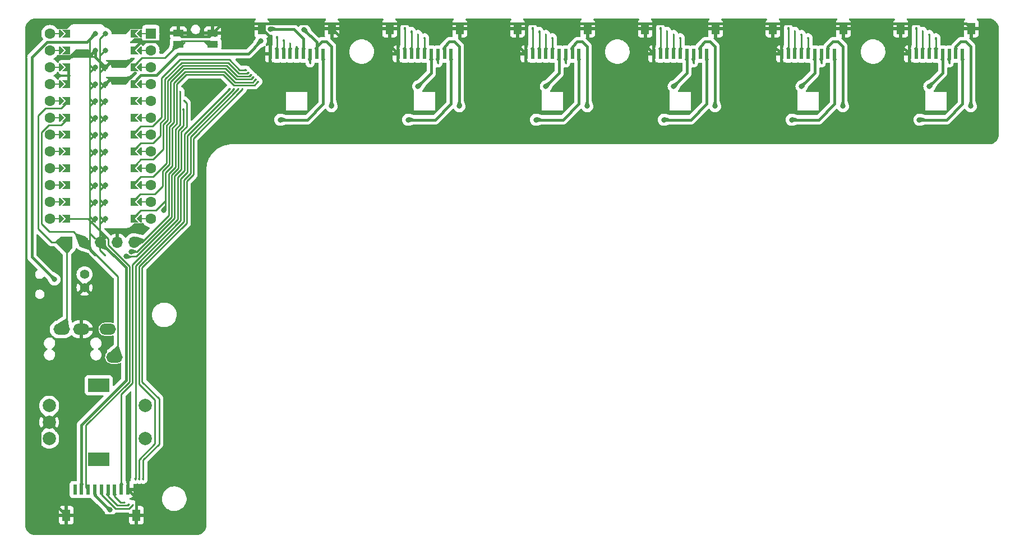
<source format=gbl>
G04 #@! TF.GenerationSoftware,KiCad,Pcbnew,7.0.8*
G04 #@! TF.CreationDate,2023-10-16T23:51:03-07:00*
G04 #@! TF.ProjectId,Seismos_CoreR,53656973-6d6f-4735-9f43-6f7265522e6b,rev?*
G04 #@! TF.SameCoordinates,Original*
G04 #@! TF.FileFunction,Copper,L2,Bot*
G04 #@! TF.FilePolarity,Positive*
%FSLAX46Y46*%
G04 Gerber Fmt 4.6, Leading zero omitted, Abs format (unit mm)*
G04 Created by KiCad (PCBNEW 7.0.8) date 2023-10-16 23:51:03*
%MOMM*%
%LPD*%
G01*
G04 APERTURE LIST*
G04 Aperture macros list*
%AMFreePoly0*
4,1,5,0.125000,-0.500000,-0.125000,-0.500000,-0.125000,0.500000,0.125000,0.500000,0.125000,-0.500000,0.125000,-0.500000,$1*%
%AMFreePoly1*
4,1,6,0.600000,0.200000,0.000000,-0.400000,-0.600000,0.200000,-0.600000,0.400000,0.600000,0.400000,0.600000,0.200000,0.600000,0.200000,$1*%
%AMFreePoly2*
4,1,49,0.004652,0.123753,0.008918,0.124682,0.028635,0.117327,0.062500,0.108253,0.068172,0.102580,0.074910,0.100068,0.087486,0.083266,0.108253,0.062500,0.111163,0.051639,0.117119,0.043683,0.118510,0.024217,0.125000,0.000000,0.121245,-0.014013,0.122144,-0.026571,0.113772,-0.041901,0.108253,-0.062500,0.095633,-0.075119,0.088389,-0.088388,-0.641000,-0.817776,-0.641000,-4.770223,
0.088389,-5.499612,0.109711,-5.528094,0.124682,-5.596918,0.100068,-5.662910,0.043683,-5.705119,-0.026571,-5.710144,-0.088388,-5.676389,-0.854388,-4.910388,-0.867764,-4.892519,-0.871157,-4.889580,-0.871926,-4.886960,-0.875710,-4.881906,-0.882285,-4.851677,-0.891000,-4.822000,-0.891000,-0.766000,-0.887823,-0.743906,-0.888144,-0.739429,-0.886835,-0.737032,-0.885937,-0.730783,-0.869209,-0.704755,
-0.854388,-0.677612,-0.088388,0.088389,-0.064427,0.106325,-0.062500,0.108253,-0.061491,0.108523,-0.059906,0.109711,-0.044779,0.113001,0.000000,0.125000,0.004652,0.123753,0.004652,0.123753,$1*%
%AMFreePoly3*
4,1,6,0.600000,-0.250000,-0.600000,-0.250000,-0.600000,1.000000,0.000000,0.400000,0.600000,1.000000,0.600000,-0.250000,0.600000,-0.250000,$1*%
G04 Aperture macros list end*
G04 #@! TA.AperFunction,ComponentPad*
%ADD10C,2.000000*%
G04 #@! TD*
G04 #@! TA.AperFunction,ComponentPad*
%ADD11R,3.200000X2.000000*%
G04 #@! TD*
G04 #@! TA.AperFunction,ComponentPad*
%ADD12O,2.500000X1.700000*%
G04 #@! TD*
G04 #@! TA.AperFunction,ComponentPad*
%ADD13R,1.700000X1.700000*%
G04 #@! TD*
G04 #@! TA.AperFunction,ComponentPad*
%ADD14O,1.700000X1.700000*%
G04 #@! TD*
G04 #@! TA.AperFunction,ComponentPad*
%ADD15C,1.400000*%
G04 #@! TD*
G04 #@! TA.AperFunction,ComponentPad*
%ADD16C,1.600000*%
G04 #@! TD*
G04 #@! TA.AperFunction,ComponentPad*
%ADD17R,1.600000X1.600000*%
G04 #@! TD*
G04 #@! TA.AperFunction,SMDPad,CuDef*
%ADD18FreePoly0,270.000000*%
G04 #@! TD*
G04 #@! TA.AperFunction,SMDPad,CuDef*
%ADD19FreePoly1,270.000000*%
G04 #@! TD*
G04 #@! TA.AperFunction,SMDPad,CuDef*
%ADD20FreePoly1,90.000000*%
G04 #@! TD*
G04 #@! TA.AperFunction,SMDPad,CuDef*
%ADD21FreePoly0,90.000000*%
G04 #@! TD*
G04 #@! TA.AperFunction,SMDPad,CuDef*
%ADD22FreePoly2,270.000000*%
G04 #@! TD*
G04 #@! TA.AperFunction,ComponentPad*
%ADD23C,0.800000*%
G04 #@! TD*
G04 #@! TA.AperFunction,SMDPad,CuDef*
%ADD24FreePoly3,90.000000*%
G04 #@! TD*
G04 #@! TA.AperFunction,SMDPad,CuDef*
%ADD25FreePoly3,270.000000*%
G04 #@! TD*
G04 #@! TA.AperFunction,SMDPad,CuDef*
%ADD26FreePoly2,90.000000*%
G04 #@! TD*
G04 #@! TA.AperFunction,SMDPad,CuDef*
%ADD27R,0.600000X1.550000*%
G04 #@! TD*
G04 #@! TA.AperFunction,SMDPad,CuDef*
%ADD28R,1.200000X1.800000*%
G04 #@! TD*
G04 #@! TA.AperFunction,SMDPad,CuDef*
%ADD29R,1.550000X1.000000*%
G04 #@! TD*
G04 #@! TA.AperFunction,ViaPad*
%ADD30C,0.800000*%
G04 #@! TD*
G04 #@! TA.AperFunction,ViaPad*
%ADD31C,0.300000*%
G04 #@! TD*
G04 #@! TA.AperFunction,Conductor*
%ADD32C,0.381000*%
G04 #@! TD*
G04 #@! TA.AperFunction,Conductor*
%ADD33C,0.254000*%
G04 #@! TD*
G04 APERTURE END LIST*
D10*
X33610000Y-78460000D03*
X33610000Y-83460000D03*
X33610000Y-80960000D03*
D11*
X41110000Y-75360000D03*
X41110000Y-86560000D03*
D10*
X48110000Y-83460000D03*
X48110000Y-78460000D03*
D12*
X42470000Y-66925000D03*
X38470000Y-66925000D03*
X35470000Y-66925000D03*
X43470000Y-71125000D03*
D13*
X36284000Y-53766000D03*
D14*
X38824000Y-53766000D03*
X41364000Y-53766000D03*
X43904000Y-53766000D03*
X46444000Y-53766000D03*
D15*
X38949500Y-60632000D03*
X38949500Y-58632000D03*
D16*
X48970000Y-22286000D03*
D17*
X48970000Y-22286000D03*
D18*
X47700000Y-22286000D03*
D19*
X47192000Y-22286000D03*
D20*
X35508000Y-22286000D03*
D21*
X35000000Y-22286000D03*
D16*
X33730000Y-22286000D03*
X48970000Y-24826000D03*
D18*
X47700000Y-24826000D03*
D19*
X47192000Y-24826000D03*
D20*
X35508000Y-24826000D03*
D21*
X35000000Y-24826000D03*
D16*
X33730000Y-24826000D03*
X48970000Y-27366000D03*
D18*
X47700000Y-27366000D03*
D19*
X47192000Y-27366000D03*
D20*
X35508000Y-27366000D03*
D21*
X35000000Y-27366000D03*
D16*
X33730000Y-27366000D03*
X48970000Y-29906000D03*
D18*
X47700000Y-29906000D03*
D19*
X47192000Y-29906000D03*
D20*
X35508000Y-29906000D03*
D21*
X35000000Y-29906000D03*
D16*
X33730000Y-29906000D03*
X48970000Y-32446000D03*
D18*
X47700000Y-32446000D03*
D19*
X47192000Y-32446000D03*
D20*
X35508000Y-32446000D03*
D21*
X35000000Y-32446000D03*
D16*
X33730000Y-32446000D03*
X48970000Y-34986000D03*
D18*
X47700000Y-34986000D03*
D19*
X47192000Y-34986000D03*
D20*
X35508000Y-34986000D03*
D21*
X35000000Y-34986000D03*
D16*
X33730000Y-34986000D03*
X48970000Y-37526000D03*
D18*
X47700000Y-37526000D03*
D19*
X47192000Y-37526000D03*
D20*
X35508000Y-37526000D03*
D21*
X35000000Y-37526000D03*
D16*
X33730000Y-37526000D03*
X48970000Y-40066000D03*
D18*
X47700000Y-40066000D03*
D19*
X47192000Y-40066000D03*
D20*
X35508000Y-40066000D03*
D21*
X35000000Y-40066000D03*
D16*
X33730000Y-40066000D03*
X48970000Y-42606000D03*
D18*
X47700000Y-42606000D03*
D19*
X47192000Y-42606000D03*
D20*
X35508000Y-42606000D03*
D21*
X35000000Y-42606000D03*
D16*
X33730000Y-42606000D03*
X48970000Y-45146000D03*
D18*
X47700000Y-45146000D03*
D19*
X47192000Y-45146000D03*
D20*
X35508000Y-45146000D03*
D21*
X35000000Y-45146000D03*
D16*
X33730000Y-45146000D03*
X48970000Y-47686000D03*
D18*
X47700000Y-47686000D03*
D19*
X47192000Y-47686000D03*
D20*
X35508000Y-47686000D03*
D21*
X35000000Y-47686000D03*
D16*
X33730000Y-47686000D03*
X48970000Y-50226000D03*
D18*
X47700000Y-50226000D03*
D19*
X47192000Y-50226000D03*
D20*
X35508000Y-50226000D03*
D21*
X35000000Y-50226000D03*
D16*
X33730000Y-50226000D03*
D22*
X42112000Y-22286000D03*
D23*
X42112000Y-22286000D03*
D24*
X36524000Y-22286000D03*
D22*
X42112000Y-24826000D03*
D23*
X42112000Y-24826000D03*
D24*
X36524000Y-24826000D03*
D22*
X42112000Y-27366000D03*
D23*
X42112000Y-27366000D03*
D24*
X36524000Y-27366000D03*
D22*
X42112000Y-29906000D03*
D23*
X42112000Y-29906000D03*
D24*
X36524000Y-29906000D03*
D22*
X42112000Y-32446000D03*
D23*
X42112000Y-32446000D03*
D24*
X36524000Y-32446000D03*
D22*
X42112000Y-34986000D03*
D23*
X42112000Y-34986000D03*
D24*
X36524000Y-34986000D03*
D22*
X42112000Y-37526000D03*
D23*
X42112000Y-37526000D03*
D24*
X36524000Y-37526000D03*
D22*
X42112000Y-40066000D03*
D23*
X42112000Y-40066000D03*
D24*
X36524000Y-40066000D03*
D22*
X42112000Y-42606000D03*
D23*
X42112000Y-42606000D03*
D24*
X36524000Y-42606000D03*
D22*
X42112000Y-45146000D03*
D23*
X42112000Y-45146000D03*
D24*
X36524000Y-45146000D03*
D22*
X42112000Y-47686000D03*
D23*
X42112000Y-47686000D03*
D24*
X36524000Y-47686000D03*
D22*
X42112000Y-50226000D03*
D23*
X42112000Y-50226000D03*
D24*
X36524000Y-50226000D03*
D25*
X46176000Y-50226000D03*
D26*
X40588000Y-50226000D03*
D23*
X40588000Y-50226000D03*
D25*
X46176000Y-47686000D03*
D26*
X40588000Y-47686000D03*
D23*
X40588000Y-47686000D03*
D25*
X46176000Y-45146000D03*
D26*
X40588000Y-45146000D03*
D23*
X40588000Y-45146000D03*
D25*
X46176000Y-42606000D03*
D26*
X40588000Y-42606000D03*
D23*
X40588000Y-42606000D03*
D25*
X46176000Y-40066000D03*
D26*
X40588000Y-40066000D03*
D23*
X40588000Y-40066000D03*
D25*
X46176000Y-37526000D03*
D26*
X40588000Y-37526000D03*
D23*
X40588000Y-37526000D03*
D25*
X46176000Y-34986000D03*
D26*
X40588000Y-34986000D03*
D23*
X40588000Y-34986000D03*
D25*
X46176000Y-32446000D03*
D26*
X40588000Y-32446000D03*
D23*
X40588000Y-32446000D03*
D25*
X46176000Y-29906000D03*
D26*
X40588000Y-29906000D03*
D23*
X40588000Y-29906000D03*
D25*
X46176000Y-27366000D03*
D26*
X40588000Y-27366000D03*
D23*
X40588000Y-27366000D03*
D25*
X46176000Y-24826000D03*
D26*
X40588000Y-24826000D03*
D23*
X40588000Y-24826000D03*
D25*
X46176000Y-22286000D03*
D26*
X40588000Y-22286000D03*
D23*
X40588000Y-22286000D03*
D27*
X67000000Y-25375000D03*
X68000000Y-25375000D03*
X69000000Y-25375000D03*
X70000000Y-25375000D03*
X71000000Y-25375000D03*
X72000000Y-25375000D03*
X73000000Y-25375000D03*
X74000000Y-25375000D03*
X75000000Y-25375000D03*
D28*
X65700000Y-21500000D03*
X76300000Y-21500000D03*
D27*
X86300000Y-25375000D03*
X87300000Y-25375000D03*
X88300000Y-25375000D03*
X89300000Y-25375000D03*
X90300000Y-25375000D03*
X91300000Y-25375000D03*
X92300000Y-25375000D03*
X93300000Y-25375000D03*
X94300000Y-25375000D03*
D28*
X85000000Y-21500000D03*
X95600000Y-21500000D03*
D29*
X58312500Y-23899500D03*
X58312500Y-22199500D03*
X53112500Y-23899500D03*
X53112500Y-22199500D03*
D27*
X45500000Y-91125000D03*
X44500000Y-91125000D03*
X43500000Y-91125000D03*
X42500000Y-91125000D03*
X41500000Y-91125000D03*
X40500000Y-91125000D03*
X39500000Y-91125000D03*
X38500000Y-91125000D03*
X37500000Y-91125000D03*
D28*
X46800000Y-95000000D03*
X36200000Y-95000000D03*
D27*
X163500000Y-25375000D03*
X164500000Y-25375000D03*
X165500000Y-25375000D03*
X166500000Y-25375000D03*
X167500000Y-25375000D03*
X168500000Y-25375000D03*
X169500000Y-25375000D03*
X170500000Y-25375000D03*
X171500000Y-25375000D03*
D28*
X162200000Y-21500000D03*
X172800000Y-21500000D03*
D27*
X124900000Y-25375000D03*
X125900000Y-25375000D03*
X126900000Y-25375000D03*
X127900000Y-25375000D03*
X128900000Y-25375000D03*
X129900000Y-25375000D03*
X130900000Y-25375000D03*
X131900000Y-25375000D03*
X132900000Y-25375000D03*
D28*
X123600000Y-21500000D03*
X134200000Y-21500000D03*
D27*
X105600000Y-25375000D03*
X106600000Y-25375000D03*
X107600000Y-25375000D03*
X108600000Y-25375000D03*
X109600000Y-25375000D03*
X110600000Y-25375000D03*
X111600000Y-25375000D03*
X112600000Y-25375000D03*
X113600000Y-25375000D03*
D28*
X104300000Y-21500000D03*
X114900000Y-21500000D03*
D27*
X144200000Y-25375000D03*
X145200000Y-25375000D03*
X146200000Y-25375000D03*
X147200000Y-25375000D03*
X148200000Y-25375000D03*
X149200000Y-25375000D03*
X150200000Y-25375000D03*
X151200000Y-25375000D03*
X152200000Y-25375000D03*
D28*
X142900000Y-21500000D03*
X153500000Y-21500000D03*
D30*
X142905200Y-31750000D03*
X62050000Y-23450000D03*
X123605200Y-31750000D03*
X162205200Y-31750000D03*
X55700000Y-29975000D03*
X77600000Y-30600000D03*
X104305200Y-31750000D03*
X85005200Y-31750000D03*
D31*
X68000000Y-22723000D03*
X145200000Y-21400000D03*
X125900000Y-21400000D03*
X106600000Y-21400000D03*
X164500000Y-21400000D03*
X87300000Y-21400000D03*
X60887912Y-30623500D03*
X61529864Y-30623041D03*
X88300000Y-21900000D03*
X45000000Y-93054500D03*
X165500000Y-21900000D03*
X126900000Y-21900000D03*
X146200000Y-21900000D03*
X107600000Y-21900000D03*
X69000000Y-23200000D03*
X46600000Y-89600000D03*
X147200000Y-22400000D03*
X47200000Y-89600000D03*
X89300000Y-22400000D03*
X70000000Y-23700000D03*
X166500000Y-22400000D03*
X108600000Y-22400000D03*
X45693063Y-93293063D03*
X62203279Y-30623500D03*
X127900000Y-22400000D03*
X128900000Y-22900000D03*
X46260000Y-93400000D03*
X167500000Y-22900000D03*
X109600000Y-22900000D03*
X47800000Y-89600000D03*
X148200000Y-22900000D03*
X62806875Y-30601805D03*
X90300000Y-22900000D03*
X71000000Y-24200000D03*
D30*
X172748100Y-33250700D03*
X114848100Y-33250700D03*
X76248100Y-33250700D03*
X134148100Y-33250700D03*
X153448100Y-33250700D03*
X72100000Y-21700000D03*
X95548100Y-33250700D03*
X65600000Y-23400000D03*
X67000000Y-21590000D03*
D31*
X73000000Y-26750000D03*
X63369265Y-27785972D03*
X92300000Y-26750000D03*
X63730779Y-28130661D03*
X111600000Y-26750000D03*
X64083680Y-28484163D03*
X130900000Y-26750000D03*
X64437615Y-28836629D03*
X150200000Y-26750000D03*
X64789746Y-29190898D03*
X65163300Y-29522500D03*
X169500000Y-26750000D03*
D30*
X50927500Y-48926500D03*
X34400000Y-59400000D03*
X45278634Y-55921350D03*
D31*
X54000000Y-32400000D03*
D30*
X46004645Y-55194858D03*
D31*
X53876500Y-33600000D03*
D30*
X68500000Y-35298800D03*
X89300000Y-30250000D03*
X87800000Y-35298800D03*
X108600000Y-30250000D03*
X107100000Y-35298800D03*
X127900000Y-30250000D03*
X126400000Y-35298800D03*
X147200000Y-30250000D03*
X145700000Y-35298800D03*
X166500000Y-30250000D03*
X165000000Y-35298800D03*
X42800000Y-94210000D03*
D31*
X53400000Y-31000000D03*
D32*
X51800500Y-22199500D02*
X50523500Y-23476500D01*
X50523500Y-23476500D02*
X47525500Y-23476500D01*
X162203300Y-24078300D02*
X162203300Y-24075000D01*
X142903300Y-21500700D02*
X142903300Y-31748100D01*
X36200000Y-95000000D02*
X46800000Y-95000000D01*
X53612500Y-22699500D02*
X53112500Y-22199500D01*
X77600000Y-22800000D02*
X76300000Y-21500000D01*
X59712000Y-20800000D02*
X172100000Y-20800000D01*
X40588000Y-25842000D02*
X42112000Y-27366000D01*
X40588000Y-24826000D02*
X40588000Y-25842000D01*
X32219500Y-82350500D02*
X33610000Y-80960000D01*
X51800500Y-22199500D02*
X53112500Y-22199500D01*
X67000000Y-25375000D02*
X67000000Y-22800000D01*
X46800000Y-95000000D02*
X46800000Y-92425000D01*
X123603300Y-21500700D02*
X123603300Y-31748100D01*
X85003300Y-21500700D02*
X85003300Y-31748100D01*
X144200000Y-25375000D02*
X142903300Y-24078300D01*
X105600000Y-25375000D02*
X104303300Y-24078300D01*
X163500000Y-25375000D02*
X162203300Y-24078300D01*
X46800000Y-92425000D02*
X45500000Y-91125000D01*
X77600000Y-30600000D02*
X77600000Y-22800000D01*
X58609500Y-22540000D02*
X58950000Y-22199500D01*
X124900000Y-25375000D02*
X123603300Y-24078300D01*
X36524000Y-27366000D02*
X36524000Y-29906000D01*
X162203300Y-24075000D02*
X162203300Y-31748100D01*
X57812500Y-22699500D02*
X53612500Y-22699500D01*
X58312500Y-22199500D02*
X57812500Y-22699500D01*
X67000000Y-22800000D02*
X65700000Y-21500000D01*
X104303300Y-21500700D02*
X104303300Y-31748100D01*
X86300000Y-25375000D02*
X85003300Y-24078300D01*
X36200000Y-95000000D02*
X32219500Y-91019500D01*
X172100000Y-20800000D02*
X172800000Y-21500000D01*
X162203300Y-21500700D02*
X162203300Y-24075000D01*
X58312500Y-22199500D02*
X59712000Y-20800000D01*
X32219500Y-91019500D02*
X32219500Y-82350500D01*
X47525500Y-23476500D02*
X46176000Y-24826000D01*
D33*
X44500000Y-76724908D02*
X46200000Y-75024908D01*
X145200000Y-25375000D02*
X145200000Y-21400000D01*
X106600000Y-25375000D02*
X106600000Y-21400000D01*
X54032000Y-37479412D02*
X60887912Y-30623500D01*
X125900000Y-25375000D02*
X125900000Y-21400000D01*
X164500000Y-25375000D02*
X164500000Y-21400000D01*
X46200000Y-75024908D02*
X46200000Y-57138239D01*
X54032000Y-42990138D02*
X54032000Y-37479412D01*
X68000000Y-22723000D02*
X68000000Y-25375000D01*
X44500000Y-91125000D02*
X44500000Y-76724908D01*
X46200000Y-57138239D02*
X53016000Y-50322239D01*
X53016000Y-50322239D02*
X53016000Y-44006133D01*
X53016000Y-44006133D02*
X54032000Y-42990138D01*
X87300000Y-25375000D02*
X87300000Y-21400000D01*
X53470000Y-50510291D02*
X53470000Y-44194191D01*
X69000000Y-25375000D02*
X69000000Y-23200000D01*
X45000000Y-93054500D02*
X44977500Y-93077000D01*
X44423000Y-93077000D02*
X43500000Y-92154000D01*
X43500000Y-92154000D02*
X43500000Y-91125000D01*
X46600000Y-89600000D02*
X46654000Y-89546000D01*
X53470000Y-44194191D02*
X54486000Y-43178191D01*
X126900000Y-25375000D02*
X126900000Y-21900000D01*
X107600000Y-25375000D02*
X107600000Y-21900000D01*
X54486000Y-43178191D02*
X54486000Y-37699992D01*
X46654000Y-89546000D02*
X46654000Y-57326291D01*
X165500000Y-25375000D02*
X165500000Y-21900000D01*
X46654000Y-57326291D02*
X53470000Y-50510291D01*
X146200000Y-25375000D02*
X146200000Y-21900000D01*
X88300000Y-25375000D02*
X88300000Y-21900000D01*
X54486000Y-37699992D02*
X61529864Y-30656128D01*
X61529864Y-30656128D02*
X61529864Y-30623041D01*
X44977500Y-93077000D02*
X44423000Y-93077000D01*
X42500000Y-92154000D02*
X42500000Y-91125000D01*
X43877000Y-93531000D02*
X42500000Y-92154000D01*
X47200000Y-89600000D02*
X47200000Y-86600000D01*
X127900000Y-25375000D02*
X127900000Y-22400000D01*
X108600000Y-25375000D02*
X108600000Y-22400000D01*
X89300000Y-25375000D02*
X89300000Y-22400000D01*
X70000000Y-23700000D02*
X70000000Y-25375000D01*
X49600000Y-84200000D02*
X49600000Y-77600000D01*
X47200000Y-57422343D02*
X53924000Y-50698343D01*
X47200000Y-75200000D02*
X47200000Y-57422343D01*
X53924000Y-50698343D02*
X53924000Y-44382243D01*
X166500000Y-25375000D02*
X166500000Y-22400000D01*
X147200000Y-25375000D02*
X147200000Y-22400000D01*
X54940000Y-43366244D02*
X54940000Y-37888044D01*
X54940000Y-37888044D02*
X62203279Y-30624765D01*
X53924000Y-44382243D02*
X54940000Y-43366244D01*
X45455126Y-93531000D02*
X43877000Y-93531000D01*
X47200000Y-86600000D02*
X49600000Y-84200000D01*
X49600000Y-77600000D02*
X47200000Y-75200000D01*
X45693063Y-93293063D02*
X45455126Y-93531000D01*
X62203279Y-30624765D02*
X62203279Y-30623500D01*
X148200000Y-25375000D02*
X148200000Y-22900000D01*
X47654000Y-57610395D02*
X47654000Y-74854000D01*
X55394000Y-43554298D02*
X54378000Y-44570296D01*
X54378000Y-44570296D02*
X54378000Y-50886395D01*
X62806875Y-30601805D02*
X62806875Y-30694484D01*
X62806875Y-30694484D02*
X55394000Y-38107359D01*
X47654000Y-74854000D02*
X50200000Y-77400000D01*
X50200000Y-84242052D02*
X47800000Y-86642052D01*
X90300000Y-25375000D02*
X90300000Y-22900000D01*
X167500000Y-25375000D02*
X167500000Y-22900000D01*
X47800000Y-86642052D02*
X47800000Y-89600000D01*
X50200000Y-77400000D02*
X50200000Y-84242052D01*
X46260000Y-93400000D02*
X45675000Y-93985000D01*
X71000000Y-25375000D02*
X71000000Y-24200000D01*
X43631000Y-93985000D02*
X41500000Y-91854000D01*
X128900000Y-25375000D02*
X128900000Y-22900000D01*
X54378000Y-50886395D02*
X47654000Y-57610395D01*
X109600000Y-25375000D02*
X109600000Y-22900000D01*
X55394000Y-38107359D02*
X55394000Y-43554298D01*
X45675000Y-93985000D02*
X43631000Y-93985000D01*
X41500000Y-91854000D02*
X41500000Y-91125000D01*
D32*
X153448100Y-24250700D02*
X153448100Y-33250700D01*
X76248100Y-24250700D02*
X76248100Y-33250700D01*
X95548100Y-24250700D02*
X95548100Y-33250700D01*
X171248100Y-23500700D02*
X171998100Y-23500700D01*
X74748100Y-23500700D02*
X75498100Y-23500700D01*
X45200000Y-74651000D02*
X45200000Y-57602000D01*
X171998100Y-23500700D02*
X172748100Y-24250700D01*
X134148100Y-24250700D02*
X134148100Y-33250700D01*
X131898100Y-24250700D02*
X132648100Y-23500700D01*
X45200000Y-57602000D02*
X41364000Y-53766000D01*
X74000000Y-23600000D02*
X72100000Y-21700000D01*
X75498100Y-23500700D02*
X76248100Y-24250700D01*
X94798100Y-23500700D02*
X95548100Y-24250700D01*
X73998100Y-24250700D02*
X74748100Y-23500700D01*
X152698100Y-23500700D02*
X153448100Y-24250700D01*
X114098100Y-23500700D02*
X114848100Y-24250700D01*
X94048100Y-23500700D02*
X94798100Y-23500700D01*
X73998100Y-25375700D02*
X73998100Y-24250700D01*
X114848100Y-24250700D02*
X114848100Y-33250700D01*
X38500000Y-91125000D02*
X38500000Y-81351000D01*
X38500000Y-81351000D02*
X45200000Y-74651000D01*
X49800000Y-28600000D02*
X47482000Y-28600000D01*
X93298100Y-25375700D02*
X93298100Y-24250700D01*
X131898100Y-25375700D02*
X131898100Y-24250700D01*
X172748100Y-24250700D02*
X172748100Y-33250700D01*
X151198100Y-24250700D02*
X151948100Y-23500700D01*
X170498100Y-24250700D02*
X171248100Y-23500700D01*
X112598100Y-25375700D02*
X112598100Y-24250700D01*
X63660000Y-25340000D02*
X53060000Y-25340000D01*
X170498100Y-25375700D02*
X170498100Y-24250700D01*
X151198100Y-25375700D02*
X151198100Y-24250700D01*
X53060000Y-25340000D02*
X49800000Y-28600000D01*
X133398100Y-23500700D02*
X134148100Y-24250700D01*
X93298100Y-24250700D02*
X94048100Y-23500700D01*
X74000000Y-25375000D02*
X74000000Y-23600000D01*
X65600000Y-23400000D02*
X63660000Y-25340000D01*
X47482000Y-28600000D02*
X46176000Y-29906000D01*
X151948100Y-23500700D02*
X152698100Y-23500700D01*
X113348100Y-23500700D02*
X114098100Y-23500700D01*
X112598100Y-24250700D02*
X113348100Y-23500700D01*
X132648100Y-23500700D02*
X133398100Y-23500700D01*
D33*
X38824000Y-53766000D02*
X37258000Y-52200000D01*
X33600000Y-52200000D02*
X32425500Y-51025500D01*
X32425500Y-51025500D02*
X32425500Y-37236681D01*
X37258000Y-52200000D02*
X33600000Y-52200000D01*
X33549181Y-36113000D02*
X35397000Y-36113000D01*
X43470000Y-71125000D02*
X43997000Y-70598000D01*
X35397000Y-36113000D02*
X36524000Y-34986000D01*
X32425500Y-37236681D02*
X33549181Y-36113000D01*
X43997000Y-70598000D02*
X43997000Y-58939000D01*
X43997000Y-58939000D02*
X38824000Y-53766000D01*
X36284000Y-53766000D02*
X33966000Y-53766000D01*
X31971500Y-51771500D02*
X31971500Y-34628500D01*
X36284000Y-66111000D02*
X35470000Y-66925000D01*
X35397000Y-33573000D02*
X36524000Y-32446000D01*
X31971500Y-34628500D02*
X33027000Y-33573000D01*
X33027000Y-33573000D02*
X35397000Y-33573000D01*
X36284000Y-53766000D02*
X36284000Y-66111000D01*
X33966000Y-53766000D02*
X31971500Y-51771500D01*
X35470000Y-54580000D02*
X36284000Y-53766000D01*
D32*
X70538883Y-21590000D02*
X72000000Y-23051117D01*
X67000000Y-21590000D02*
X70538883Y-21590000D01*
X72000000Y-23051117D02*
X72000000Y-25375000D01*
D33*
X49249819Y-36300000D02*
X47402000Y-36300000D01*
X60800000Y-26200000D02*
X53400000Y-26200000D01*
X63369265Y-27785972D02*
X62385972Y-27785972D01*
X73000000Y-26750000D02*
X73000000Y-25375000D01*
X50600000Y-34949819D02*
X49249819Y-36300000D01*
X53400000Y-26200000D02*
X50600000Y-29000000D01*
X50600000Y-29000000D02*
X50600000Y-34949819D01*
X47402000Y-36300000D02*
X46176000Y-37526000D01*
X62385972Y-27785972D02*
X60800000Y-26200000D01*
X60611948Y-26654000D02*
X53588052Y-26654000D01*
X92300000Y-26750000D02*
X92300000Y-25375000D01*
X50400000Y-35791871D02*
X50400000Y-37689819D01*
X63598468Y-28262972D02*
X62220920Y-28262972D01*
X51054000Y-29188052D02*
X51054000Y-35137871D01*
X47442000Y-38800000D02*
X46176000Y-40066000D01*
X50400000Y-37689819D02*
X49289819Y-38800000D01*
X49289819Y-38800000D02*
X47442000Y-38800000D01*
X63730779Y-28130661D02*
X63598468Y-28262972D01*
X53588052Y-26654000D02*
X51054000Y-29188052D01*
X62220920Y-28262972D02*
X60611948Y-26654000D01*
X51054000Y-35137871D02*
X50400000Y-35791871D01*
X62032868Y-28716972D02*
X60423896Y-27108000D01*
X53776104Y-27108000D02*
X51508000Y-29376104D01*
X50854000Y-39775819D02*
X49329819Y-41300000D01*
X47482000Y-41300000D02*
X46176000Y-42606000D01*
X51508000Y-29376104D02*
X51508000Y-35325923D01*
X51508000Y-35325923D02*
X50854000Y-35979923D01*
X60423896Y-27108000D02*
X53776104Y-27108000D01*
X64083680Y-28484163D02*
X63850871Y-28716972D01*
X49329819Y-41300000D02*
X47482000Y-41300000D01*
X50854000Y-35979923D02*
X50854000Y-39775819D01*
X111600000Y-26750000D02*
X111600000Y-25375000D01*
X63850871Y-28716972D02*
X62032868Y-28716972D01*
X51962000Y-35513975D02*
X51308000Y-36167975D01*
X61844816Y-29170972D02*
X60235844Y-27562000D01*
X49269819Y-43900000D02*
X47422000Y-43900000D01*
X51962000Y-29564156D02*
X51962000Y-35513975D01*
X51308000Y-41861819D02*
X49269819Y-43900000D01*
X53964156Y-27562000D02*
X51962000Y-29564156D01*
X64437615Y-28836629D02*
X64103272Y-29170972D01*
X64103272Y-29170972D02*
X61844816Y-29170972D01*
X130900000Y-26750000D02*
X130900000Y-25375000D01*
X51308000Y-36167975D02*
X51308000Y-41861819D01*
X60235844Y-27562000D02*
X53964156Y-27562000D01*
X47422000Y-43900000D02*
X46176000Y-45146000D01*
X51762000Y-42049871D02*
X50746000Y-43065871D01*
X50746000Y-43065871D02*
X50746000Y-45354000D01*
X47362000Y-46500000D02*
X46176000Y-47686000D01*
X61656764Y-29624972D02*
X60047792Y-28016000D01*
X64355672Y-29624972D02*
X61656764Y-29624972D01*
X49600000Y-46500000D02*
X47362000Y-46500000D01*
X64789746Y-29190898D02*
X64355672Y-29624972D01*
X52416000Y-35702027D02*
X51762000Y-36356027D01*
X51762000Y-36356027D02*
X51762000Y-42049871D01*
X54152208Y-28016000D02*
X52416000Y-29752208D01*
X52416000Y-29752208D02*
X52416000Y-35702027D01*
X60047792Y-28016000D02*
X54152208Y-28016000D01*
X150200000Y-26750000D02*
X150200000Y-25375000D01*
X50746000Y-45354000D02*
X49600000Y-46500000D01*
X54340260Y-28470000D02*
X52870000Y-29940260D01*
X52216000Y-42237923D02*
X51200000Y-43253923D01*
X169500000Y-26750000D02*
X169500000Y-25375000D01*
X65163300Y-29522500D02*
X64606828Y-30078972D01*
X47402000Y-49000000D02*
X46176000Y-50226000D01*
X50927500Y-48926500D02*
X51200000Y-48654000D01*
X52870000Y-29940260D02*
X52870000Y-35890079D01*
X51200000Y-47500000D02*
X49700000Y-49000000D01*
X61468712Y-30078972D02*
X59859740Y-28470000D01*
X52216000Y-36544079D02*
X52216000Y-42237923D01*
X49700000Y-49000000D02*
X47402000Y-49000000D01*
X52870000Y-35890079D02*
X52216000Y-36544079D01*
X64606828Y-30078972D02*
X61468712Y-30078972D01*
X51200000Y-43253923D02*
X51200000Y-47500000D01*
X51200000Y-48654000D02*
X51200000Y-47500000D01*
X59859740Y-28470000D02*
X54340260Y-28470000D01*
D32*
X39329500Y-23544500D02*
X40588000Y-22286000D01*
X34400000Y-59400000D02*
X31000000Y-56000000D01*
X31000000Y-56000000D02*
X31000000Y-25872378D01*
X31000000Y-25872378D02*
X33327878Y-23544500D01*
X33327878Y-23544500D02*
X39329500Y-23544500D01*
D33*
X51059000Y-25953000D02*
X47589000Y-25953000D01*
X58950000Y-23899500D02*
X58673000Y-23622500D01*
X47589000Y-25953000D02*
X46176000Y-27366000D01*
X53112500Y-23899500D02*
X51059000Y-25953000D01*
X54027000Y-23622500D02*
X53750000Y-23899500D01*
X57812500Y-23399500D02*
X53612500Y-23399500D01*
X58312500Y-23899500D02*
X57812500Y-23399500D01*
X53612500Y-23399500D02*
X53112500Y-23899500D01*
X46774837Y-55921350D02*
X45278634Y-55921350D01*
X52562000Y-43818080D02*
X52562000Y-50134187D01*
X53578000Y-37108235D02*
X53578000Y-42802084D01*
X54000000Y-32400000D02*
X54353500Y-32753500D01*
X53578000Y-42802084D02*
X52562000Y-43818080D01*
X54353500Y-32753500D02*
X54353500Y-36332735D01*
X52562000Y-50134187D02*
X46774837Y-55921350D01*
X54353500Y-36332735D02*
X53578000Y-37108235D01*
X53124000Y-42614030D02*
X52108000Y-43630027D01*
X52108000Y-49946134D02*
X46859275Y-55194858D01*
X52108000Y-43630027D02*
X52108000Y-49946134D01*
X53876500Y-36167683D02*
X53124000Y-36920183D01*
X53124000Y-36920183D02*
X53124000Y-42614030D01*
X46859275Y-55194858D02*
X46004645Y-55194858D01*
X53876500Y-33600000D02*
X53876500Y-36167683D01*
D32*
X75000000Y-25373800D02*
X75000000Y-32898800D01*
X72600000Y-35298800D02*
X68500000Y-35298800D01*
X75000000Y-32898800D02*
X72600000Y-35298800D01*
X89300000Y-30250000D02*
X91300000Y-28250000D01*
X91300000Y-28250000D02*
X91300000Y-25375000D01*
X94300000Y-32898800D02*
X91900000Y-35298800D01*
X94300000Y-25373800D02*
X94300000Y-32898800D01*
X91900000Y-35298800D02*
X87800000Y-35298800D01*
X108600000Y-30250000D02*
X110600000Y-28250000D01*
X110600000Y-28250000D02*
X110600000Y-25375000D01*
X113600000Y-25373800D02*
X113600000Y-32898800D01*
X111200000Y-35298800D02*
X107100000Y-35298800D01*
X113600000Y-32898800D02*
X111200000Y-35298800D01*
X129900000Y-28250000D02*
X129900000Y-25375000D01*
X127900000Y-30250000D02*
X129900000Y-28250000D01*
X130500000Y-35298800D02*
X126400000Y-35298800D01*
X132900000Y-25373800D02*
X132900000Y-32898800D01*
X132900000Y-32898800D02*
X130500000Y-35298800D01*
X149200000Y-28250000D02*
X149200000Y-25375000D01*
X147200000Y-30250000D02*
X149200000Y-28250000D01*
X152200000Y-32898800D02*
X149800000Y-35298800D01*
X149800000Y-35298800D02*
X145700000Y-35298800D01*
X152200000Y-25373800D02*
X152200000Y-32898800D01*
X166500000Y-30250000D02*
X168500000Y-28250000D01*
X168500000Y-28250000D02*
X168500000Y-25375000D01*
X171500000Y-25373800D02*
X171500000Y-32898800D01*
X171500000Y-32898800D02*
X169100000Y-35298800D01*
X169100000Y-35298800D02*
X165000000Y-35298800D01*
X42800000Y-94210000D02*
X42729000Y-94210000D01*
X40500000Y-91981000D02*
X40500000Y-91125000D01*
X42729000Y-94210000D02*
X40500000Y-91981000D01*
D33*
X46444000Y-53766000D02*
X47646081Y-53766000D01*
X53400000Y-36002131D02*
X53400000Y-31000000D01*
X52670000Y-42425976D02*
X52670000Y-36732131D01*
X47646081Y-53766000D02*
X51654000Y-49758081D01*
X51654000Y-43441975D02*
X52670000Y-42425976D01*
X52670000Y-36732131D02*
X53400000Y-36002131D01*
X51654000Y-49758081D02*
X51654000Y-43441975D01*
X42541000Y-54211144D02*
X42541000Y-53278470D01*
X45717501Y-57387645D02*
X42541000Y-54211144D01*
X39183000Y-81399856D02*
X45717500Y-74865356D01*
X39183000Y-90808000D02*
X39183000Y-81399856D01*
X39500000Y-91125000D02*
X39183000Y-90808000D01*
X45717500Y-74865356D02*
X45717501Y-57387645D01*
X39488530Y-50226000D02*
X36524000Y-50226000D01*
X42541000Y-53278470D02*
X39488530Y-50226000D01*
G04 #@! TA.AperFunction,Conductor*
G36*
X64760979Y-20020185D02*
G01*
X64806734Y-20072989D01*
X64816678Y-20142147D01*
X64787653Y-20205703D01*
X64768252Y-20223766D01*
X64742809Y-20242812D01*
X64656649Y-20357906D01*
X64656645Y-20357913D01*
X64606403Y-20492620D01*
X64606401Y-20492627D01*
X64600000Y-20552155D01*
X64600000Y-21250000D01*
X65826000Y-21250000D01*
X65893039Y-21269685D01*
X65938794Y-21322489D01*
X65950000Y-21374000D01*
X65950000Y-21626000D01*
X65930315Y-21693039D01*
X65877511Y-21738794D01*
X65826000Y-21750000D01*
X64600000Y-21750000D01*
X64600000Y-22447844D01*
X64606401Y-22507372D01*
X64606403Y-22507379D01*
X64656645Y-22642086D01*
X64656649Y-22642093D01*
X64742809Y-22757186D01*
X64779877Y-22784936D01*
X64821748Y-22840870D01*
X64826732Y-22910562D01*
X64812953Y-22946204D01*
X64787384Y-22990490D01*
X64782739Y-22997415D01*
X64778566Y-23002812D01*
X64778565Y-23002814D01*
X64778564Y-23002816D01*
X64703894Y-23134637D01*
X64486249Y-23518860D01*
X64466037Y-23545425D01*
X63406783Y-24604681D01*
X63345460Y-24638166D01*
X63319102Y-24641000D01*
X59713311Y-24641000D01*
X59646272Y-24621315D01*
X59600517Y-24568511D01*
X59590022Y-24503744D01*
X59595999Y-24448154D01*
X59596000Y-24448137D01*
X59596000Y-23350862D01*
X59595999Y-23350845D01*
X59592657Y-23319770D01*
X59589489Y-23290299D01*
X59588458Y-23287536D01*
X59566417Y-23228442D01*
X59538389Y-23153296D01*
X59538386Y-23153292D01*
X59511008Y-23116718D01*
X59486591Y-23051254D01*
X59501443Y-22982981D01*
X59511009Y-22968095D01*
X59530852Y-22941588D01*
X59581097Y-22806876D01*
X59581098Y-22806872D01*
X59587499Y-22747344D01*
X59587500Y-22747327D01*
X59587500Y-22449500D01*
X57037500Y-22449500D01*
X57037500Y-22640000D01*
X57017815Y-22707039D01*
X56965011Y-22752794D01*
X56913500Y-22764000D01*
X54511500Y-22764000D01*
X54444461Y-22744315D01*
X54398706Y-22691511D01*
X54387500Y-22640000D01*
X54387500Y-22449500D01*
X51837500Y-22449500D01*
X51837500Y-22747344D01*
X51843901Y-22806872D01*
X51843903Y-22806879D01*
X51894145Y-22941586D01*
X51894146Y-22941588D01*
X51913992Y-22968099D01*
X51938408Y-23033564D01*
X51923556Y-23101837D01*
X51913992Y-23116718D01*
X51886613Y-23153292D01*
X51886610Y-23153299D01*
X51835511Y-23290295D01*
X51835511Y-23290297D01*
X51829000Y-23350845D01*
X51829000Y-23870704D01*
X51825523Y-23899862D01*
X51811324Y-23958551D01*
X51709923Y-24377663D01*
X51677081Y-24436184D01*
X50832086Y-25281181D01*
X50770763Y-25314666D01*
X50744405Y-25317500D01*
X50354561Y-25317500D01*
X50287522Y-25297815D01*
X50241767Y-25245011D01*
X50231823Y-25175853D01*
X50234783Y-25161417D01*
X50263543Y-25054087D01*
X50283498Y-24826000D01*
X50263543Y-24597913D01*
X50204284Y-24376757D01*
X50199996Y-24367562D01*
X50133986Y-24226001D01*
X50107523Y-24169251D01*
X49976198Y-23981700D01*
X49814300Y-23819802D01*
X49806627Y-23814429D01*
X49763006Y-23759853D01*
X49755814Y-23690355D01*
X49787338Y-23628001D01*
X49847568Y-23592588D01*
X49864489Y-23589570D01*
X49879201Y-23587989D01*
X50016204Y-23536889D01*
X50133261Y-23449261D01*
X50220889Y-23332204D01*
X50271989Y-23195201D01*
X50276494Y-23153296D01*
X50278499Y-23134654D01*
X50278500Y-23134637D01*
X50278500Y-22345833D01*
X50278736Y-22340427D01*
X50279243Y-22334640D01*
X50283498Y-22286000D01*
X50278735Y-22231568D01*
X50278500Y-22226165D01*
X50278500Y-21949500D01*
X51837500Y-21949500D01*
X52862500Y-21949500D01*
X52862500Y-21199500D01*
X53362500Y-21199500D01*
X53362500Y-21949500D01*
X54387500Y-21949500D01*
X54387500Y-21734556D01*
X55012000Y-21734556D01*
X55019156Y-21763589D01*
X55052710Y-21899726D01*
X55131763Y-22050349D01*
X55131766Y-22050352D01*
X55244571Y-22177683D01*
X55314809Y-22226165D01*
X55384568Y-22274317D01*
X55384569Y-22274317D01*
X55384570Y-22274318D01*
X55543628Y-22334640D01*
X55613524Y-22343127D01*
X55670126Y-22350000D01*
X55670128Y-22350000D01*
X55754874Y-22350000D01*
X55805554Y-22343846D01*
X55881372Y-22334640D01*
X56040430Y-22274318D01*
X56180429Y-22177683D01*
X56293234Y-22050352D01*
X56346166Y-21949500D01*
X57037500Y-21949500D01*
X58062500Y-21949500D01*
X58062500Y-21199500D01*
X58562500Y-21199500D01*
X58562500Y-21949500D01*
X59587500Y-21949500D01*
X59587500Y-21651672D01*
X59587499Y-21651655D01*
X59581098Y-21592127D01*
X59581096Y-21592120D01*
X59530854Y-21457413D01*
X59530850Y-21457406D01*
X59444690Y-21342312D01*
X59444687Y-21342309D01*
X59329593Y-21256149D01*
X59329586Y-21256145D01*
X59194879Y-21205903D01*
X59194872Y-21205901D01*
X59135344Y-21199500D01*
X58562500Y-21199500D01*
X58062500Y-21199500D01*
X57489655Y-21199500D01*
X57430127Y-21205901D01*
X57430120Y-21205903D01*
X57295413Y-21256145D01*
X57295406Y-21256149D01*
X57180312Y-21342309D01*
X57180309Y-21342312D01*
X57094149Y-21457406D01*
X57094145Y-21457413D01*
X57043903Y-21592120D01*
X57043901Y-21592127D01*
X57037500Y-21651655D01*
X57037500Y-21949500D01*
X56346166Y-21949500D01*
X56372290Y-21899725D01*
X56413000Y-21734556D01*
X56413000Y-21564444D01*
X56372290Y-21399275D01*
X56368830Y-21392682D01*
X56293236Y-21248650D01*
X56255365Y-21205903D01*
X56180429Y-21121317D01*
X56124653Y-21082817D01*
X56040431Y-21024682D01*
X55881374Y-20964360D01*
X55881368Y-20964359D01*
X55754874Y-20949000D01*
X55754872Y-20949000D01*
X55670128Y-20949000D01*
X55670126Y-20949000D01*
X55543631Y-20964359D01*
X55543625Y-20964360D01*
X55384568Y-21024682D01*
X55244572Y-21121316D01*
X55131763Y-21248650D01*
X55052710Y-21399273D01*
X55027338Y-21502213D01*
X55012000Y-21564444D01*
X55012000Y-21734556D01*
X54387500Y-21734556D01*
X54387500Y-21651672D01*
X54387499Y-21651655D01*
X54381098Y-21592127D01*
X54381096Y-21592120D01*
X54330854Y-21457413D01*
X54330850Y-21457406D01*
X54244690Y-21342312D01*
X54244687Y-21342309D01*
X54129593Y-21256149D01*
X54129586Y-21256145D01*
X53994879Y-21205903D01*
X53994872Y-21205901D01*
X53935344Y-21199500D01*
X53362500Y-21199500D01*
X52862500Y-21199500D01*
X52289655Y-21199500D01*
X52230127Y-21205901D01*
X52230120Y-21205903D01*
X52095413Y-21256145D01*
X52095406Y-21256149D01*
X51980312Y-21342309D01*
X51980309Y-21342312D01*
X51894149Y-21457406D01*
X51894145Y-21457413D01*
X51843903Y-21592120D01*
X51843901Y-21592127D01*
X51837500Y-21651655D01*
X51837500Y-21949500D01*
X50278500Y-21949500D01*
X50278500Y-21437362D01*
X50278499Y-21437345D01*
X50274405Y-21399273D01*
X50271989Y-21376799D01*
X50264908Y-21357815D01*
X50249522Y-21316564D01*
X50220889Y-21239796D01*
X50133261Y-21122739D01*
X50016204Y-21035111D01*
X49993737Y-21026731D01*
X49879203Y-20984011D01*
X49818654Y-20977500D01*
X49818638Y-20977500D01*
X49029833Y-20977500D01*
X49024432Y-20977264D01*
X48985433Y-20973852D01*
X48970001Y-20972502D01*
X48969999Y-20972502D01*
X48954566Y-20973852D01*
X48915567Y-20977264D01*
X48910167Y-20977500D01*
X48121345Y-20977500D01*
X48060797Y-20984011D01*
X48060795Y-20984011D01*
X47923795Y-21035111D01*
X47806739Y-21122739D01*
X47719111Y-21239795D01*
X47668011Y-21376795D01*
X47668011Y-21376797D01*
X47661500Y-21437345D01*
X47661500Y-21459531D01*
X47641815Y-21526570D01*
X47589011Y-21572325D01*
X47537500Y-21583531D01*
X47391998Y-21583531D01*
X47352791Y-21591329D01*
X47341507Y-21596004D01*
X47341075Y-21594962D01*
X47286203Y-21612139D01*
X47226586Y-21595779D01*
X47226493Y-21596004D01*
X47224701Y-21595261D01*
X47218824Y-21593649D01*
X47215228Y-21591337D01*
X47215208Y-21591329D01*
X47176002Y-21583531D01*
X47176000Y-21583531D01*
X45926000Y-21583531D01*
X45925998Y-21583531D01*
X45886791Y-21591329D01*
X45886785Y-21591332D01*
X45853542Y-21613542D01*
X45831332Y-21646785D01*
X45831329Y-21646791D01*
X45823531Y-21685997D01*
X45823531Y-21691509D01*
X45803846Y-21758548D01*
X45773844Y-21790774D01*
X45750310Y-21808391D01*
X45750293Y-21808406D01*
X45181749Y-22376952D01*
X45120426Y-22410437D01*
X45094068Y-22413271D01*
X43149504Y-22413271D01*
X43082465Y-22393586D01*
X43036710Y-22340782D01*
X43026198Y-22292462D01*
X43026183Y-22292464D01*
X43026168Y-22292325D01*
X43025504Y-22289271D01*
X43025504Y-22286003D01*
X43025504Y-22286000D01*
X43005542Y-22096072D01*
X42946527Y-21914444D01*
X42851040Y-21749056D01*
X42727760Y-21612139D01*
X42723254Y-21607135D01*
X42707623Y-21595778D01*
X42568752Y-21494882D01*
X42394288Y-21417206D01*
X42394286Y-21417205D01*
X42207487Y-21377500D01*
X42158160Y-21377500D01*
X42091121Y-21357815D01*
X42070479Y-21341181D01*
X41851385Y-21122087D01*
X41834750Y-21101444D01*
X41832706Y-21098264D01*
X41795852Y-21066330D01*
X41792611Y-21063313D01*
X41784949Y-21055650D01*
X41784944Y-21055646D01*
X41784941Y-21055643D01*
X41779695Y-21051716D01*
X41776252Y-21049138D01*
X41772821Y-21046374D01*
X41722197Y-21002509D01*
X41722196Y-21002508D01*
X41722191Y-21002504D01*
X41684418Y-20978229D01*
X41660444Y-20962822D01*
X41660442Y-20962821D01*
X41660437Y-20962818D01*
X41649841Y-20957979D01*
X41645891Y-20956002D01*
X41619862Y-20941792D01*
X41592116Y-20931444D01*
X41588039Y-20929756D01*
X41527437Y-20902081D01*
X41524227Y-20901619D01*
X41517745Y-20900687D01*
X41492074Y-20894135D01*
X41482893Y-20890711D01*
X41482885Y-20890710D01*
X41416395Y-20885955D01*
X41411993Y-20885482D01*
X41382704Y-20881271D01*
X41382703Y-20881271D01*
X41377905Y-20881271D01*
X41353113Y-20881271D01*
X41348690Y-20881113D01*
X41343729Y-20880758D01*
X41337041Y-20880280D01*
X41337040Y-20880280D01*
X41325392Y-20881113D01*
X41320970Y-20881271D01*
X37365983Y-20881271D01*
X37339626Y-20878437D01*
X37337919Y-20878065D01*
X37335940Y-20877635D01*
X37335934Y-20877634D01*
X37290419Y-20880890D01*
X37287301Y-20881113D01*
X37282879Y-20881271D01*
X37272012Y-20881271D01*
X37261256Y-20882817D01*
X37256863Y-20883289D01*
X37190086Y-20888067D01*
X37118371Y-20903668D01*
X37118291Y-20903685D01*
X37118281Y-20903688D01*
X37107262Y-20907800D01*
X37103052Y-20909201D01*
X37079483Y-20916120D01*
X37074877Y-20917472D01*
X37074821Y-20917488D01*
X37074818Y-20917489D01*
X37074812Y-20917491D01*
X37047893Y-20929784D01*
X37043815Y-20931474D01*
X36981293Y-20954806D01*
X36981290Y-20954807D01*
X36973491Y-20960648D01*
X36950689Y-20974179D01*
X36941822Y-20978229D01*
X36941815Y-20978233D01*
X36891366Y-21021947D01*
X36887930Y-21024717D01*
X36864260Y-21042442D01*
X36864237Y-21042462D01*
X36843414Y-21063292D01*
X36840172Y-21066311D01*
X36831311Y-21073989D01*
X36831307Y-21073993D01*
X36823660Y-21082817D01*
X36820647Y-21086053D01*
X36359488Y-21547212D01*
X36298165Y-21580697D01*
X36271807Y-21583531D01*
X35523998Y-21583531D01*
X35484791Y-21591329D01*
X35473507Y-21596004D01*
X35473075Y-21594963D01*
X35418196Y-21612140D01*
X35358586Y-21595778D01*
X35358493Y-21596004D01*
X35356692Y-21595258D01*
X35350819Y-21593646D01*
X35347224Y-21591336D01*
X35347208Y-21591329D01*
X35308002Y-21583531D01*
X35308000Y-21583531D01*
X35108000Y-21583531D01*
X35107998Y-21583531D01*
X35068791Y-21591329D01*
X35068785Y-21591332D01*
X35025386Y-21620329D01*
X35024202Y-21618558D01*
X34976810Y-21644437D01*
X34950452Y-21647271D01*
X34944691Y-21647271D01*
X34877652Y-21627586D01*
X34843116Y-21594395D01*
X34841528Y-21592127D01*
X34736198Y-21441700D01*
X34574300Y-21279802D01*
X34386749Y-21148477D01*
X34386745Y-21148475D01*
X34179249Y-21051718D01*
X34179238Y-21051714D01*
X33958089Y-20992457D01*
X33958081Y-20992456D01*
X33730002Y-20972502D01*
X33729998Y-20972502D01*
X33501918Y-20992456D01*
X33501910Y-20992457D01*
X33280761Y-21051714D01*
X33280750Y-21051718D01*
X33073254Y-21148475D01*
X33073252Y-21148476D01*
X33027902Y-21180231D01*
X32885700Y-21279802D01*
X32885698Y-21279803D01*
X32885695Y-21279806D01*
X32723806Y-21441695D01*
X32723803Y-21441698D01*
X32723802Y-21441700D01*
X32641767Y-21558856D01*
X32592476Y-21629252D01*
X32592475Y-21629254D01*
X32495718Y-21836750D01*
X32495714Y-21836761D01*
X32436457Y-22057910D01*
X32436456Y-22057918D01*
X32416502Y-22285998D01*
X32416502Y-22286001D01*
X32436456Y-22514081D01*
X32436457Y-22514089D01*
X32495714Y-22735238D01*
X32495718Y-22735249D01*
X32592475Y-22942745D01*
X32592479Y-22942753D01*
X32676370Y-23062561D01*
X32698697Y-23128767D01*
X32681687Y-23196534D01*
X32662476Y-23221365D01*
X30521985Y-25361855D01*
X30519258Y-25364422D01*
X30472950Y-25405449D01*
X30472947Y-25405451D01*
X30437794Y-25456379D01*
X30435575Y-25459394D01*
X30397418Y-25508100D01*
X30397414Y-25508107D01*
X30393277Y-25517299D01*
X30382256Y-25536840D01*
X30376519Y-25545150D01*
X30354571Y-25603020D01*
X30353139Y-25606478D01*
X30327748Y-25662895D01*
X30325930Y-25672819D01*
X30319906Y-25694427D01*
X30316329Y-25703860D01*
X30316326Y-25703868D01*
X30308867Y-25765299D01*
X30308304Y-25769002D01*
X30297151Y-25829860D01*
X30297151Y-25829863D01*
X30300887Y-25891627D01*
X30301000Y-25895372D01*
X30301000Y-55977004D01*
X30300887Y-55980748D01*
X30297150Y-56042512D01*
X30297151Y-56042515D01*
X30308304Y-56103375D01*
X30308867Y-56107078D01*
X30316327Y-56168510D01*
X30319906Y-56177949D01*
X30325930Y-56199558D01*
X30327749Y-56209482D01*
X30327750Y-56209485D01*
X30353141Y-56265904D01*
X30354574Y-56269364D01*
X30376518Y-56327225D01*
X30376519Y-56327226D01*
X30382252Y-56335532D01*
X30393277Y-56355080D01*
X30397414Y-56364272D01*
X30435578Y-56412988D01*
X30437797Y-56416003D01*
X30472946Y-56466925D01*
X30472947Y-56466926D01*
X30472948Y-56466927D01*
X30519277Y-56507971D01*
X30521969Y-56510505D01*
X31430348Y-57418884D01*
X31853579Y-57842115D01*
X31887064Y-57903438D01*
X31882080Y-57973130D01*
X31840208Y-58029063D01*
X31836356Y-58031833D01*
X31732071Y-58103817D01*
X31732070Y-58103818D01*
X31619263Y-58231150D01*
X31540210Y-58381773D01*
X31518850Y-58468438D01*
X31499500Y-58546944D01*
X31499500Y-58717056D01*
X31519855Y-58799640D01*
X31540210Y-58882226D01*
X31619263Y-59032849D01*
X31619266Y-59032852D01*
X31732071Y-59160183D01*
X31804347Y-59210072D01*
X31872068Y-59256817D01*
X31872069Y-59256817D01*
X31872070Y-59256818D01*
X32031128Y-59317140D01*
X32107028Y-59326356D01*
X32157626Y-59332500D01*
X32157628Y-59332500D01*
X32242374Y-59332500D01*
X32284538Y-59327380D01*
X32368872Y-59317140D01*
X32527930Y-59256818D01*
X32667929Y-59160183D01*
X32780734Y-59032852D01*
X32793141Y-59009211D01*
X32841723Y-58958999D01*
X32909741Y-58943022D01*
X32975600Y-58966355D01*
X32990619Y-58979154D01*
X33266037Y-59254572D01*
X33286249Y-59281137D01*
X33306643Y-59317140D01*
X33564047Y-59771556D01*
X33578564Y-59797183D01*
X33590310Y-59816882D01*
X33593286Y-59821047D01*
X33592917Y-59821310D01*
X33600061Y-59831465D01*
X33660959Y-59936942D01*
X33660958Y-59936942D01*
X33715550Y-59997572D01*
X33788747Y-60078866D01*
X33943248Y-60191118D01*
X34117712Y-60268794D01*
X34304513Y-60308500D01*
X34495487Y-60308500D01*
X34682288Y-60268794D01*
X34856752Y-60191118D01*
X35011253Y-60078866D01*
X35139040Y-59936944D01*
X35234527Y-59771556D01*
X35293542Y-59589928D01*
X35313504Y-59400000D01*
X35293542Y-59210072D01*
X35234527Y-59028444D01*
X35139040Y-58863056D01*
X35011253Y-58721134D01*
X34959752Y-58683716D01*
X34856750Y-58608880D01*
X34822379Y-58593578D01*
X34801008Y-58580810D01*
X34800872Y-58581016D01*
X34797186Y-58578565D01*
X34281137Y-58286249D01*
X34254572Y-58266037D01*
X31735319Y-55746783D01*
X31701834Y-55685460D01*
X31699000Y-55659102D01*
X31699000Y-52697094D01*
X31718685Y-52630055D01*
X31771489Y-52584300D01*
X31840647Y-52574356D01*
X31904203Y-52603381D01*
X31910679Y-52609411D01*
X32736469Y-53435202D01*
X33457342Y-54156075D01*
X33467267Y-54168463D01*
X33467474Y-54168292D01*
X33472445Y-54174301D01*
X33523692Y-54222426D01*
X33544907Y-54243640D01*
X33550501Y-54247979D01*
X33554949Y-54251777D01*
X33589487Y-54284211D01*
X33589490Y-54284213D01*
X33589494Y-54284217D01*
X33589497Y-54284219D01*
X33589499Y-54284220D01*
X33607462Y-54294095D01*
X33623726Y-54304778D01*
X33639933Y-54317350D01*
X33683422Y-54336169D01*
X33688665Y-54338736D01*
X33730197Y-54361569D01*
X33730201Y-54361570D01*
X33750054Y-54366667D01*
X33768469Y-54372972D01*
X33787286Y-54381115D01*
X33787288Y-54381115D01*
X33787292Y-54381117D01*
X33820358Y-54386353D01*
X33834098Y-54388530D01*
X33839817Y-54389714D01*
X33885718Y-54401500D01*
X33906226Y-54401500D01*
X33925623Y-54403026D01*
X33945877Y-54406234D01*
X33945878Y-54406235D01*
X33945878Y-54406234D01*
X33945879Y-54406235D01*
X33967987Y-54404145D01*
X33993061Y-54401775D01*
X33998899Y-54401500D01*
X34343668Y-54401500D01*
X34410707Y-54421185D01*
X34424008Y-54431047D01*
X34693813Y-54660539D01*
X34850748Y-54794026D01*
X34855691Y-54798230D01*
X34892020Y-54850680D01*
X34899265Y-54870804D01*
X34899265Y-54870805D01*
X34961105Y-54961800D01*
X34989515Y-55003604D01*
X35109957Y-55109787D01*
X35159366Y-55134962D01*
X35211263Y-55161405D01*
X35249421Y-55191549D01*
X35618953Y-55625991D01*
X35647394Y-55689809D01*
X35648500Y-55706331D01*
X35648500Y-64979957D01*
X35628815Y-65046996D01*
X35590433Y-65084975D01*
X34788215Y-65588624D01*
X34753529Y-65603604D01*
X34615798Y-65639468D01*
X34615779Y-65639475D01*
X34405080Y-65734716D01*
X34405068Y-65734723D01*
X34213486Y-65864209D01*
X34213477Y-65864217D01*
X34046528Y-66024223D01*
X34046525Y-66024227D01*
X34046524Y-66024228D01*
X34030640Y-66045705D01*
X33909013Y-66210155D01*
X33804905Y-66416641D01*
X33737188Y-66637759D01*
X33707816Y-66867135D01*
X33717630Y-67098172D01*
X33717630Y-67098178D01*
X33766351Y-67324240D01*
X33792170Y-67388492D01*
X33852574Y-67538813D01*
X33973821Y-67735730D01*
X34126602Y-67909324D01*
X34126605Y-67909327D01*
X34306517Y-68054595D01*
X34306523Y-68054600D01*
X34415142Y-68115278D01*
X34508409Y-68167380D01*
X34726450Y-68244419D01*
X34726456Y-68244420D01*
X34954365Y-68283499D01*
X34954373Y-68283499D01*
X34954375Y-68283500D01*
X34954376Y-68283500D01*
X35927719Y-68283500D01*
X36100413Y-68268802D01*
X36100416Y-68268801D01*
X36100418Y-68268801D01*
X36324207Y-68210530D01*
X36324208Y-68210529D01*
X36324210Y-68210529D01*
X36534919Y-68115283D01*
X36534922Y-68115280D01*
X36534929Y-68115278D01*
X36674562Y-68020901D01*
X36726513Y-67985790D01*
X36726514Y-67985788D01*
X36726523Y-67985783D01*
X36891675Y-67827497D01*
X36953691Y-67795324D01*
X37023262Y-67801786D01*
X37065153Y-67829341D01*
X37198920Y-67963108D01*
X37198926Y-67963113D01*
X37392420Y-68098599D01*
X37392422Y-68098600D01*
X37606507Y-68198429D01*
X37606516Y-68198433D01*
X37834673Y-68259567D01*
X37834683Y-68259569D01*
X38011055Y-68275000D01*
X38220000Y-68275000D01*
X38220000Y-67425000D01*
X38720000Y-67425000D01*
X38720000Y-68275000D01*
X38928945Y-68275000D01*
X39105316Y-68259569D01*
X39105326Y-68259567D01*
X39333483Y-68198433D01*
X39333492Y-68198429D01*
X39547577Y-68098600D01*
X39547579Y-68098599D01*
X39741073Y-67963113D01*
X39741079Y-67963108D01*
X39908105Y-67796082D01*
X40043600Y-67602578D01*
X40143429Y-67388492D01*
X40143432Y-67388486D01*
X40200636Y-67175000D01*
X39153686Y-67175000D01*
X39179493Y-67134844D01*
X39220000Y-66996889D01*
X39220000Y-66853111D01*
X39179493Y-66715156D01*
X39153686Y-66675000D01*
X40200636Y-66675000D01*
X40200635Y-66674999D01*
X40143432Y-66461513D01*
X40143429Y-66461507D01*
X40043600Y-66247422D01*
X40043599Y-66247420D01*
X39908113Y-66053926D01*
X39908108Y-66053920D01*
X39741079Y-65886891D01*
X39741073Y-65886886D01*
X39547579Y-65751400D01*
X39547577Y-65751399D01*
X39333492Y-65651570D01*
X39333483Y-65651566D01*
X39105326Y-65590432D01*
X39105316Y-65590430D01*
X38928945Y-65575000D01*
X38720000Y-65575000D01*
X38720000Y-66425000D01*
X38220000Y-66425000D01*
X38220000Y-65575000D01*
X38011055Y-65575000D01*
X37834683Y-65590430D01*
X37834673Y-65590432D01*
X37606516Y-65651566D01*
X37606507Y-65651570D01*
X37392422Y-65751399D01*
X37392420Y-65751400D01*
X37205617Y-65882201D01*
X37139411Y-65904528D01*
X37071644Y-65887518D01*
X37023831Y-65836570D01*
X37012293Y-65801668D01*
X36921298Y-65273108D01*
X36919500Y-65252070D01*
X36919500Y-58632001D01*
X37736384Y-58632001D01*
X37754813Y-58842649D01*
X37754815Y-58842660D01*
X37809541Y-59046902D01*
X37809543Y-59046906D01*
X37809544Y-59046910D01*
X37862364Y-59160183D01*
X37898910Y-59238556D01*
X37898911Y-59238558D01*
X38020200Y-59411778D01*
X38169721Y-59561299D01*
X38169724Y-59561301D01*
X38342942Y-59682589D01*
X38343169Y-59682695D01*
X38343371Y-59682836D01*
X38347633Y-59685297D01*
X38347417Y-59685669D01*
X38378451Y-59707398D01*
X38861268Y-60190215D01*
X38815362Y-60197135D01*
X38693143Y-60255993D01*
X38593702Y-60348260D01*
X38525875Y-60465740D01*
X38508000Y-60544053D01*
X37940638Y-59976691D01*
X37940637Y-59976691D01*
X37924868Y-59997574D01*
X37825740Y-60196649D01*
X37764878Y-60410560D01*
X37744359Y-60631999D01*
X37744359Y-60632000D01*
X37764878Y-60853439D01*
X37825740Y-61067350D01*
X37924869Y-61266428D01*
X37940637Y-61287308D01*
X37940638Y-61287308D01*
X38505050Y-60722896D01*
X38505827Y-60733265D01*
X38555387Y-60859541D01*
X38639965Y-60965599D01*
X38752047Y-61042016D01*
X38859799Y-61075253D01*
X38296172Y-61638879D01*
X38296172Y-61638880D01*
X38412321Y-61710797D01*
X38412322Y-61710798D01*
X38619695Y-61791134D01*
X38838307Y-61832000D01*
X39060693Y-61832000D01*
X39279309Y-61791133D01*
X39486668Y-61710801D01*
X39486681Y-61710795D01*
X39602826Y-61638879D01*
X39037732Y-61073784D01*
X39083638Y-61066865D01*
X39205857Y-61008007D01*
X39305298Y-60915740D01*
X39373125Y-60798260D01*
X39390999Y-60719946D01*
X39958361Y-61287308D01*
X39974131Y-61266425D01*
X39974133Y-61266422D01*
X40073259Y-61067350D01*
X40134121Y-60853439D01*
X40154641Y-60632000D01*
X40154641Y-60631999D01*
X40134121Y-60410560D01*
X40073259Y-60196649D01*
X39974135Y-59997580D01*
X39974130Y-59997572D01*
X39958360Y-59976690D01*
X39393949Y-60541101D01*
X39393173Y-60530735D01*
X39343613Y-60404459D01*
X39259035Y-60298401D01*
X39146953Y-60221984D01*
X39039200Y-60188747D01*
X39520545Y-59707400D01*
X39551586Y-59685667D01*
X39551371Y-59685295D01*
X39555632Y-59682834D01*
X39555835Y-59682693D01*
X39555837Y-59682691D01*
X39556058Y-59682589D01*
X39729276Y-59561301D01*
X39878801Y-59411776D01*
X40000089Y-59238558D01*
X40089456Y-59046910D01*
X40144186Y-58842655D01*
X40162616Y-58632000D01*
X40160593Y-58608882D01*
X40157350Y-58571812D01*
X40144186Y-58421345D01*
X40089456Y-58217090D01*
X40000089Y-58025442D01*
X39906327Y-57891535D01*
X39878799Y-57852221D01*
X39729278Y-57702700D01*
X39556058Y-57581411D01*
X39556056Y-57581410D01*
X39534571Y-57571391D01*
X39364410Y-57492044D01*
X39364406Y-57492043D01*
X39364402Y-57492041D01*
X39160160Y-57437315D01*
X39160156Y-57437314D01*
X39160155Y-57437314D01*
X39160154Y-57437313D01*
X39160149Y-57437313D01*
X38949502Y-57418884D01*
X38949498Y-57418884D01*
X38738850Y-57437313D01*
X38738839Y-57437315D01*
X38534597Y-57492041D01*
X38534588Y-57492045D01*
X38342943Y-57581410D01*
X38342941Y-57581411D01*
X38169721Y-57702700D01*
X38020200Y-57852221D01*
X37898911Y-58025441D01*
X37898910Y-58025443D01*
X37809545Y-58217088D01*
X37809541Y-58217097D01*
X37754815Y-58421339D01*
X37754813Y-58421350D01*
X37736384Y-58631998D01*
X37736384Y-58632001D01*
X36919500Y-58632001D01*
X36919500Y-55706331D01*
X36939185Y-55639292D01*
X36949042Y-55625996D01*
X37518153Y-54956916D01*
X37539404Y-54930179D01*
X37549090Y-54912257D01*
X37558899Y-54896921D01*
X37584889Y-54862204D01*
X37602860Y-54814018D01*
X37606411Y-54806200D01*
X37608899Y-54801600D01*
X37611687Y-54794026D01*
X37611689Y-54794021D01*
X37612609Y-54790637D01*
X37614651Y-54783139D01*
X37616377Y-54777779D01*
X37630138Y-54740886D01*
X37672009Y-54684955D01*
X37737474Y-54660539D01*
X37805746Y-54675392D01*
X37837546Y-54700238D01*
X37900760Y-54768906D01*
X37900761Y-54768907D01*
X37933027Y-54794021D01*
X38078424Y-54907189D01*
X38276426Y-55014342D01*
X38276429Y-55014343D01*
X38310482Y-55026033D01*
X38327663Y-55033422D01*
X38339687Y-55039707D01*
X38716980Y-55172662D01*
X39639996Y-55497926D01*
X39686463Y-55527195D01*
X43325181Y-59165913D01*
X43358666Y-59227236D01*
X43361500Y-59253594D01*
X43361500Y-65859036D01*
X43341815Y-65926075D01*
X43289011Y-65971830D01*
X43219853Y-65981774D01*
X43188603Y-65972988D01*
X43171060Y-65965460D01*
X42971741Y-65924500D01*
X42019258Y-65924500D01*
X42019257Y-65924500D01*
X41867560Y-65939925D01*
X41673420Y-66000837D01*
X41673405Y-66000844D01*
X41495500Y-66099589D01*
X41495495Y-66099592D01*
X41341106Y-66232132D01*
X41341104Y-66232134D01*
X41216554Y-66393037D01*
X41216553Y-66393040D01*
X41126940Y-66575728D01*
X41075937Y-66772714D01*
X41065631Y-66975936D01*
X41096442Y-67177063D01*
X41096445Y-67177075D01*
X41167111Y-67367881D01*
X41167113Y-67367884D01*
X41167114Y-67367887D01*
X41213005Y-67441513D01*
X41274745Y-67540567D01*
X41274747Y-67540569D01*
X41274748Y-67540571D01*
X41414941Y-67688053D01*
X41543344Y-67777424D01*
X41581949Y-67804294D01*
X41581950Y-67804294D01*
X41581951Y-67804295D01*
X41768942Y-67884540D01*
X41968259Y-67925500D01*
X42920743Y-67925500D01*
X42996590Y-67917787D01*
X43072438Y-67910074D01*
X43200379Y-67869931D01*
X43270236Y-67868644D01*
X43329700Y-67905329D01*
X43359892Y-67968339D01*
X43361500Y-67988245D01*
X43361500Y-69148984D01*
X43341815Y-69216023D01*
X43317253Y-69243934D01*
X43006322Y-69505102D01*
X42510125Y-69921884D01*
X42474868Y-69954425D01*
X42410263Y-70041946D01*
X42388062Y-70072021D01*
X42383969Y-70079639D01*
X42383968Y-70079641D01*
X42378046Y-70093932D01*
X42344619Y-70174598D01*
X42322807Y-70319120D01*
X42331635Y-70383719D01*
X42321208Y-70452806D01*
X42306835Y-70476404D01*
X42216552Y-70593042D01*
X42216551Y-70593043D01*
X42216551Y-70593044D01*
X42126940Y-70775728D01*
X42075937Y-70972714D01*
X42065631Y-71175936D01*
X42096442Y-71377063D01*
X42096445Y-71377075D01*
X42167111Y-71567881D01*
X42167113Y-71567884D01*
X42167114Y-71567887D01*
X42203024Y-71625499D01*
X42274745Y-71740567D01*
X42274747Y-71740569D01*
X42274748Y-71740571D01*
X42414941Y-71888053D01*
X42504531Y-71950409D01*
X42581949Y-72004294D01*
X42581950Y-72004294D01*
X42581951Y-72004295D01*
X42768942Y-72084540D01*
X42968259Y-72125500D01*
X43920743Y-72125500D01*
X44072439Y-72110074D01*
X44266579Y-72049162D01*
X44266580Y-72049161D01*
X44266588Y-72049159D01*
X44316822Y-72021277D01*
X44384990Y-72005953D01*
X44450622Y-72029916D01*
X44492879Y-72085559D01*
X44501000Y-72129695D01*
X44501000Y-74310102D01*
X44481315Y-74377141D01*
X44464681Y-74397783D01*
X43430181Y-75432283D01*
X43368858Y-75465768D01*
X43299166Y-75460784D01*
X43243233Y-75418912D01*
X43218816Y-75353448D01*
X43218500Y-75344602D01*
X43218500Y-74311362D01*
X43218499Y-74311345D01*
X43215157Y-74280270D01*
X43211989Y-74250799D01*
X43160889Y-74113796D01*
X43073261Y-73996739D01*
X42956204Y-73909111D01*
X42819203Y-73858011D01*
X42758654Y-73851500D01*
X42758638Y-73851500D01*
X39461362Y-73851500D01*
X39461345Y-73851500D01*
X39400797Y-73858011D01*
X39400795Y-73858011D01*
X39263795Y-73909111D01*
X39146739Y-73996739D01*
X39059111Y-74113795D01*
X39008011Y-74250795D01*
X39008011Y-74250797D01*
X39001500Y-74311345D01*
X39001500Y-76408654D01*
X39008011Y-76469202D01*
X39008011Y-76469204D01*
X39059111Y-76606204D01*
X39146739Y-76723261D01*
X39263796Y-76810889D01*
X39400799Y-76861989D01*
X39428050Y-76864918D01*
X39461345Y-76868499D01*
X39461362Y-76868500D01*
X41694602Y-76868500D01*
X41761641Y-76888185D01*
X41807396Y-76940989D01*
X41817340Y-77010147D01*
X41788315Y-77073703D01*
X41782283Y-77080181D01*
X38021985Y-80840477D01*
X38019258Y-80843044D01*
X37972950Y-80884071D01*
X37972947Y-80884073D01*
X37937794Y-80935001D01*
X37935575Y-80938016D01*
X37897418Y-80986722D01*
X37897414Y-80986729D01*
X37893277Y-80995921D01*
X37882256Y-81015462D01*
X37876519Y-81023772D01*
X37854571Y-81081642D01*
X37853139Y-81085100D01*
X37827748Y-81141517D01*
X37825930Y-81151441D01*
X37819906Y-81173049D01*
X37816329Y-81182482D01*
X37816326Y-81182490D01*
X37808867Y-81243921D01*
X37808304Y-81247624D01*
X37797151Y-81308482D01*
X37797151Y-81308485D01*
X37800887Y-81370249D01*
X37801000Y-81373994D01*
X37801000Y-89717500D01*
X37781315Y-89784539D01*
X37728511Y-89830294D01*
X37677000Y-89841500D01*
X37151345Y-89841500D01*
X37090797Y-89848011D01*
X37090795Y-89848011D01*
X36953795Y-89899111D01*
X36836739Y-89986739D01*
X36749111Y-90103795D01*
X36698011Y-90240795D01*
X36698011Y-90240797D01*
X36691500Y-90301345D01*
X36691500Y-91948654D01*
X36698011Y-92009202D01*
X36698011Y-92009204D01*
X36747575Y-92142086D01*
X36749111Y-92146204D01*
X36836739Y-92263261D01*
X36953796Y-92350889D01*
X37065533Y-92392565D01*
X37085463Y-92399999D01*
X37090799Y-92401989D01*
X37118050Y-92404918D01*
X37151345Y-92408499D01*
X37151362Y-92408500D01*
X37848638Y-92408500D01*
X37848654Y-92408499D01*
X37895277Y-92403485D01*
X37909201Y-92401989D01*
X37956666Y-92384284D01*
X38026357Y-92379300D01*
X38043329Y-92384283D01*
X38090799Y-92401989D01*
X38097760Y-92402737D01*
X38151345Y-92408499D01*
X38151362Y-92408500D01*
X38848638Y-92408500D01*
X38848654Y-92408499D01*
X38895277Y-92403485D01*
X38909201Y-92401989D01*
X38956666Y-92384284D01*
X39026357Y-92379300D01*
X39043329Y-92384283D01*
X39090799Y-92401989D01*
X39097760Y-92402737D01*
X39151345Y-92408499D01*
X39151362Y-92408500D01*
X39848638Y-92408500D01*
X39848651Y-92408499D01*
X39866612Y-92406568D01*
X39935372Y-92418972D01*
X39967035Y-92443290D01*
X39967334Y-92442953D01*
X39972138Y-92447209D01*
X39972681Y-92447626D01*
X39972944Y-92447923D01*
X39972947Y-92447925D01*
X39972948Y-92447927D01*
X40019277Y-92488971D01*
X40021969Y-92491505D01*
X40878853Y-93348389D01*
X41648993Y-94118529D01*
X41664637Y-94137654D01*
X41997250Y-94638961D01*
X41999956Y-94642999D01*
X42001034Y-94644375D01*
X42005912Y-94651599D01*
X42060960Y-94746944D01*
X42188747Y-94888866D01*
X42343248Y-95001118D01*
X42517712Y-95078794D01*
X42704513Y-95118500D01*
X42895487Y-95118500D01*
X43082288Y-95078794D01*
X43256752Y-95001118D01*
X43411253Y-94888866D01*
X43539040Y-94746944D01*
X43576247Y-94682500D01*
X43626814Y-94634284D01*
X43683634Y-94620500D01*
X45576000Y-94620500D01*
X45643039Y-94640185D01*
X45688794Y-94692989D01*
X45700000Y-94744500D01*
X45700000Y-94750000D01*
X47900000Y-94750000D01*
X47900000Y-94052172D01*
X47899999Y-94052155D01*
X47893598Y-93992627D01*
X47893596Y-93992620D01*
X47843354Y-93857913D01*
X47843350Y-93857906D01*
X47757190Y-93742812D01*
X47757187Y-93742809D01*
X47642093Y-93656649D01*
X47642086Y-93656645D01*
X47507379Y-93606403D01*
X47507372Y-93606401D01*
X47447844Y-93600000D01*
X47039019Y-93600000D01*
X46971980Y-93580315D01*
X46926225Y-93527511D01*
X46915923Y-93461054D01*
X46916908Y-93452937D01*
X46923336Y-93400000D01*
X46904061Y-93241253D01*
X46847355Y-93091732D01*
X46756514Y-92960127D01*
X46756511Y-92960124D01*
X46756509Y-92960122D01*
X46636819Y-92854085D01*
X46495220Y-92779769D01*
X46339957Y-92741500D01*
X46339956Y-92741500D01*
X46180044Y-92741500D01*
X46180040Y-92741500D01*
X46143419Y-92750526D01*
X46073617Y-92747456D01*
X46056121Y-92739926D01*
X45928283Y-92672832D01*
X45812917Y-92644397D01*
X45752536Y-92609240D01*
X45731345Y-92567763D01*
X50645787Y-92567763D01*
X50675413Y-92837013D01*
X50675415Y-92837024D01*
X50743926Y-93099082D01*
X50743928Y-93099088D01*
X50849870Y-93348390D01*
X50990979Y-93579605D01*
X50990986Y-93579615D01*
X51164253Y-93787819D01*
X51164259Y-93787824D01*
X51287430Y-93898185D01*
X51365998Y-93968582D01*
X51591910Y-94118044D01*
X51837176Y-94233020D01*
X51837183Y-94233022D01*
X51837185Y-94233023D01*
X52096557Y-94311057D01*
X52096564Y-94311058D01*
X52096569Y-94311060D01*
X52364561Y-94350500D01*
X52364566Y-94350500D01*
X52567636Y-94350500D01*
X52619133Y-94346730D01*
X52770156Y-94335677D01*
X52882758Y-94310593D01*
X53034546Y-94276782D01*
X53034548Y-94276781D01*
X53034553Y-94276780D01*
X53287558Y-94180014D01*
X53523777Y-94047441D01*
X53738177Y-93881888D01*
X53926186Y-93686881D01*
X54083799Y-93466579D01*
X54199647Y-93241253D01*
X54207649Y-93225690D01*
X54207651Y-93225684D01*
X54207656Y-93225675D01*
X54295118Y-92969305D01*
X54344319Y-92702933D01*
X54354212Y-92432235D01*
X54324586Y-92162982D01*
X54256072Y-91900912D01*
X54150130Y-91651610D01*
X54009018Y-91420390D01*
X54007845Y-91418981D01*
X53835746Y-91212180D01*
X53835740Y-91212175D01*
X53634002Y-91031418D01*
X53408092Y-90881957D01*
X53408090Y-90881956D01*
X53162824Y-90766980D01*
X53162819Y-90766978D01*
X53162814Y-90766976D01*
X52903442Y-90688942D01*
X52903428Y-90688939D01*
X52787791Y-90671921D01*
X52635439Y-90649500D01*
X52432369Y-90649500D01*
X52432364Y-90649500D01*
X52229844Y-90664323D01*
X52229831Y-90664325D01*
X51965453Y-90723217D01*
X51965446Y-90723220D01*
X51712439Y-90819987D01*
X51476226Y-90952557D01*
X51261822Y-91118112D01*
X51073822Y-91313109D01*
X51073816Y-91313116D01*
X50916202Y-91533419D01*
X50916199Y-91533424D01*
X50792350Y-91774309D01*
X50792343Y-91774327D01*
X50704884Y-92030685D01*
X50704882Y-92030695D01*
X50661926Y-92263260D01*
X50655681Y-92297068D01*
X50655680Y-92297075D01*
X50645787Y-92567763D01*
X45731345Y-92567763D01*
X45720748Y-92547021D01*
X45727644Y-92477492D01*
X45771035Y-92422730D01*
X45837146Y-92400120D01*
X45842592Y-92400000D01*
X45847828Y-92400000D01*
X45847844Y-92399999D01*
X45907372Y-92393598D01*
X45907379Y-92393596D01*
X46042086Y-92343354D01*
X46042093Y-92343350D01*
X46157187Y-92257190D01*
X46157190Y-92257187D01*
X46243350Y-92142093D01*
X46243354Y-92142086D01*
X46293596Y-92007379D01*
X46293598Y-92007372D01*
X46299999Y-91947844D01*
X46300000Y-91947827D01*
X46300000Y-91375000D01*
X45432500Y-91375000D01*
X45365461Y-91355315D01*
X45319706Y-91302511D01*
X45308500Y-91251000D01*
X45308500Y-90301365D01*
X45308498Y-90301345D01*
X45307847Y-90295296D01*
X45307497Y-90287894D01*
X45307506Y-90287229D01*
X45306341Y-90278350D01*
X45306034Y-90276701D01*
X45305342Y-90271985D01*
X45301989Y-90240800D01*
X45301988Y-90240797D01*
X45298630Y-90231796D01*
X45297173Y-90227390D01*
X45296292Y-90224351D01*
X45296292Y-90224346D01*
X45289724Y-90207917D01*
X45257817Y-90122372D01*
X45250000Y-90079040D01*
X45250000Y-89850000D01*
X45246050Y-89846050D01*
X45192461Y-89830315D01*
X45146706Y-89777511D01*
X45135500Y-89726000D01*
X45135500Y-77039502D01*
X45155185Y-76972463D01*
X45171819Y-76951821D01*
X45806819Y-76316821D01*
X45868142Y-76283336D01*
X45937834Y-76288320D01*
X45993767Y-76330192D01*
X46018184Y-76395656D01*
X46018500Y-76404502D01*
X46018500Y-89204634D01*
X46013819Y-89238383D01*
X45970118Y-89392883D01*
X45962996Y-89420441D01*
X45962480Y-89420307D01*
X45958850Y-89433576D01*
X45955940Y-89441248D01*
X45955938Y-89441256D01*
X45936664Y-89600000D01*
X45950148Y-89711054D01*
X45938687Y-89779977D01*
X45891783Y-89831763D01*
X45827052Y-89850000D01*
X45750000Y-89850000D01*
X45750000Y-90875000D01*
X46300000Y-90875000D01*
X46300000Y-90362538D01*
X46319685Y-90295499D01*
X46372489Y-90249744D01*
X46441647Y-90239800D01*
X46453664Y-90242138D01*
X46520044Y-90258500D01*
X46520045Y-90258500D01*
X46679957Y-90258500D01*
X46755824Y-90239800D01*
X46835222Y-90220230D01*
X46842373Y-90216476D01*
X46910880Y-90202750D01*
X46957626Y-90216476D01*
X46964778Y-90220230D01*
X47120043Y-90258500D01*
X47120044Y-90258500D01*
X47279957Y-90258500D01*
X47355824Y-90239800D01*
X47435222Y-90220230D01*
X47442373Y-90216476D01*
X47510880Y-90202750D01*
X47557626Y-90216476D01*
X47564778Y-90220230D01*
X47720043Y-90258500D01*
X47720044Y-90258500D01*
X47879957Y-90258500D01*
X47955824Y-90239800D01*
X48035222Y-90220230D01*
X48176818Y-90145915D01*
X48296514Y-90039873D01*
X48387355Y-89908268D01*
X48444061Y-89758747D01*
X48463336Y-89600000D01*
X48461031Y-89581018D01*
X48460399Y-89557853D01*
X48461038Y-89548237D01*
X48439826Y-89271554D01*
X48435910Y-89236411D01*
X48435882Y-89236157D01*
X48435500Y-89229285D01*
X48435500Y-86956646D01*
X48455185Y-86889607D01*
X48471819Y-86868965D01*
X50590075Y-84750708D01*
X50602458Y-84740790D01*
X50602286Y-84740582D01*
X50608292Y-84735611D01*
X50608303Y-84735605D01*
X50656426Y-84684358D01*
X50677639Y-84663146D01*
X50681983Y-84657544D01*
X50685770Y-84653109D01*
X50718217Y-84618558D01*
X50728099Y-84600581D01*
X50738771Y-84584334D01*
X50751350Y-84568118D01*
X50770174Y-84524615D01*
X50772739Y-84519381D01*
X50795566Y-84477861D01*
X50795566Y-84477859D01*
X50795569Y-84477855D01*
X50800669Y-84457987D01*
X50806967Y-84439590D01*
X50815117Y-84420759D01*
X50822530Y-84373953D01*
X50823715Y-84368229D01*
X50828546Y-84349416D01*
X50835500Y-84322334D01*
X50835500Y-84301825D01*
X50837027Y-84282425D01*
X50840235Y-84262172D01*
X50835775Y-84214990D01*
X50835500Y-84209152D01*
X50835500Y-77483851D01*
X50837242Y-77468069D01*
X50836975Y-77468044D01*
X50837707Y-77460288D01*
X50837709Y-77460281D01*
X50835500Y-77389996D01*
X50835500Y-77360017D01*
X50834610Y-77352982D01*
X50834153Y-77347164D01*
X50832665Y-77299795D01*
X50826941Y-77280093D01*
X50822997Y-77261049D01*
X50820427Y-77240701D01*
X50802973Y-77196618D01*
X50801098Y-77191142D01*
X50787869Y-77145607D01*
X50777427Y-77127951D01*
X50768869Y-77110482D01*
X50761318Y-77091410D01*
X50753159Y-77080181D01*
X50733448Y-77053052D01*
X50730257Y-77048192D01*
X50706138Y-77007407D01*
X50706129Y-77007397D01*
X50691639Y-76992907D01*
X50679000Y-76978110D01*
X50666942Y-76961513D01*
X50666940Y-76961511D01*
X50666937Y-76961508D01*
X50630419Y-76931297D01*
X50626097Y-76927364D01*
X48325819Y-74627086D01*
X48292334Y-74565763D01*
X48289500Y-74539405D01*
X48289500Y-64817763D01*
X49145787Y-64817763D01*
X49175413Y-65087013D01*
X49175415Y-65087024D01*
X49218564Y-65252070D01*
X49243928Y-65349088D01*
X49349870Y-65598390D01*
X49443251Y-65751400D01*
X49490979Y-65829605D01*
X49490986Y-65829615D01*
X49664253Y-66037819D01*
X49664259Y-66037824D01*
X49733197Y-66099592D01*
X49865998Y-66218582D01*
X50091910Y-66368044D01*
X50337176Y-66483020D01*
X50337183Y-66483022D01*
X50337185Y-66483023D01*
X50596557Y-66561057D01*
X50596564Y-66561058D01*
X50596569Y-66561060D01*
X50864561Y-66600500D01*
X50864566Y-66600500D01*
X51067636Y-66600500D01*
X51119133Y-66596730D01*
X51270156Y-66585677D01*
X51382758Y-66560593D01*
X51534546Y-66526782D01*
X51534548Y-66526781D01*
X51534553Y-66526780D01*
X51787558Y-66430014D01*
X52023777Y-66297441D01*
X52238177Y-66131888D01*
X52426186Y-65936881D01*
X52583799Y-65716579D01*
X52657787Y-65572669D01*
X52707649Y-65475690D01*
X52707651Y-65475684D01*
X52707656Y-65475675D01*
X52795118Y-65219305D01*
X52844319Y-64952933D01*
X52854212Y-64682235D01*
X52824586Y-64412982D01*
X52756072Y-64150912D01*
X52650130Y-63901610D01*
X52509018Y-63670390D01*
X52419747Y-63563119D01*
X52335746Y-63462180D01*
X52335740Y-63462175D01*
X52134002Y-63281418D01*
X51908092Y-63131957D01*
X51908090Y-63131956D01*
X51662824Y-63016980D01*
X51662819Y-63016978D01*
X51662814Y-63016976D01*
X51403442Y-62938942D01*
X51403428Y-62938939D01*
X51287791Y-62921921D01*
X51135439Y-62899500D01*
X50932369Y-62899500D01*
X50932364Y-62899500D01*
X50729844Y-62914323D01*
X50729831Y-62914325D01*
X50465453Y-62973217D01*
X50465446Y-62973220D01*
X50212439Y-63069987D01*
X49976226Y-63202557D01*
X49761822Y-63368112D01*
X49573822Y-63563109D01*
X49573816Y-63563116D01*
X49416202Y-63783419D01*
X49416199Y-63783424D01*
X49292350Y-64024309D01*
X49292343Y-64024327D01*
X49204884Y-64280685D01*
X49204881Y-64280699D01*
X49155681Y-64547068D01*
X49155680Y-64547075D01*
X49145787Y-64817763D01*
X48289500Y-64817763D01*
X48289500Y-57924989D01*
X48309185Y-57857950D01*
X48325819Y-57837308D01*
X51540080Y-54623047D01*
X54768075Y-51395051D01*
X54780458Y-51385133D01*
X54780286Y-51384925D01*
X54786292Y-51379954D01*
X54786303Y-51379948D01*
X54834426Y-51328701D01*
X54855639Y-51307489D01*
X54859993Y-51301874D01*
X54863768Y-51297453D01*
X54896217Y-51262901D01*
X54906094Y-51244932D01*
X54916779Y-51228667D01*
X54929350Y-51212462D01*
X54948183Y-51168938D01*
X54950732Y-51163736D01*
X54973569Y-51122198D01*
X54978670Y-51102325D01*
X54984969Y-51083929D01*
X54993117Y-51065103D01*
X54997995Y-51034298D01*
X55000530Y-51018297D01*
X55001715Y-51012573D01*
X55002137Y-51010926D01*
X55013500Y-50966677D01*
X55013500Y-50946169D01*
X55015027Y-50926769D01*
X55015993Y-50920669D01*
X55018235Y-50906516D01*
X55016999Y-50893441D01*
X55013775Y-50859334D01*
X55013500Y-50853496D01*
X55013500Y-44884891D01*
X55033185Y-44817852D01*
X55049819Y-44797210D01*
X55403498Y-44443531D01*
X55784074Y-44062955D01*
X55796458Y-44053036D01*
X55796286Y-44052828D01*
X55802292Y-44047857D01*
X55802303Y-44047851D01*
X55850426Y-43996604D01*
X55871639Y-43975392D01*
X55875993Y-43969777D01*
X55879768Y-43965356D01*
X55912217Y-43930804D01*
X55922094Y-43912835D01*
X55932779Y-43896570D01*
X55945350Y-43880365D01*
X55964183Y-43836841D01*
X55966732Y-43831639D01*
X55989569Y-43790101D01*
X55994670Y-43770228D01*
X56000969Y-43751832D01*
X56009117Y-43733006D01*
X56013995Y-43702201D01*
X56016530Y-43686200D01*
X56017715Y-43680476D01*
X56018137Y-43678829D01*
X56029500Y-43634580D01*
X56029500Y-43614072D01*
X56031027Y-43594672D01*
X56034235Y-43574419D01*
X56029775Y-43527234D01*
X56029500Y-43521397D01*
X56029500Y-38421952D01*
X56049185Y-38354913D01*
X56065814Y-38334276D01*
X60501800Y-33898289D01*
X69373816Y-33898289D01*
X69373859Y-33922401D01*
X69373900Y-33922499D01*
X69374016Y-33922782D01*
X69374018Y-33922784D01*
X69374208Y-33922862D01*
X69374400Y-33922941D01*
X69374402Y-33922939D01*
X69399016Y-33922924D01*
X69399016Y-33922928D01*
X69399160Y-33922900D01*
X72550040Y-33922900D01*
X72550183Y-33922928D01*
X72550184Y-33922924D01*
X72574797Y-33922939D01*
X72574800Y-33922941D01*
X72575183Y-33922783D01*
X72575300Y-33922499D01*
X72575341Y-33922400D01*
X72575340Y-33922397D01*
X72575383Y-33898289D01*
X72575300Y-33897867D01*
X72575300Y-31102359D01*
X72575328Y-31102216D01*
X72575324Y-31102216D01*
X72575339Y-31077602D01*
X72575341Y-31077600D01*
X72575262Y-31077408D01*
X72575184Y-31077218D01*
X72575182Y-31077216D01*
X72574899Y-31077100D01*
X72574800Y-31077059D01*
X72550246Y-31077059D01*
X72550040Y-31077100D01*
X69399160Y-31077100D01*
X69398954Y-31077059D01*
X69374400Y-31077059D01*
X69374301Y-31077100D01*
X69374017Y-31077216D01*
X69374015Y-31077218D01*
X69373859Y-31077599D01*
X69373876Y-31102216D01*
X69373871Y-31102216D01*
X69373900Y-31102359D01*
X69373900Y-33897867D01*
X69373816Y-33898289D01*
X60501800Y-33898289D01*
X63196947Y-31203142D01*
X63209336Y-31193219D01*
X63209164Y-31193012D01*
X63215173Y-31188039D01*
X63215178Y-31188037D01*
X63263316Y-31136774D01*
X63284513Y-31115578D01*
X63288854Y-31109981D01*
X63292649Y-31105538D01*
X63295634Y-31102359D01*
X63325092Y-31070990D01*
X63334977Y-31053008D01*
X63345648Y-31036762D01*
X63358224Y-31020551D01*
X63377047Y-30977051D01*
X63379615Y-30971812D01*
X63392433Y-30948496D01*
X63402444Y-30930287D01*
X63407545Y-30910415D01*
X63413848Y-30892010D01*
X63421992Y-30873192D01*
X63429407Y-30826366D01*
X63430585Y-30820678D01*
X63433938Y-30807621D01*
X63469682Y-30747588D01*
X63532209Y-30716409D01*
X63554039Y-30714472D01*
X64522981Y-30714472D01*
X64538760Y-30716213D01*
X64538786Y-30715946D01*
X64546539Y-30716678D01*
X64546547Y-30716680D01*
X64616813Y-30714472D01*
X64646811Y-30714472D01*
X64653841Y-30713583D01*
X64659664Y-30713125D01*
X64707033Y-30711637D01*
X64726734Y-30705912D01*
X64745779Y-30701969D01*
X64766127Y-30699399D01*
X64810221Y-30681940D01*
X64815684Y-30680070D01*
X64861221Y-30666841D01*
X64878882Y-30656395D01*
X64896340Y-30647843D01*
X64915416Y-30640291D01*
X64953756Y-30612434D01*
X64958628Y-30609233D01*
X64999426Y-30585106D01*
X65013922Y-30570609D01*
X65028720Y-30557970D01*
X65045315Y-30545914D01*
X65075535Y-30509382D01*
X65079449Y-30505081D01*
X65357045Y-30227485D01*
X65378226Y-30210508D01*
X65383476Y-30207172D01*
X65383478Y-30207171D01*
X65600933Y-30020685D01*
X65608138Y-30014056D01*
X65640012Y-29980247D01*
X65643994Y-29976387D01*
X65659814Y-29962373D01*
X65750655Y-29830768D01*
X65807361Y-29681247D01*
X65826636Y-29522500D01*
X65807361Y-29363753D01*
X65750655Y-29214232D01*
X65659814Y-29082627D01*
X65659811Y-29082624D01*
X65659809Y-29082622D01*
X65540119Y-28976585D01*
X65413252Y-28910001D01*
X65368828Y-28870645D01*
X65286260Y-28751025D01*
X65286257Y-28751022D01*
X65286255Y-28751020D01*
X65166565Y-28644983D01*
X65086644Y-28603038D01*
X65036431Y-28554453D01*
X65028327Y-28537212D01*
X65024970Y-28528361D01*
X65006620Y-28501777D01*
X64934129Y-28396756D01*
X64934126Y-28396753D01*
X64934124Y-28396751D01*
X64814433Y-28290714D01*
X64814431Y-28290712D01*
X64731406Y-28247137D01*
X64681193Y-28198552D01*
X64673090Y-28181311D01*
X64671038Y-28175900D01*
X64671035Y-28175895D01*
X64658073Y-28157116D01*
X64580194Y-28044290D01*
X64580191Y-28044287D01*
X64580189Y-28044285D01*
X64460499Y-27938248D01*
X64393232Y-27902944D01*
X64379250Y-27895605D01*
X64329039Y-27847022D01*
X64320940Y-27829792D01*
X64318134Y-27822393D01*
X64227293Y-27690788D01*
X64227290Y-27690785D01*
X64227288Y-27690783D01*
X64107597Y-27584746D01*
X64107595Y-27584744D01*
X64010973Y-27534033D01*
X63960761Y-27485449D01*
X63958801Y-27481860D01*
X63956619Y-27477702D01*
X63902637Y-27399497D01*
X63865779Y-27346099D01*
X63865776Y-27346096D01*
X63865774Y-27346094D01*
X63746084Y-27240057D01*
X63608578Y-27167889D01*
X63604487Y-27165742D01*
X63604486Y-27165741D01*
X63604485Y-27165741D01*
X63449222Y-27127472D01*
X63449221Y-27127472D01*
X63357810Y-27127472D01*
X63353703Y-27127336D01*
X63317497Y-27124932D01*
X63055346Y-27145031D01*
X63040817Y-27146145D01*
X63005622Y-27150068D01*
X63005620Y-27150068D01*
X63005427Y-27150090D01*
X62998553Y-27150472D01*
X62700566Y-27150472D01*
X62633527Y-27130787D01*
X62612885Y-27114153D01*
X61749414Y-26250681D01*
X61715929Y-26189358D01*
X61720913Y-26119666D01*
X61762785Y-26063733D01*
X61828249Y-26039316D01*
X61837095Y-26039000D01*
X63637004Y-26039000D01*
X63640748Y-26039113D01*
X63702513Y-26042849D01*
X63702513Y-26042848D01*
X63702515Y-26042849D01*
X63714785Y-26040600D01*
X63763383Y-26031694D01*
X63767081Y-26031131D01*
X63828510Y-26023673D01*
X63837949Y-26020092D01*
X63859560Y-26014069D01*
X63869483Y-26012251D01*
X63925925Y-25986847D01*
X63929338Y-25985433D01*
X63987227Y-25963480D01*
X63995533Y-25957745D01*
X64015078Y-25946722D01*
X64024275Y-25942584D01*
X64072999Y-25904410D01*
X64075991Y-25902209D01*
X64126927Y-25867052D01*
X64167987Y-25820703D01*
X64170506Y-25818028D01*
X64363534Y-25625000D01*
X66200000Y-25625000D01*
X66200000Y-26197844D01*
X66206401Y-26257372D01*
X66206403Y-26257379D01*
X66256645Y-26392086D01*
X66256649Y-26392093D01*
X66342809Y-26507187D01*
X66342812Y-26507190D01*
X66457906Y-26593350D01*
X66457913Y-26593354D01*
X66592620Y-26643596D01*
X66592627Y-26643598D01*
X66652155Y-26649999D01*
X66652172Y-26650000D01*
X66750000Y-26650000D01*
X66750000Y-25625000D01*
X66200000Y-25625000D01*
X64363534Y-25625000D01*
X65454581Y-24533952D01*
X65481137Y-24513747D01*
X65997180Y-24221437D01*
X66016875Y-24209693D01*
X66016878Y-24209689D01*
X66019139Y-24208342D01*
X66025672Y-24204954D01*
X66056752Y-24191118D01*
X66086849Y-24169251D01*
X66104715Y-24156271D01*
X66170521Y-24132790D01*
X66238575Y-24148615D01*
X66287270Y-24198720D01*
X66301146Y-24267198D01*
X66276868Y-24330899D01*
X66256647Y-24357910D01*
X66256645Y-24357913D01*
X66206403Y-24492620D01*
X66206401Y-24492627D01*
X66200000Y-24552155D01*
X66200000Y-25125000D01*
X66750000Y-25125000D01*
X66750000Y-24100000D01*
X66652155Y-24100000D01*
X66592627Y-24106401D01*
X66592617Y-24106403D01*
X66455064Y-24157707D01*
X66385373Y-24162691D01*
X66324050Y-24129205D01*
X66290566Y-24067882D01*
X66295551Y-23998190D01*
X66319581Y-23958554D01*
X66339040Y-23936944D01*
X66434527Y-23771556D01*
X66493542Y-23589928D01*
X66513504Y-23400000D01*
X66493542Y-23210072D01*
X66434527Y-23028444D01*
X66434524Y-23028438D01*
X66432833Y-23024641D01*
X66423543Y-22955392D01*
X66453167Y-22892113D01*
X66502779Y-22858014D01*
X66542086Y-22843354D01*
X66542093Y-22843350D01*
X66657187Y-22757190D01*
X66657190Y-22757187D01*
X66743350Y-22642093D01*
X66743355Y-22642084D01*
X66767444Y-22577498D01*
X66809314Y-22521564D01*
X66874778Y-22497146D01*
X66897956Y-22498750D01*
X66898054Y-22497821D01*
X66904512Y-22498500D01*
X66904513Y-22498500D01*
X67095486Y-22498500D01*
X67095487Y-22498500D01*
X67201235Y-22476022D01*
X67270899Y-22481337D01*
X67326633Y-22523474D01*
X67350739Y-22589054D01*
X67350110Y-22612258D01*
X67336664Y-22722999D01*
X67336664Y-22723005D01*
X67338968Y-22741986D01*
X67339600Y-22765130D01*
X67338961Y-22774762D01*
X67338961Y-22774763D01*
X67360175Y-23051448D01*
X67364118Y-23086846D01*
X67364500Y-23093716D01*
X67364500Y-23976000D01*
X67344815Y-24043039D01*
X67292011Y-24088794D01*
X67252641Y-24097358D01*
X67250000Y-24100000D01*
X67250000Y-24325569D01*
X67240716Y-24372646D01*
X67213111Y-24439913D01*
X67211887Y-24447188D01*
X67205791Y-24469937D01*
X67198010Y-24490800D01*
X67191500Y-24551345D01*
X67191500Y-24558076D01*
X67189783Y-24578642D01*
X67188873Y-24584049D01*
X67188661Y-24592990D01*
X67188661Y-24592994D01*
X67190296Y-24647939D01*
X67190992Y-24653345D01*
X67191500Y-24661265D01*
X67191500Y-26198654D01*
X67198011Y-26259202D01*
X67198012Y-26259207D01*
X67242181Y-26377626D01*
X67250000Y-26420960D01*
X67250000Y-26650000D01*
X67347828Y-26650000D01*
X67347844Y-26649999D01*
X67407372Y-26643598D01*
X67407375Y-26643597D01*
X67444504Y-26629749D01*
X67514195Y-26624763D01*
X67531163Y-26629746D01*
X67590799Y-26651989D01*
X67597760Y-26652737D01*
X67651345Y-26658499D01*
X67651362Y-26658500D01*
X68348638Y-26658500D01*
X68348654Y-26658499D01*
X68395277Y-26653485D01*
X68409201Y-26651989D01*
X68456666Y-26634284D01*
X68526357Y-26629300D01*
X68543329Y-26634283D01*
X68590799Y-26651989D01*
X68597760Y-26652737D01*
X68651345Y-26658499D01*
X68651362Y-26658500D01*
X69348638Y-26658500D01*
X69348654Y-26658499D01*
X69395277Y-26653485D01*
X69409201Y-26651989D01*
X69456666Y-26634284D01*
X69526357Y-26629300D01*
X69543329Y-26634283D01*
X69590799Y-26651989D01*
X69597760Y-26652737D01*
X69651345Y-26658499D01*
X69651362Y-26658500D01*
X70348638Y-26658500D01*
X70348654Y-26658499D01*
X70395277Y-26653485D01*
X70409201Y-26651989D01*
X70456666Y-26634284D01*
X70526357Y-26629300D01*
X70543329Y-26634283D01*
X70590799Y-26651989D01*
X70597760Y-26652737D01*
X70651345Y-26658499D01*
X70651362Y-26658500D01*
X71348638Y-26658500D01*
X71348654Y-26658499D01*
X71395277Y-26653485D01*
X71409201Y-26651989D01*
X71456666Y-26634284D01*
X71526357Y-26629300D01*
X71543329Y-26634283D01*
X71590799Y-26651989D01*
X71597760Y-26652737D01*
X71651345Y-26658499D01*
X71651362Y-26658500D01*
X72215699Y-26658500D01*
X72282738Y-26678185D01*
X72328493Y-26730989D01*
X72338809Y-26767668D01*
X72339204Y-26770949D01*
X72339622Y-26776541D01*
X72340013Y-26789795D01*
X72340013Y-26789801D01*
X72340014Y-26789807D01*
X72340015Y-26789810D01*
X72342003Y-26797822D01*
X72343376Y-26805286D01*
X72355938Y-26908746D01*
X72412646Y-27058270D01*
X72473973Y-27147116D01*
X72503486Y-27189873D01*
X72503488Y-27189875D01*
X72503490Y-27189877D01*
X72623180Y-27295914D01*
X72623182Y-27295915D01*
X72764778Y-27370230D01*
X72842411Y-27389365D01*
X72920043Y-27408500D01*
X72920044Y-27408500D01*
X73079957Y-27408500D01*
X73156826Y-27389553D01*
X73235222Y-27370230D01*
X73376818Y-27295915D01*
X73496514Y-27189873D01*
X73587355Y-27058268D01*
X73644061Y-26908747D01*
X73652933Y-26835676D01*
X73661205Y-26767553D01*
X73688827Y-26703376D01*
X73746761Y-26664319D01*
X73784301Y-26658500D01*
X74177000Y-26658500D01*
X74244039Y-26678185D01*
X74289794Y-26730989D01*
X74301000Y-26782500D01*
X74301000Y-32557902D01*
X74281315Y-32624941D01*
X74264681Y-32645583D01*
X72346783Y-34563481D01*
X72285460Y-34596966D01*
X72259102Y-34599800D01*
X69404662Y-34599800D01*
X69371586Y-34595307D01*
X68804262Y-34438287D01*
X68786915Y-34432065D01*
X68782294Y-34430008D01*
X68782286Y-34430005D01*
X68595487Y-34390300D01*
X68404513Y-34390300D01*
X68217714Y-34430005D01*
X68043246Y-34507683D01*
X67888745Y-34619935D01*
X67760959Y-34761857D01*
X67665473Y-34927243D01*
X67665470Y-34927250D01*
X67606459Y-35108868D01*
X67606458Y-35108872D01*
X67586496Y-35298800D01*
X67606458Y-35488728D01*
X67606459Y-35488731D01*
X67665470Y-35670349D01*
X67665473Y-35670356D01*
X67760960Y-35835744D01*
X67888747Y-35977666D01*
X68043248Y-36089918D01*
X68217712Y-36167594D01*
X68404513Y-36207300D01*
X68595487Y-36207300D01*
X68782288Y-36167594D01*
X68786906Y-36165537D01*
X68804260Y-36159311D01*
X69371582Y-36002292D01*
X69404658Y-35997800D01*
X72577004Y-35997800D01*
X72580748Y-35997913D01*
X72642513Y-36001649D01*
X72642513Y-36001648D01*
X72642515Y-36001649D01*
X72663517Y-35997800D01*
X72703383Y-35990494D01*
X72707081Y-35989931D01*
X72768510Y-35982473D01*
X72777949Y-35978892D01*
X72799560Y-35972869D01*
X72809483Y-35971051D01*
X72865925Y-35945647D01*
X72869338Y-35944233D01*
X72927227Y-35922280D01*
X72935533Y-35916545D01*
X72955078Y-35905522D01*
X72964275Y-35901384D01*
X73012999Y-35863210D01*
X73015991Y-35861009D01*
X73066927Y-35825852D01*
X73107987Y-35779503D01*
X73110506Y-35776828D01*
X75244953Y-33642380D01*
X75306274Y-33608897D01*
X75375966Y-33613881D01*
X75431899Y-33655753D01*
X75440019Y-33668063D01*
X75509058Y-33787642D01*
X75630867Y-33922924D01*
X75636847Y-33929566D01*
X75791348Y-34041818D01*
X75965812Y-34119494D01*
X76152613Y-34159200D01*
X76343587Y-34159200D01*
X76530388Y-34119494D01*
X76704852Y-34041818D01*
X76859353Y-33929566D01*
X76987140Y-33787644D01*
X77082627Y-33622256D01*
X77141642Y-33440628D01*
X77161604Y-33250700D01*
X77141642Y-33060772D01*
X77115921Y-32981613D01*
X77110857Y-32959036D01*
X77109792Y-32950706D01*
X77109790Y-32950697D01*
X77109790Y-32950696D01*
X76951593Y-32379121D01*
X76947100Y-32346045D01*
X76947100Y-25067763D01*
X78945787Y-25067763D01*
X78975413Y-25337013D01*
X78975415Y-25337024D01*
X79029827Y-25545151D01*
X79043928Y-25599088D01*
X79149870Y-25848390D01*
X79281292Y-26063733D01*
X79290979Y-26079605D01*
X79290986Y-26079615D01*
X79464253Y-26287819D01*
X79464259Y-26287824D01*
X79625649Y-26432429D01*
X79665998Y-26468582D01*
X79891910Y-26618044D01*
X80137176Y-26733020D01*
X80137183Y-26733022D01*
X80137185Y-26733023D01*
X80396557Y-26811057D01*
X80396564Y-26811058D01*
X80396569Y-26811060D01*
X80664561Y-26850500D01*
X80664566Y-26850500D01*
X80867636Y-26850500D01*
X80919133Y-26846730D01*
X81070156Y-26835677D01*
X81206586Y-26805286D01*
X81334546Y-26776782D01*
X81334548Y-26776781D01*
X81334553Y-26776780D01*
X81587558Y-26680014D01*
X81823777Y-26547441D01*
X82038177Y-26381888D01*
X82226186Y-26186881D01*
X82383799Y-25966579D01*
X82503119Y-25734500D01*
X82507649Y-25725690D01*
X82507651Y-25725684D01*
X82507656Y-25725675D01*
X82542002Y-25625000D01*
X85500000Y-25625000D01*
X85500000Y-26197844D01*
X85506401Y-26257372D01*
X85506403Y-26257379D01*
X85556645Y-26392086D01*
X85556649Y-26392093D01*
X85642809Y-26507187D01*
X85642812Y-26507190D01*
X85757906Y-26593350D01*
X85757913Y-26593354D01*
X85892620Y-26643596D01*
X85892627Y-26643598D01*
X85952155Y-26649999D01*
X85952172Y-26650000D01*
X86050000Y-26650000D01*
X86050000Y-25625000D01*
X85500000Y-25625000D01*
X82542002Y-25625000D01*
X82595118Y-25469305D01*
X82644319Y-25202933D01*
X82647167Y-25125000D01*
X85500000Y-25125000D01*
X86050000Y-25125000D01*
X86050000Y-24592994D01*
X86488661Y-24592994D01*
X86490296Y-24647939D01*
X86490992Y-24653345D01*
X86491500Y-24661265D01*
X86491500Y-26198654D01*
X86498011Y-26259202D01*
X86498012Y-26259207D01*
X86542181Y-26377626D01*
X86550000Y-26420960D01*
X86550000Y-26650000D01*
X86647828Y-26650000D01*
X86647844Y-26649999D01*
X86707372Y-26643598D01*
X86707375Y-26643597D01*
X86744504Y-26629749D01*
X86814195Y-26624763D01*
X86831163Y-26629746D01*
X86890799Y-26651989D01*
X86897760Y-26652737D01*
X86951345Y-26658499D01*
X86951362Y-26658500D01*
X87648638Y-26658500D01*
X87648654Y-26658499D01*
X87695277Y-26653485D01*
X87709201Y-26651989D01*
X87756666Y-26634284D01*
X87826357Y-26629300D01*
X87843329Y-26634283D01*
X87890799Y-26651989D01*
X87897760Y-26652737D01*
X87951345Y-26658499D01*
X87951362Y-26658500D01*
X88648638Y-26658500D01*
X88648654Y-26658499D01*
X88695277Y-26653485D01*
X88709201Y-26651989D01*
X88756666Y-26634284D01*
X88826357Y-26629300D01*
X88843329Y-26634283D01*
X88890799Y-26651989D01*
X88897760Y-26652737D01*
X88951345Y-26658499D01*
X88951362Y-26658500D01*
X89648638Y-26658500D01*
X89648654Y-26658499D01*
X89695277Y-26653485D01*
X89709201Y-26651989D01*
X89756666Y-26634284D01*
X89826357Y-26629300D01*
X89843329Y-26634283D01*
X89890799Y-26651989D01*
X89897760Y-26652737D01*
X89951345Y-26658499D01*
X89951362Y-26658500D01*
X90477000Y-26658500D01*
X90544039Y-26678185D01*
X90589794Y-26730989D01*
X90601000Y-26782500D01*
X90601000Y-27909102D01*
X90581315Y-27976141D01*
X90564681Y-27996783D01*
X89445426Y-29116037D01*
X89418861Y-29136249D01*
X89150821Y-29288081D01*
X88902815Y-29428564D01*
X88902812Y-29428566D01*
X88880861Y-29441656D01*
X88874320Y-29445047D01*
X88843250Y-29458880D01*
X88688745Y-29571135D01*
X88560959Y-29713057D01*
X88465473Y-29878443D01*
X88465470Y-29878450D01*
X88416087Y-30030437D01*
X88406458Y-30060072D01*
X88386496Y-30250000D01*
X88406458Y-30439928D01*
X88406459Y-30439931D01*
X88465470Y-30621549D01*
X88465473Y-30621556D01*
X88560960Y-30786944D01*
X88672142Y-30910424D01*
X88673317Y-30911729D01*
X88703547Y-30974720D01*
X88694922Y-31044056D01*
X88676571Y-31071022D01*
X88673859Y-31077599D01*
X88673876Y-31102216D01*
X88673871Y-31102216D01*
X88673900Y-31102359D01*
X88673900Y-33897867D01*
X88673816Y-33898289D01*
X88673859Y-33922401D01*
X88673900Y-33922499D01*
X88674016Y-33922782D01*
X88674018Y-33922784D01*
X88674208Y-33922862D01*
X88674400Y-33922941D01*
X88674402Y-33922939D01*
X88699016Y-33922924D01*
X88699016Y-33922928D01*
X88699160Y-33922900D01*
X91850040Y-33922900D01*
X91850183Y-33922928D01*
X91850184Y-33922924D01*
X91874797Y-33922939D01*
X91874800Y-33922941D01*
X91875183Y-33922783D01*
X91875300Y-33922499D01*
X91875341Y-33922400D01*
X91875340Y-33922397D01*
X91875383Y-33898289D01*
X91875300Y-33897867D01*
X91875300Y-31102359D01*
X91875328Y-31102216D01*
X91875324Y-31102216D01*
X91875339Y-31077602D01*
X91875341Y-31077600D01*
X91875262Y-31077408D01*
X91875184Y-31077218D01*
X91875182Y-31077216D01*
X91874899Y-31077100D01*
X91874800Y-31077059D01*
X91850246Y-31077059D01*
X91850040Y-31077100D01*
X90056291Y-31077100D01*
X89989252Y-31057415D01*
X89943497Y-31004611D01*
X89933553Y-30935453D01*
X89962578Y-30871897D01*
X89964141Y-30870128D01*
X89969051Y-30864674D01*
X90039040Y-30786944D01*
X90112618Y-30659501D01*
X90117269Y-30652570D01*
X90118148Y-30651433D01*
X90121437Y-30647180D01*
X90413747Y-30131138D01*
X90433952Y-30104582D01*
X91778019Y-28760514D01*
X91780694Y-28757995D01*
X91827052Y-28716927D01*
X91862221Y-28665973D01*
X91864407Y-28663002D01*
X91902584Y-28614275D01*
X91906722Y-28605078D01*
X91917745Y-28585533D01*
X91923480Y-28577227D01*
X91945433Y-28519338D01*
X91946847Y-28515925D01*
X91972251Y-28459483D01*
X91974069Y-28449560D01*
X91980092Y-28427949D01*
X91983673Y-28418510D01*
X91991131Y-28357081D01*
X91991694Y-28353383D01*
X92002849Y-28292516D01*
X92002849Y-28292513D01*
X91999113Y-28230748D01*
X91999000Y-28227004D01*
X91999000Y-27512291D01*
X92018685Y-27445252D01*
X92071489Y-27399497D01*
X92140647Y-27389553D01*
X92152669Y-27391893D01*
X92220041Y-27408499D01*
X92220042Y-27408500D01*
X92220044Y-27408500D01*
X92379957Y-27408500D01*
X92456826Y-27389553D01*
X92535222Y-27370230D01*
X92676818Y-27295915D01*
X92796514Y-27189873D01*
X92887355Y-27058268D01*
X92944061Y-26908747D01*
X92952933Y-26835676D01*
X92961205Y-26767553D01*
X92988827Y-26703376D01*
X93046761Y-26664319D01*
X93084301Y-26658500D01*
X93477000Y-26658500D01*
X93544039Y-26678185D01*
X93589794Y-26730989D01*
X93601000Y-26782500D01*
X93601000Y-32557902D01*
X93581315Y-32624941D01*
X93564681Y-32645583D01*
X91646783Y-34563481D01*
X91585460Y-34596966D01*
X91559102Y-34599800D01*
X88704662Y-34599800D01*
X88671586Y-34595307D01*
X88104262Y-34438287D01*
X88086915Y-34432065D01*
X88082294Y-34430008D01*
X88082286Y-34430005D01*
X87895487Y-34390300D01*
X87704513Y-34390300D01*
X87517714Y-34430005D01*
X87343246Y-34507683D01*
X87188745Y-34619935D01*
X87060959Y-34761857D01*
X86965473Y-34927243D01*
X86965470Y-34927250D01*
X86906459Y-35108868D01*
X86906458Y-35108872D01*
X86886496Y-35298800D01*
X86906458Y-35488728D01*
X86906459Y-35488731D01*
X86965470Y-35670349D01*
X86965473Y-35670356D01*
X87060960Y-35835744D01*
X87188747Y-35977666D01*
X87343248Y-36089918D01*
X87517712Y-36167594D01*
X87704513Y-36207300D01*
X87895487Y-36207300D01*
X88082288Y-36167594D01*
X88086906Y-36165537D01*
X88104260Y-36159311D01*
X88671582Y-36002292D01*
X88704658Y-35997800D01*
X91877004Y-35997800D01*
X91880748Y-35997913D01*
X91942513Y-36001649D01*
X91942513Y-36001648D01*
X91942515Y-36001649D01*
X91963517Y-35997800D01*
X92003383Y-35990494D01*
X92007081Y-35989931D01*
X92068510Y-35982473D01*
X92077949Y-35978892D01*
X92099560Y-35972869D01*
X92109483Y-35971051D01*
X92165925Y-35945647D01*
X92169338Y-35944233D01*
X92227227Y-35922280D01*
X92235533Y-35916545D01*
X92255078Y-35905522D01*
X92264275Y-35901384D01*
X92312999Y-35863210D01*
X92315991Y-35861009D01*
X92366927Y-35825852D01*
X92407987Y-35779503D01*
X92410506Y-35776828D01*
X94544953Y-33642380D01*
X94606274Y-33608897D01*
X94675966Y-33613881D01*
X94731899Y-33655753D01*
X94740019Y-33668063D01*
X94809058Y-33787642D01*
X94930867Y-33922924D01*
X94936847Y-33929566D01*
X95091348Y-34041818D01*
X95265812Y-34119494D01*
X95452613Y-34159200D01*
X95643587Y-34159200D01*
X95830388Y-34119494D01*
X96004852Y-34041818D01*
X96159353Y-33929566D01*
X96287140Y-33787644D01*
X96382627Y-33622256D01*
X96441642Y-33440628D01*
X96461604Y-33250700D01*
X96441642Y-33060772D01*
X96415921Y-32981613D01*
X96410857Y-32959036D01*
X96409792Y-32950706D01*
X96409790Y-32950697D01*
X96409790Y-32950696D01*
X96251593Y-32379121D01*
X96247100Y-32346045D01*
X96247100Y-25625000D01*
X104800000Y-25625000D01*
X104800000Y-26197844D01*
X104806401Y-26257372D01*
X104806403Y-26257379D01*
X104856645Y-26392086D01*
X104856649Y-26392093D01*
X104942809Y-26507187D01*
X104942812Y-26507190D01*
X105057906Y-26593350D01*
X105057913Y-26593354D01*
X105192620Y-26643596D01*
X105192627Y-26643598D01*
X105252155Y-26649999D01*
X105252172Y-26650000D01*
X105350000Y-26650000D01*
X105350000Y-25625000D01*
X104800000Y-25625000D01*
X96247100Y-25625000D01*
X96247100Y-25125000D01*
X104800000Y-25125000D01*
X105350000Y-25125000D01*
X105350000Y-24592994D01*
X105788661Y-24592994D01*
X105790296Y-24647939D01*
X105790992Y-24653345D01*
X105791500Y-24661265D01*
X105791500Y-26198654D01*
X105798011Y-26259202D01*
X105798012Y-26259207D01*
X105842181Y-26377626D01*
X105850000Y-26420960D01*
X105850000Y-26650000D01*
X105947828Y-26650000D01*
X105947844Y-26649999D01*
X106007372Y-26643598D01*
X106007375Y-26643597D01*
X106044504Y-26629749D01*
X106114195Y-26624763D01*
X106131163Y-26629746D01*
X106190799Y-26651989D01*
X106197760Y-26652737D01*
X106251345Y-26658499D01*
X106251362Y-26658500D01*
X106948638Y-26658500D01*
X106948654Y-26658499D01*
X106995277Y-26653485D01*
X107009201Y-26651989D01*
X107056666Y-26634284D01*
X107126357Y-26629300D01*
X107143329Y-26634283D01*
X107190799Y-26651989D01*
X107197760Y-26652737D01*
X107251345Y-26658499D01*
X107251362Y-26658500D01*
X107948638Y-26658500D01*
X107948654Y-26658499D01*
X107995277Y-26653485D01*
X108009201Y-26651989D01*
X108056666Y-26634284D01*
X108126357Y-26629300D01*
X108143329Y-26634283D01*
X108190799Y-26651989D01*
X108197760Y-26652737D01*
X108251345Y-26658499D01*
X108251362Y-26658500D01*
X108948638Y-26658500D01*
X108948654Y-26658499D01*
X108995277Y-26653485D01*
X109009201Y-26651989D01*
X109056666Y-26634284D01*
X109126357Y-26629300D01*
X109143329Y-26634283D01*
X109190799Y-26651989D01*
X109197760Y-26652737D01*
X109251345Y-26658499D01*
X109251362Y-26658500D01*
X109777000Y-26658500D01*
X109844039Y-26678185D01*
X109889794Y-26730989D01*
X109901000Y-26782500D01*
X109901000Y-27909102D01*
X109881315Y-27976141D01*
X109864681Y-27996783D01*
X108745426Y-29116037D01*
X108718861Y-29136249D01*
X108450821Y-29288081D01*
X108202815Y-29428564D01*
X108202812Y-29428566D01*
X108180861Y-29441656D01*
X108174320Y-29445047D01*
X108143250Y-29458880D01*
X107988745Y-29571135D01*
X107860959Y-29713057D01*
X107765473Y-29878443D01*
X107765470Y-29878450D01*
X107716087Y-30030437D01*
X107706458Y-30060072D01*
X107686496Y-30250000D01*
X107706458Y-30439928D01*
X107706459Y-30439931D01*
X107765470Y-30621549D01*
X107765473Y-30621556D01*
X107860960Y-30786944D01*
X107972142Y-30910424D01*
X107973317Y-30911729D01*
X108003547Y-30974720D01*
X107994922Y-31044056D01*
X107976571Y-31071022D01*
X107973859Y-31077599D01*
X107973876Y-31102216D01*
X107973871Y-31102216D01*
X107973900Y-31102359D01*
X107973900Y-33897867D01*
X107973816Y-33898289D01*
X107973859Y-33922401D01*
X107973900Y-33922499D01*
X107974016Y-33922782D01*
X107974018Y-33922784D01*
X107974208Y-33922862D01*
X107974400Y-33922941D01*
X107974402Y-33922939D01*
X107999016Y-33922924D01*
X107999016Y-33922928D01*
X107999160Y-33922900D01*
X111150040Y-33922900D01*
X111150183Y-33922928D01*
X111150184Y-33922924D01*
X111174797Y-33922939D01*
X111174800Y-33922941D01*
X111175183Y-33922783D01*
X111175300Y-33922499D01*
X111175341Y-33922400D01*
X111175340Y-33922397D01*
X111175383Y-33898289D01*
X111175300Y-33897867D01*
X111175300Y-31102359D01*
X111175328Y-31102216D01*
X111175324Y-31102216D01*
X111175339Y-31077602D01*
X111175341Y-31077600D01*
X111175262Y-31077408D01*
X111175184Y-31077218D01*
X111175182Y-31077216D01*
X111174899Y-31077100D01*
X111174800Y-31077059D01*
X111150246Y-31077059D01*
X111150040Y-31077100D01*
X109356291Y-31077100D01*
X109289252Y-31057415D01*
X109243497Y-31004611D01*
X109233553Y-30935453D01*
X109262578Y-30871897D01*
X109264141Y-30870128D01*
X109269051Y-30864674D01*
X109339040Y-30786944D01*
X109412618Y-30659501D01*
X109417269Y-30652570D01*
X109418148Y-30651433D01*
X109421437Y-30647180D01*
X109713747Y-30131138D01*
X109733952Y-30104582D01*
X111078019Y-28760514D01*
X111080694Y-28757995D01*
X111127052Y-28716927D01*
X111162221Y-28665973D01*
X111164407Y-28663002D01*
X111202584Y-28614275D01*
X111206722Y-28605078D01*
X111217745Y-28585533D01*
X111223480Y-28577227D01*
X111245433Y-28519338D01*
X111246847Y-28515925D01*
X111272251Y-28459483D01*
X111274069Y-28449560D01*
X111280092Y-28427949D01*
X111283673Y-28418510D01*
X111291131Y-28357081D01*
X111291694Y-28353383D01*
X111302849Y-28292516D01*
X111302849Y-28292513D01*
X111299113Y-28230748D01*
X111299000Y-28227004D01*
X111299000Y-27512291D01*
X111318685Y-27445252D01*
X111371489Y-27399497D01*
X111440647Y-27389553D01*
X111452669Y-27391893D01*
X111520041Y-27408499D01*
X111520042Y-27408500D01*
X111520044Y-27408500D01*
X111679957Y-27408500D01*
X111756826Y-27389553D01*
X111835222Y-27370230D01*
X111976818Y-27295915D01*
X112096514Y-27189873D01*
X112187355Y-27058268D01*
X112244061Y-26908747D01*
X112252933Y-26835676D01*
X112261205Y-26767553D01*
X112288827Y-26703376D01*
X112346761Y-26664319D01*
X112384301Y-26658500D01*
X112777000Y-26658500D01*
X112844039Y-26678185D01*
X112889794Y-26730989D01*
X112901000Y-26782500D01*
X112901000Y-32557902D01*
X112881315Y-32624941D01*
X112864681Y-32645583D01*
X110946783Y-34563481D01*
X110885460Y-34596966D01*
X110859102Y-34599800D01*
X108004662Y-34599800D01*
X107971586Y-34595307D01*
X107404262Y-34438287D01*
X107386915Y-34432065D01*
X107382294Y-34430008D01*
X107382286Y-34430005D01*
X107195487Y-34390300D01*
X107004513Y-34390300D01*
X106817714Y-34430005D01*
X106643246Y-34507683D01*
X106488745Y-34619935D01*
X106360959Y-34761857D01*
X106265473Y-34927243D01*
X106265470Y-34927250D01*
X106206459Y-35108868D01*
X106206458Y-35108872D01*
X106186496Y-35298800D01*
X106206458Y-35488728D01*
X106206459Y-35488731D01*
X106265470Y-35670349D01*
X106265473Y-35670356D01*
X106360960Y-35835744D01*
X106488747Y-35977666D01*
X106643248Y-36089918D01*
X106817712Y-36167594D01*
X107004513Y-36207300D01*
X107195487Y-36207300D01*
X107382288Y-36167594D01*
X107386906Y-36165537D01*
X107404260Y-36159311D01*
X107971582Y-36002292D01*
X108004658Y-35997800D01*
X111177004Y-35997800D01*
X111180748Y-35997913D01*
X111242513Y-36001649D01*
X111242513Y-36001648D01*
X111242515Y-36001649D01*
X111263517Y-35997800D01*
X111303383Y-35990494D01*
X111307081Y-35989931D01*
X111368510Y-35982473D01*
X111377949Y-35978892D01*
X111399560Y-35972869D01*
X111409483Y-35971051D01*
X111465925Y-35945647D01*
X111469338Y-35944233D01*
X111527227Y-35922280D01*
X111535533Y-35916545D01*
X111555078Y-35905522D01*
X111564275Y-35901384D01*
X111612999Y-35863210D01*
X111615991Y-35861009D01*
X111666927Y-35825852D01*
X111707987Y-35779503D01*
X111710506Y-35776828D01*
X113844953Y-33642380D01*
X113906274Y-33608897D01*
X113975966Y-33613881D01*
X114031899Y-33655753D01*
X114040019Y-33668063D01*
X114109058Y-33787642D01*
X114230867Y-33922924D01*
X114236847Y-33929566D01*
X114391348Y-34041818D01*
X114565812Y-34119494D01*
X114752613Y-34159200D01*
X114943587Y-34159200D01*
X115130388Y-34119494D01*
X115304852Y-34041818D01*
X115459353Y-33929566D01*
X115587140Y-33787644D01*
X115682627Y-33622256D01*
X115741642Y-33440628D01*
X115761604Y-33250700D01*
X115741642Y-33060772D01*
X115715921Y-32981613D01*
X115710857Y-32959036D01*
X115709792Y-32950706D01*
X115709790Y-32950697D01*
X115709790Y-32950696D01*
X115551593Y-32379121D01*
X115547100Y-32346045D01*
X115547100Y-25067763D01*
X117545787Y-25067763D01*
X117575413Y-25337013D01*
X117575415Y-25337024D01*
X117629827Y-25545151D01*
X117643928Y-25599088D01*
X117749870Y-25848390D01*
X117881292Y-26063733D01*
X117890979Y-26079605D01*
X117890986Y-26079615D01*
X118064253Y-26287819D01*
X118064259Y-26287824D01*
X118225649Y-26432429D01*
X118265998Y-26468582D01*
X118491910Y-26618044D01*
X118737176Y-26733020D01*
X118737183Y-26733022D01*
X118737185Y-26733023D01*
X118996557Y-26811057D01*
X118996564Y-26811058D01*
X118996569Y-26811060D01*
X119264561Y-26850500D01*
X119264566Y-26850500D01*
X119467636Y-26850500D01*
X119519133Y-26846730D01*
X119670156Y-26835677D01*
X119806586Y-26805286D01*
X119934546Y-26776782D01*
X119934548Y-26776781D01*
X119934553Y-26776780D01*
X120187558Y-26680014D01*
X120423777Y-26547441D01*
X120638177Y-26381888D01*
X120826186Y-26186881D01*
X120983799Y-25966579D01*
X121103119Y-25734500D01*
X121107649Y-25725690D01*
X121107651Y-25725684D01*
X121107656Y-25725675D01*
X121142002Y-25625000D01*
X124100000Y-25625000D01*
X124100000Y-26197844D01*
X124106401Y-26257372D01*
X124106403Y-26257379D01*
X124156645Y-26392086D01*
X124156649Y-26392093D01*
X124242809Y-26507187D01*
X124242812Y-26507190D01*
X124357906Y-26593350D01*
X124357913Y-26593354D01*
X124492620Y-26643596D01*
X124492627Y-26643598D01*
X124552155Y-26649999D01*
X124552172Y-26650000D01*
X124650000Y-26650000D01*
X124650000Y-25625000D01*
X124100000Y-25625000D01*
X121142002Y-25625000D01*
X121195118Y-25469305D01*
X121244319Y-25202933D01*
X121247167Y-25125000D01*
X124100000Y-25125000D01*
X124650000Y-25125000D01*
X124650000Y-24592994D01*
X125088661Y-24592994D01*
X125090296Y-24647939D01*
X125090992Y-24653345D01*
X125091500Y-24661265D01*
X125091500Y-26198654D01*
X125098011Y-26259202D01*
X125098012Y-26259207D01*
X125142181Y-26377626D01*
X125150000Y-26420960D01*
X125150000Y-26650000D01*
X125247828Y-26650000D01*
X125247844Y-26649999D01*
X125307372Y-26643598D01*
X125307375Y-26643597D01*
X125344504Y-26629749D01*
X125414195Y-26624763D01*
X125431163Y-26629746D01*
X125490799Y-26651989D01*
X125497760Y-26652737D01*
X125551345Y-26658499D01*
X125551362Y-26658500D01*
X126248638Y-26658500D01*
X126248654Y-26658499D01*
X126295277Y-26653485D01*
X126309201Y-26651989D01*
X126356666Y-26634284D01*
X126426357Y-26629300D01*
X126443329Y-26634283D01*
X126490799Y-26651989D01*
X126497760Y-26652737D01*
X126551345Y-26658499D01*
X126551362Y-26658500D01*
X127248638Y-26658500D01*
X127248654Y-26658499D01*
X127295277Y-26653485D01*
X127309201Y-26651989D01*
X127356666Y-26634284D01*
X127426357Y-26629300D01*
X127443329Y-26634283D01*
X127490799Y-26651989D01*
X127497760Y-26652737D01*
X127551345Y-26658499D01*
X127551362Y-26658500D01*
X128248638Y-26658500D01*
X128248654Y-26658499D01*
X128295277Y-26653485D01*
X128309201Y-26651989D01*
X128356666Y-26634284D01*
X128426357Y-26629300D01*
X128443329Y-26634283D01*
X128490799Y-26651989D01*
X128497760Y-26652737D01*
X128551345Y-26658499D01*
X128551362Y-26658500D01*
X129077000Y-26658500D01*
X129144039Y-26678185D01*
X129189794Y-26730989D01*
X129201000Y-26782500D01*
X129201000Y-27909102D01*
X129181315Y-27976141D01*
X129164681Y-27996783D01*
X128045426Y-29116037D01*
X128018861Y-29136249D01*
X127750821Y-29288081D01*
X127502815Y-29428564D01*
X127502812Y-29428566D01*
X127480861Y-29441656D01*
X127474320Y-29445047D01*
X127443250Y-29458880D01*
X127288745Y-29571135D01*
X127160959Y-29713057D01*
X127065473Y-29878443D01*
X127065470Y-29878450D01*
X127016087Y-30030437D01*
X127006458Y-30060072D01*
X126986496Y-30250000D01*
X127006458Y-30439928D01*
X127006459Y-30439931D01*
X127065470Y-30621549D01*
X127065473Y-30621556D01*
X127160960Y-30786944D01*
X127272142Y-30910424D01*
X127273317Y-30911729D01*
X127303547Y-30974720D01*
X127294922Y-31044056D01*
X127276571Y-31071022D01*
X127273859Y-31077599D01*
X127273876Y-31102216D01*
X127273871Y-31102216D01*
X127273900Y-31102359D01*
X127273900Y-33897867D01*
X127273816Y-33898289D01*
X127273859Y-33922401D01*
X127273900Y-33922499D01*
X127274016Y-33922782D01*
X127274018Y-33922784D01*
X127274208Y-33922862D01*
X127274400Y-33922941D01*
X127274402Y-33922939D01*
X127299016Y-33922924D01*
X127299016Y-33922928D01*
X127299160Y-33922900D01*
X130450040Y-33922900D01*
X130450183Y-33922928D01*
X130450184Y-33922924D01*
X130474797Y-33922939D01*
X130474800Y-33922941D01*
X130475183Y-33922783D01*
X130475300Y-33922499D01*
X130475341Y-33922400D01*
X130475340Y-33922397D01*
X130475383Y-33898289D01*
X130475300Y-33897867D01*
X130475300Y-31102359D01*
X130475328Y-31102216D01*
X130475324Y-31102216D01*
X130475339Y-31077602D01*
X130475341Y-31077600D01*
X130475262Y-31077408D01*
X130475184Y-31077218D01*
X130475182Y-31077216D01*
X130474899Y-31077100D01*
X130474800Y-31077059D01*
X130450246Y-31077059D01*
X130450040Y-31077100D01*
X128656291Y-31077100D01*
X128589252Y-31057415D01*
X128543497Y-31004611D01*
X128533553Y-30935453D01*
X128562578Y-30871897D01*
X128564141Y-30870128D01*
X128569051Y-30864674D01*
X128639040Y-30786944D01*
X128712618Y-30659501D01*
X128717269Y-30652570D01*
X128718148Y-30651433D01*
X128721437Y-30647180D01*
X129013747Y-30131138D01*
X129033952Y-30104582D01*
X130378019Y-28760514D01*
X130380694Y-28757995D01*
X130427052Y-28716927D01*
X130462221Y-28665973D01*
X130464407Y-28663002D01*
X130502584Y-28614275D01*
X130506722Y-28605078D01*
X130517745Y-28585533D01*
X130523480Y-28577227D01*
X130545433Y-28519338D01*
X130546847Y-28515925D01*
X130572251Y-28459483D01*
X130574069Y-28449560D01*
X130580092Y-28427949D01*
X130583673Y-28418510D01*
X130591131Y-28357081D01*
X130591694Y-28353383D01*
X130602849Y-28292516D01*
X130602849Y-28292513D01*
X130599113Y-28230748D01*
X130599000Y-28227004D01*
X130599000Y-27512291D01*
X130618685Y-27445252D01*
X130671489Y-27399497D01*
X130740647Y-27389553D01*
X130752669Y-27391893D01*
X130820041Y-27408499D01*
X130820042Y-27408500D01*
X130820044Y-27408500D01*
X130979957Y-27408500D01*
X131056826Y-27389553D01*
X131135222Y-27370230D01*
X131276818Y-27295915D01*
X131396514Y-27189873D01*
X131487355Y-27058268D01*
X131544061Y-26908747D01*
X131552933Y-26835676D01*
X131561205Y-26767553D01*
X131588827Y-26703376D01*
X131646761Y-26664319D01*
X131684301Y-26658500D01*
X132077000Y-26658500D01*
X132144039Y-26678185D01*
X132189794Y-26730989D01*
X132201000Y-26782500D01*
X132201000Y-32557902D01*
X132181315Y-32624941D01*
X132164681Y-32645583D01*
X130246783Y-34563481D01*
X130185460Y-34596966D01*
X130159102Y-34599800D01*
X127304662Y-34599800D01*
X127271586Y-34595307D01*
X126704262Y-34438287D01*
X126686915Y-34432065D01*
X126682294Y-34430008D01*
X126682286Y-34430005D01*
X126495487Y-34390300D01*
X126304513Y-34390300D01*
X126117714Y-34430005D01*
X125943246Y-34507683D01*
X125788745Y-34619935D01*
X125660959Y-34761857D01*
X125565473Y-34927243D01*
X125565470Y-34927250D01*
X125506459Y-35108868D01*
X125506458Y-35108872D01*
X125486496Y-35298800D01*
X125506458Y-35488728D01*
X125506459Y-35488731D01*
X125565470Y-35670349D01*
X125565473Y-35670356D01*
X125660960Y-35835744D01*
X125788747Y-35977666D01*
X125943248Y-36089918D01*
X126117712Y-36167594D01*
X126304513Y-36207300D01*
X126495487Y-36207300D01*
X126682288Y-36167594D01*
X126686906Y-36165537D01*
X126704260Y-36159311D01*
X127271582Y-36002292D01*
X127304658Y-35997800D01*
X130477004Y-35997800D01*
X130480748Y-35997913D01*
X130542513Y-36001649D01*
X130542513Y-36001648D01*
X130542515Y-36001649D01*
X130563517Y-35997800D01*
X130603383Y-35990494D01*
X130607081Y-35989931D01*
X130668510Y-35982473D01*
X130677949Y-35978892D01*
X130699560Y-35972869D01*
X130709483Y-35971051D01*
X130765925Y-35945647D01*
X130769338Y-35944233D01*
X130827227Y-35922280D01*
X130835533Y-35916545D01*
X130855078Y-35905522D01*
X130864275Y-35901384D01*
X130912999Y-35863210D01*
X130915991Y-35861009D01*
X130966927Y-35825852D01*
X131007987Y-35779503D01*
X131010506Y-35776828D01*
X133144953Y-33642380D01*
X133206274Y-33608897D01*
X133275966Y-33613881D01*
X133331899Y-33655753D01*
X133340019Y-33668063D01*
X133409058Y-33787642D01*
X133530867Y-33922924D01*
X133536847Y-33929566D01*
X133691348Y-34041818D01*
X133865812Y-34119494D01*
X134052613Y-34159200D01*
X134243587Y-34159200D01*
X134430388Y-34119494D01*
X134604852Y-34041818D01*
X134759353Y-33929566D01*
X134887140Y-33787644D01*
X134982627Y-33622256D01*
X135041642Y-33440628D01*
X135061604Y-33250700D01*
X135041642Y-33060772D01*
X135015921Y-32981613D01*
X135010857Y-32959036D01*
X135009792Y-32950706D01*
X135009790Y-32950697D01*
X135009790Y-32950696D01*
X134851593Y-32379121D01*
X134847100Y-32346045D01*
X134847100Y-25625000D01*
X143400000Y-25625000D01*
X143400000Y-26197844D01*
X143406401Y-26257372D01*
X143406403Y-26257379D01*
X143456645Y-26392086D01*
X143456649Y-26392093D01*
X143542809Y-26507187D01*
X143542812Y-26507190D01*
X143657906Y-26593350D01*
X143657913Y-26593354D01*
X143792620Y-26643596D01*
X143792627Y-26643598D01*
X143852155Y-26649999D01*
X143852172Y-26650000D01*
X143950000Y-26650000D01*
X143950000Y-25625000D01*
X143400000Y-25625000D01*
X134847100Y-25625000D01*
X134847100Y-25125000D01*
X143400000Y-25125000D01*
X143950000Y-25125000D01*
X143950000Y-24592994D01*
X144388661Y-24592994D01*
X144390296Y-24647939D01*
X144390992Y-24653345D01*
X144391500Y-24661265D01*
X144391500Y-26198654D01*
X144398011Y-26259202D01*
X144398012Y-26259207D01*
X144442181Y-26377626D01*
X144450000Y-26420960D01*
X144450000Y-26650000D01*
X144547828Y-26650000D01*
X144547844Y-26649999D01*
X144607372Y-26643598D01*
X144607375Y-26643597D01*
X144644504Y-26629749D01*
X144714195Y-26624763D01*
X144731163Y-26629746D01*
X144790799Y-26651989D01*
X144797760Y-26652737D01*
X144851345Y-26658499D01*
X144851362Y-26658500D01*
X145548638Y-26658500D01*
X145548654Y-26658499D01*
X145595277Y-26653485D01*
X145609201Y-26651989D01*
X145656666Y-26634284D01*
X145726357Y-26629300D01*
X145743329Y-26634283D01*
X145790799Y-26651989D01*
X145797760Y-26652737D01*
X145851345Y-26658499D01*
X145851362Y-26658500D01*
X146548638Y-26658500D01*
X146548654Y-26658499D01*
X146595277Y-26653485D01*
X146609201Y-26651989D01*
X146656666Y-26634284D01*
X146726357Y-26629300D01*
X146743329Y-26634283D01*
X146790799Y-26651989D01*
X146797760Y-26652737D01*
X146851345Y-26658499D01*
X146851362Y-26658500D01*
X147548638Y-26658500D01*
X147548654Y-26658499D01*
X147595277Y-26653485D01*
X147609201Y-26651989D01*
X147656666Y-26634284D01*
X147726357Y-26629300D01*
X147743329Y-26634283D01*
X147790799Y-26651989D01*
X147797760Y-26652737D01*
X147851345Y-26658499D01*
X147851362Y-26658500D01*
X148377000Y-26658500D01*
X148444039Y-26678185D01*
X148489794Y-26730989D01*
X148501000Y-26782500D01*
X148501000Y-27909102D01*
X148481315Y-27976141D01*
X148464681Y-27996783D01*
X147345426Y-29116037D01*
X147318861Y-29136249D01*
X147050821Y-29288081D01*
X146802815Y-29428564D01*
X146802812Y-29428566D01*
X146780861Y-29441656D01*
X146774320Y-29445047D01*
X146743250Y-29458880D01*
X146588745Y-29571135D01*
X146460959Y-29713057D01*
X146365473Y-29878443D01*
X146365470Y-29878450D01*
X146316087Y-30030437D01*
X146306458Y-30060072D01*
X146286496Y-30250000D01*
X146306458Y-30439928D01*
X146306459Y-30439931D01*
X146365470Y-30621549D01*
X146365473Y-30621556D01*
X146460960Y-30786944D01*
X146572142Y-30910424D01*
X146573317Y-30911729D01*
X146603547Y-30974720D01*
X146594922Y-31044056D01*
X146576571Y-31071022D01*
X146573859Y-31077599D01*
X146573876Y-31102216D01*
X146573871Y-31102216D01*
X146573900Y-31102359D01*
X146573900Y-33897867D01*
X146573816Y-33898289D01*
X146573859Y-33922401D01*
X146573900Y-33922499D01*
X146574016Y-33922782D01*
X146574018Y-33922784D01*
X146574208Y-33922862D01*
X146574400Y-33922941D01*
X146574402Y-33922939D01*
X146599016Y-33922924D01*
X146599016Y-33922928D01*
X146599160Y-33922900D01*
X149750040Y-33922900D01*
X149750183Y-33922928D01*
X149750184Y-33922924D01*
X149774797Y-33922939D01*
X149774800Y-33922941D01*
X149775183Y-33922783D01*
X149775300Y-33922499D01*
X149775341Y-33922400D01*
X149775340Y-33922397D01*
X149775383Y-33898289D01*
X149775300Y-33897867D01*
X149775300Y-31102359D01*
X149775328Y-31102216D01*
X149775324Y-31102216D01*
X149775339Y-31077602D01*
X149775341Y-31077600D01*
X149775262Y-31077408D01*
X149775184Y-31077218D01*
X149775182Y-31077216D01*
X149774899Y-31077100D01*
X149774800Y-31077059D01*
X149750246Y-31077059D01*
X149750040Y-31077100D01*
X147956291Y-31077100D01*
X147889252Y-31057415D01*
X147843497Y-31004611D01*
X147833553Y-30935453D01*
X147862578Y-30871897D01*
X147864141Y-30870128D01*
X147869051Y-30864674D01*
X147939040Y-30786944D01*
X148012618Y-30659501D01*
X148017269Y-30652570D01*
X148018148Y-30651433D01*
X148021437Y-30647180D01*
X148313747Y-30131138D01*
X148333952Y-30104582D01*
X149678019Y-28760514D01*
X149680694Y-28757995D01*
X149727052Y-28716927D01*
X149762221Y-28665973D01*
X149764407Y-28663002D01*
X149802584Y-28614275D01*
X149806722Y-28605078D01*
X149817745Y-28585533D01*
X149823480Y-28577227D01*
X149845433Y-28519338D01*
X149846847Y-28515925D01*
X149872251Y-28459483D01*
X149874069Y-28449560D01*
X149880092Y-28427949D01*
X149883673Y-28418510D01*
X149891131Y-28357081D01*
X149891694Y-28353383D01*
X149902849Y-28292516D01*
X149902849Y-28292513D01*
X149899113Y-28230748D01*
X149899000Y-28227004D01*
X149899000Y-27512291D01*
X149918685Y-27445252D01*
X149971489Y-27399497D01*
X150040647Y-27389553D01*
X150052669Y-27391893D01*
X150120041Y-27408499D01*
X150120042Y-27408500D01*
X150120044Y-27408500D01*
X150279957Y-27408500D01*
X150356826Y-27389553D01*
X150435222Y-27370230D01*
X150576818Y-27295915D01*
X150696514Y-27189873D01*
X150787355Y-27058268D01*
X150844061Y-26908747D01*
X150852933Y-26835676D01*
X150861205Y-26767553D01*
X150888827Y-26703376D01*
X150946761Y-26664319D01*
X150984301Y-26658500D01*
X151377000Y-26658500D01*
X151444039Y-26678185D01*
X151489794Y-26730989D01*
X151501000Y-26782500D01*
X151501000Y-32557902D01*
X151481315Y-32624941D01*
X151464681Y-32645583D01*
X149546783Y-34563481D01*
X149485460Y-34596966D01*
X149459102Y-34599800D01*
X146604662Y-34599800D01*
X146571586Y-34595307D01*
X146004262Y-34438287D01*
X145986915Y-34432065D01*
X145982294Y-34430008D01*
X145982286Y-34430005D01*
X145795487Y-34390300D01*
X145604513Y-34390300D01*
X145417714Y-34430005D01*
X145243246Y-34507683D01*
X145088745Y-34619935D01*
X144960959Y-34761857D01*
X144865473Y-34927243D01*
X144865470Y-34927250D01*
X144806459Y-35108868D01*
X144806458Y-35108872D01*
X144786496Y-35298800D01*
X144806458Y-35488728D01*
X144806459Y-35488731D01*
X144865470Y-35670349D01*
X144865473Y-35670356D01*
X144960960Y-35835744D01*
X145088747Y-35977666D01*
X145243248Y-36089918D01*
X145417712Y-36167594D01*
X145604513Y-36207300D01*
X145795487Y-36207300D01*
X145982288Y-36167594D01*
X145986906Y-36165537D01*
X146004260Y-36159311D01*
X146571582Y-36002292D01*
X146604658Y-35997800D01*
X149777004Y-35997800D01*
X149780748Y-35997913D01*
X149842513Y-36001649D01*
X149842513Y-36001648D01*
X149842515Y-36001649D01*
X149863517Y-35997800D01*
X149903383Y-35990494D01*
X149907081Y-35989931D01*
X149968510Y-35982473D01*
X149977949Y-35978892D01*
X149999560Y-35972869D01*
X150009483Y-35971051D01*
X150065925Y-35945647D01*
X150069338Y-35944233D01*
X150127227Y-35922280D01*
X150135533Y-35916545D01*
X150155078Y-35905522D01*
X150164275Y-35901384D01*
X150212999Y-35863210D01*
X150215991Y-35861009D01*
X150266927Y-35825852D01*
X150307987Y-35779503D01*
X150310506Y-35776828D01*
X152444953Y-33642380D01*
X152506274Y-33608897D01*
X152575966Y-33613881D01*
X152631899Y-33655753D01*
X152640019Y-33668063D01*
X152709058Y-33787642D01*
X152830867Y-33922924D01*
X152836847Y-33929566D01*
X152991348Y-34041818D01*
X153165812Y-34119494D01*
X153352613Y-34159200D01*
X153543587Y-34159200D01*
X153730388Y-34119494D01*
X153904852Y-34041818D01*
X154059353Y-33929566D01*
X154187140Y-33787644D01*
X154282627Y-33622256D01*
X154341642Y-33440628D01*
X154361604Y-33250700D01*
X154341642Y-33060772D01*
X154315921Y-32981613D01*
X154310857Y-32959036D01*
X154309792Y-32950706D01*
X154309790Y-32950697D01*
X154309790Y-32950696D01*
X154151593Y-32379121D01*
X154147100Y-32346045D01*
X154147100Y-25067763D01*
X156145787Y-25067763D01*
X156175413Y-25337013D01*
X156175415Y-25337024D01*
X156229827Y-25545151D01*
X156243928Y-25599088D01*
X156349870Y-25848390D01*
X156481292Y-26063733D01*
X156490979Y-26079605D01*
X156490986Y-26079615D01*
X156664253Y-26287819D01*
X156664259Y-26287824D01*
X156825649Y-26432429D01*
X156865998Y-26468582D01*
X157091910Y-26618044D01*
X157337176Y-26733020D01*
X157337183Y-26733022D01*
X157337185Y-26733023D01*
X157596557Y-26811057D01*
X157596564Y-26811058D01*
X157596569Y-26811060D01*
X157864561Y-26850500D01*
X157864566Y-26850500D01*
X158067636Y-26850500D01*
X158119133Y-26846730D01*
X158270156Y-26835677D01*
X158406586Y-26805286D01*
X158534546Y-26776782D01*
X158534548Y-26776781D01*
X158534553Y-26776780D01*
X158787558Y-26680014D01*
X159023777Y-26547441D01*
X159238177Y-26381888D01*
X159426186Y-26186881D01*
X159583799Y-25966579D01*
X159703119Y-25734500D01*
X159707649Y-25725690D01*
X159707651Y-25725684D01*
X159707656Y-25725675D01*
X159742002Y-25625000D01*
X162700000Y-25625000D01*
X162700000Y-26197844D01*
X162706401Y-26257372D01*
X162706403Y-26257379D01*
X162756645Y-26392086D01*
X162756649Y-26392093D01*
X162842809Y-26507187D01*
X162842812Y-26507190D01*
X162957906Y-26593350D01*
X162957913Y-26593354D01*
X163092620Y-26643596D01*
X163092627Y-26643598D01*
X163152155Y-26649999D01*
X163152172Y-26650000D01*
X163250000Y-26650000D01*
X163250000Y-25625000D01*
X162700000Y-25625000D01*
X159742002Y-25625000D01*
X159795118Y-25469305D01*
X159844319Y-25202933D01*
X159847167Y-25125000D01*
X162700000Y-25125000D01*
X163250000Y-25125000D01*
X163250000Y-24592994D01*
X163688661Y-24592994D01*
X163690296Y-24647939D01*
X163690992Y-24653345D01*
X163691500Y-24661265D01*
X163691500Y-26198654D01*
X163698011Y-26259202D01*
X163698012Y-26259207D01*
X163742181Y-26377626D01*
X163750000Y-26420960D01*
X163750000Y-26650000D01*
X163847828Y-26650000D01*
X163847844Y-26649999D01*
X163907372Y-26643598D01*
X163907375Y-26643597D01*
X163944504Y-26629749D01*
X164014195Y-26624763D01*
X164031163Y-26629746D01*
X164090799Y-26651989D01*
X164097760Y-26652737D01*
X164151345Y-26658499D01*
X164151362Y-26658500D01*
X164848638Y-26658500D01*
X164848654Y-26658499D01*
X164895277Y-26653485D01*
X164909201Y-26651989D01*
X164956666Y-26634284D01*
X165026357Y-26629300D01*
X165043329Y-26634283D01*
X165090799Y-26651989D01*
X165097760Y-26652737D01*
X165151345Y-26658499D01*
X165151362Y-26658500D01*
X165848638Y-26658500D01*
X165848654Y-26658499D01*
X165895277Y-26653485D01*
X165909201Y-26651989D01*
X165956666Y-26634284D01*
X166026357Y-26629300D01*
X166043329Y-26634283D01*
X166090799Y-26651989D01*
X166097760Y-26652737D01*
X166151345Y-26658499D01*
X166151362Y-26658500D01*
X166848638Y-26658500D01*
X166848654Y-26658499D01*
X166895277Y-26653485D01*
X166909201Y-26651989D01*
X166956666Y-26634284D01*
X167026357Y-26629300D01*
X167043329Y-26634283D01*
X167090799Y-26651989D01*
X167097760Y-26652737D01*
X167151345Y-26658499D01*
X167151362Y-26658500D01*
X167677000Y-26658500D01*
X167744039Y-26678185D01*
X167789794Y-26730989D01*
X167801000Y-26782500D01*
X167801000Y-27909102D01*
X167781315Y-27976141D01*
X167764681Y-27996783D01*
X166645426Y-29116037D01*
X166618861Y-29136249D01*
X166350821Y-29288081D01*
X166102815Y-29428564D01*
X166102812Y-29428566D01*
X166080861Y-29441656D01*
X166074320Y-29445047D01*
X166043250Y-29458880D01*
X165888745Y-29571135D01*
X165760959Y-29713057D01*
X165665473Y-29878443D01*
X165665470Y-29878450D01*
X165616087Y-30030437D01*
X165606458Y-30060072D01*
X165586496Y-30250000D01*
X165606458Y-30439928D01*
X165606459Y-30439931D01*
X165665470Y-30621549D01*
X165665473Y-30621556D01*
X165760960Y-30786944D01*
X165872142Y-30910424D01*
X165873317Y-30911729D01*
X165903547Y-30974720D01*
X165894922Y-31044056D01*
X165876571Y-31071022D01*
X165873859Y-31077599D01*
X165873876Y-31102216D01*
X165873871Y-31102216D01*
X165873900Y-31102359D01*
X165873900Y-33897867D01*
X165873816Y-33898289D01*
X165873859Y-33922401D01*
X165873900Y-33922499D01*
X165874016Y-33922782D01*
X165874018Y-33922784D01*
X165874208Y-33922862D01*
X165874400Y-33922941D01*
X165874402Y-33922939D01*
X165899016Y-33922924D01*
X165899016Y-33922928D01*
X165899160Y-33922900D01*
X169050040Y-33922900D01*
X169050183Y-33922928D01*
X169050184Y-33922924D01*
X169074797Y-33922939D01*
X169074800Y-33922941D01*
X169075183Y-33922783D01*
X169075300Y-33922499D01*
X169075341Y-33922400D01*
X169075340Y-33922397D01*
X169075383Y-33898289D01*
X169075300Y-33897867D01*
X169075300Y-31102359D01*
X169075328Y-31102216D01*
X169075324Y-31102216D01*
X169075339Y-31077602D01*
X169075341Y-31077600D01*
X169075262Y-31077408D01*
X169075184Y-31077218D01*
X169075182Y-31077216D01*
X169074899Y-31077100D01*
X169074800Y-31077059D01*
X169050246Y-31077059D01*
X169050040Y-31077100D01*
X167256291Y-31077100D01*
X167189252Y-31057415D01*
X167143497Y-31004611D01*
X167133553Y-30935453D01*
X167162578Y-30871897D01*
X167164141Y-30870128D01*
X167169051Y-30864674D01*
X167239040Y-30786944D01*
X167312618Y-30659501D01*
X167317269Y-30652570D01*
X167318148Y-30651433D01*
X167321437Y-30647180D01*
X167613747Y-30131138D01*
X167633952Y-30104582D01*
X168978019Y-28760514D01*
X168980694Y-28757995D01*
X169027052Y-28716927D01*
X169062221Y-28665973D01*
X169064407Y-28663002D01*
X169102584Y-28614275D01*
X169106722Y-28605078D01*
X169117745Y-28585533D01*
X169123480Y-28577227D01*
X169145433Y-28519338D01*
X169146847Y-28515925D01*
X169172251Y-28459483D01*
X169174069Y-28449560D01*
X169180092Y-28427949D01*
X169183673Y-28418510D01*
X169191131Y-28357081D01*
X169191694Y-28353383D01*
X169202849Y-28292516D01*
X169202849Y-28292513D01*
X169199113Y-28230748D01*
X169199000Y-28227004D01*
X169199000Y-27512291D01*
X169218685Y-27445252D01*
X169271489Y-27399497D01*
X169340647Y-27389553D01*
X169352669Y-27391893D01*
X169420041Y-27408499D01*
X169420042Y-27408500D01*
X169420044Y-27408500D01*
X169579957Y-27408500D01*
X169656826Y-27389553D01*
X169735222Y-27370230D01*
X169876818Y-27295915D01*
X169996514Y-27189873D01*
X170087355Y-27058268D01*
X170144061Y-26908747D01*
X170152933Y-26835676D01*
X170161205Y-26767553D01*
X170188827Y-26703376D01*
X170246761Y-26664319D01*
X170284301Y-26658500D01*
X170677000Y-26658500D01*
X170744039Y-26678185D01*
X170789794Y-26730989D01*
X170801000Y-26782500D01*
X170801000Y-32557902D01*
X170781315Y-32624941D01*
X170764681Y-32645583D01*
X168846783Y-34563481D01*
X168785460Y-34596966D01*
X168759102Y-34599800D01*
X165904662Y-34599800D01*
X165871586Y-34595307D01*
X165304262Y-34438287D01*
X165286915Y-34432065D01*
X165282294Y-34430008D01*
X165282286Y-34430005D01*
X165095487Y-34390300D01*
X164904513Y-34390300D01*
X164717714Y-34430005D01*
X164543246Y-34507683D01*
X164388745Y-34619935D01*
X164260959Y-34761857D01*
X164165473Y-34927243D01*
X164165470Y-34927250D01*
X164106459Y-35108868D01*
X164106458Y-35108872D01*
X164086496Y-35298800D01*
X164106458Y-35488728D01*
X164106459Y-35488731D01*
X164165470Y-35670349D01*
X164165473Y-35670356D01*
X164260960Y-35835744D01*
X164388747Y-35977666D01*
X164543248Y-36089918D01*
X164717712Y-36167594D01*
X164904513Y-36207300D01*
X165095487Y-36207300D01*
X165282288Y-36167594D01*
X165286906Y-36165537D01*
X165304260Y-36159311D01*
X165871582Y-36002292D01*
X165904658Y-35997800D01*
X169077004Y-35997800D01*
X169080748Y-35997913D01*
X169142513Y-36001649D01*
X169142513Y-36001648D01*
X169142515Y-36001649D01*
X169163517Y-35997800D01*
X169203383Y-35990494D01*
X169207081Y-35989931D01*
X169268510Y-35982473D01*
X169277949Y-35978892D01*
X169299560Y-35972869D01*
X169309483Y-35971051D01*
X169365925Y-35945647D01*
X169369338Y-35944233D01*
X169427227Y-35922280D01*
X169435533Y-35916545D01*
X169455078Y-35905522D01*
X169464275Y-35901384D01*
X169512999Y-35863210D01*
X169515991Y-35861009D01*
X169566927Y-35825852D01*
X169607987Y-35779503D01*
X169610506Y-35776828D01*
X171744953Y-33642380D01*
X171806274Y-33608897D01*
X171875966Y-33613881D01*
X171931899Y-33655753D01*
X171940019Y-33668063D01*
X172009058Y-33787642D01*
X172130867Y-33922924D01*
X172136847Y-33929566D01*
X172291348Y-34041818D01*
X172465812Y-34119494D01*
X172652613Y-34159200D01*
X172843587Y-34159200D01*
X173030388Y-34119494D01*
X173204852Y-34041818D01*
X173359353Y-33929566D01*
X173487140Y-33787644D01*
X173582627Y-33622256D01*
X173641642Y-33440628D01*
X173661604Y-33250700D01*
X173641642Y-33060772D01*
X173615921Y-32981613D01*
X173610857Y-32959036D01*
X173609792Y-32950706D01*
X173609790Y-32950697D01*
X173609790Y-32950696D01*
X173451593Y-32379121D01*
X173447100Y-32346045D01*
X173447100Y-24273694D01*
X173447213Y-24269949D01*
X173450949Y-24208185D01*
X173439794Y-24147315D01*
X173439230Y-24143610D01*
X173438373Y-24136555D01*
X173431773Y-24082190D01*
X173428194Y-24072755D01*
X173422168Y-24051133D01*
X173421713Y-24048648D01*
X173420351Y-24041217D01*
X173394952Y-23984783D01*
X173393527Y-23981345D01*
X173381081Y-23948525D01*
X173371582Y-23923477D01*
X173371580Y-23923475D01*
X173371580Y-23923473D01*
X173365843Y-23915162D01*
X173354819Y-23895613D01*
X173350685Y-23886427D01*
X173350684Y-23886426D01*
X173350684Y-23886425D01*
X173312520Y-23837712D01*
X173310311Y-23834710D01*
X173275152Y-23783773D01*
X173228831Y-23742735D01*
X173226105Y-23740169D01*
X172555649Y-23069713D01*
X172522164Y-23008390D01*
X172527148Y-22938698D01*
X172550000Y-22903140D01*
X172550000Y-21750000D01*
X173050000Y-21750000D01*
X173050000Y-22900000D01*
X173447828Y-22900000D01*
X173447844Y-22899999D01*
X173507372Y-22893598D01*
X173507379Y-22893596D01*
X173642086Y-22843354D01*
X173642093Y-22843350D01*
X173757187Y-22757190D01*
X173757190Y-22757187D01*
X173843350Y-22642093D01*
X173843354Y-22642086D01*
X173893596Y-22507379D01*
X173893598Y-22507372D01*
X173899999Y-22447844D01*
X173900000Y-22447827D01*
X173900000Y-21750000D01*
X173050000Y-21750000D01*
X172550000Y-21750000D01*
X171700000Y-21750000D01*
X171700000Y-22447844D01*
X171706401Y-22507372D01*
X171706403Y-22507380D01*
X171753766Y-22634367D01*
X171758750Y-22704059D01*
X171725265Y-22765382D01*
X171663941Y-22798866D01*
X171637584Y-22801700D01*
X171271095Y-22801700D01*
X171267351Y-22801587D01*
X171205587Y-22797851D01*
X171205582Y-22797851D01*
X171154085Y-22807288D01*
X171144720Y-22809004D01*
X171141021Y-22809567D01*
X171079590Y-22817026D01*
X171079582Y-22817029D01*
X171070149Y-22820606D01*
X171048541Y-22826630D01*
X171038617Y-22828448D01*
X170982200Y-22853839D01*
X170978742Y-22855271D01*
X170920873Y-22877219D01*
X170912562Y-22882956D01*
X170893022Y-22893976D01*
X170883828Y-22898113D01*
X170883825Y-22898116D01*
X170835133Y-22936262D01*
X170832118Y-22938481D01*
X170781173Y-22973647D01*
X170740137Y-23019966D01*
X170737570Y-23022692D01*
X170020093Y-23740169D01*
X170017367Y-23742736D01*
X169971050Y-23783770D01*
X169971047Y-23783773D01*
X169935894Y-23834701D01*
X169933675Y-23837716D01*
X169895518Y-23886422D01*
X169895514Y-23886429D01*
X169891377Y-23895621D01*
X169880356Y-23915162D01*
X169874619Y-23923472D01*
X169852671Y-23981342D01*
X169851239Y-23984800D01*
X169836123Y-24018388D01*
X169790660Y-24071444D01*
X169723730Y-24091498D01*
X169723046Y-24091500D01*
X169151345Y-24091500D01*
X169090802Y-24098010D01*
X169090791Y-24098012D01*
X169043332Y-24115714D01*
X168973640Y-24120698D01*
X168956668Y-24115714D01*
X168909208Y-24098012D01*
X168909197Y-24098010D01*
X168848654Y-24091500D01*
X168848638Y-24091500D01*
X168259500Y-24091500D01*
X168192461Y-24071815D01*
X168146706Y-24019011D01*
X168135500Y-23967500D01*
X168135500Y-23261506D01*
X168138470Y-23234529D01*
X168139826Y-23228446D01*
X168161722Y-22942834D01*
X168161894Y-22938698D01*
X168162129Y-22933075D01*
X168162129Y-22933071D01*
X168161855Y-22923781D01*
X168162705Y-22905191D01*
X168163336Y-22900000D01*
X168160799Y-22879107D01*
X168160375Y-22873463D01*
X168160207Y-22867756D01*
X168159985Y-22860192D01*
X168157997Y-22852184D01*
X168156625Y-22844737D01*
X168144061Y-22741253D01*
X168087355Y-22591732D01*
X168085506Y-22589054D01*
X168048868Y-22535975D01*
X167996514Y-22460127D01*
X167996511Y-22460124D01*
X167996509Y-22460122D01*
X167876819Y-22354085D01*
X167735220Y-22279769D01*
X167579957Y-22241500D01*
X167579956Y-22241500D01*
X167420044Y-22241500D01*
X167420043Y-22241500D01*
X167274401Y-22277397D01*
X167204598Y-22274328D01*
X167147536Y-22234008D01*
X167128784Y-22200971D01*
X167113838Y-22161563D01*
X167087355Y-22091732D01*
X166996514Y-21960127D01*
X166996511Y-21960124D01*
X166996509Y-21960122D01*
X166876819Y-21854085D01*
X166735220Y-21779769D01*
X166579957Y-21741500D01*
X166579956Y-21741500D01*
X166420044Y-21741500D01*
X166420043Y-21741500D01*
X166274401Y-21777397D01*
X166204598Y-21774328D01*
X166147536Y-21734008D01*
X166128784Y-21700971D01*
X166125776Y-21693039D01*
X166087355Y-21591732D01*
X166087082Y-21591337D01*
X166024382Y-21500500D01*
X165996514Y-21460127D01*
X165996511Y-21460124D01*
X165996509Y-21460122D01*
X165876819Y-21354085D01*
X165747463Y-21286194D01*
X165735222Y-21279770D01*
X165735221Y-21279769D01*
X165735220Y-21279769D01*
X165579957Y-21241500D01*
X165579956Y-21241500D01*
X165420044Y-21241500D01*
X165420043Y-21241500D01*
X165274401Y-21277397D01*
X165204598Y-21274328D01*
X165147536Y-21234008D01*
X165128784Y-21200971D01*
X165114405Y-21163057D01*
X165087355Y-21091732D01*
X165082351Y-21084483D01*
X165011569Y-20981938D01*
X164996514Y-20960127D01*
X164996511Y-20960124D01*
X164996509Y-20960122D01*
X164876819Y-20854085D01*
X164735220Y-20779769D01*
X164579957Y-20741500D01*
X164579956Y-20741500D01*
X164420044Y-20741500D01*
X164420043Y-20741500D01*
X164264779Y-20779769D01*
X164123180Y-20854085D01*
X164003490Y-20960122D01*
X164003484Y-20960129D01*
X163912646Y-21091729D01*
X163855938Y-21241253D01*
X163836664Y-21399999D01*
X163836664Y-21400005D01*
X163838968Y-21418986D01*
X163839600Y-21442130D01*
X163838961Y-21451762D01*
X163838961Y-21451763D01*
X163860175Y-21728448D01*
X163864118Y-21763846D01*
X163864500Y-21770716D01*
X163864500Y-23976000D01*
X163844815Y-24043039D01*
X163792011Y-24088794D01*
X163752641Y-24097358D01*
X163750000Y-24100000D01*
X163750000Y-24325569D01*
X163740716Y-24372646D01*
X163713111Y-24439913D01*
X163711887Y-24447188D01*
X163705791Y-24469937D01*
X163698010Y-24490800D01*
X163691500Y-24551345D01*
X163691500Y-24558076D01*
X163689783Y-24578642D01*
X163688873Y-24584049D01*
X163688661Y-24592990D01*
X163688661Y-24592994D01*
X163250000Y-24592994D01*
X163250000Y-24100000D01*
X163152155Y-24100000D01*
X163092627Y-24106401D01*
X163092620Y-24106403D01*
X162957913Y-24156645D01*
X162957906Y-24156649D01*
X162842812Y-24242809D01*
X162842809Y-24242812D01*
X162756649Y-24357906D01*
X162756645Y-24357913D01*
X162706403Y-24492620D01*
X162706401Y-24492627D01*
X162700000Y-24552155D01*
X162700000Y-25125000D01*
X159847167Y-25125000D01*
X159854212Y-24932235D01*
X159824586Y-24662982D01*
X159756072Y-24400912D01*
X159650130Y-24151610D01*
X159509018Y-23920390D01*
X159467669Y-23870704D01*
X159335746Y-23712180D01*
X159335740Y-23712175D01*
X159134002Y-23531418D01*
X158908092Y-23381957D01*
X158841724Y-23350845D01*
X158662824Y-23266980D01*
X158662819Y-23266978D01*
X158662814Y-23266976D01*
X158403442Y-23188942D01*
X158403428Y-23188939D01*
X158287791Y-23171921D01*
X158135439Y-23149500D01*
X157932369Y-23149500D01*
X157932364Y-23149500D01*
X157729844Y-23164323D01*
X157729831Y-23164325D01*
X157465453Y-23223217D01*
X157465446Y-23223220D01*
X157212439Y-23319987D01*
X156976226Y-23452557D01*
X156761822Y-23618112D01*
X156573822Y-23813109D01*
X156573816Y-23813116D01*
X156416202Y-24033419D01*
X156416199Y-24033424D01*
X156292350Y-24274309D01*
X156292343Y-24274327D01*
X156204884Y-24530685D01*
X156204881Y-24530699D01*
X156155681Y-24797068D01*
X156155680Y-24797075D01*
X156145787Y-25067763D01*
X154147100Y-25067763D01*
X154147100Y-24273694D01*
X154147213Y-24269949D01*
X154150949Y-24208185D01*
X154139794Y-24147315D01*
X154139230Y-24143610D01*
X154138373Y-24136555D01*
X154131773Y-24082190D01*
X154128194Y-24072755D01*
X154122168Y-24051133D01*
X154121713Y-24048648D01*
X154120351Y-24041217D01*
X154094952Y-23984783D01*
X154093527Y-23981345D01*
X154081081Y-23948525D01*
X154071582Y-23923477D01*
X154071580Y-23923475D01*
X154071580Y-23923473D01*
X154065843Y-23915162D01*
X154054819Y-23895613D01*
X154050685Y-23886427D01*
X154050684Y-23886426D01*
X154050684Y-23886425D01*
X154012520Y-23837712D01*
X154010311Y-23834710D01*
X153975152Y-23783773D01*
X153928831Y-23742735D01*
X153926105Y-23740169D01*
X153255649Y-23069713D01*
X153222164Y-23008390D01*
X153227148Y-22938698D01*
X153250000Y-22903140D01*
X153250000Y-21750000D01*
X153750000Y-21750000D01*
X153750000Y-22900000D01*
X154147828Y-22900000D01*
X154147844Y-22899999D01*
X154207372Y-22893598D01*
X154207379Y-22893596D01*
X154342086Y-22843354D01*
X154342093Y-22843350D01*
X154457187Y-22757190D01*
X154457190Y-22757187D01*
X154543350Y-22642093D01*
X154543354Y-22642086D01*
X154593596Y-22507379D01*
X154593598Y-22507372D01*
X154599999Y-22447844D01*
X154600000Y-22447827D01*
X154600000Y-21750000D01*
X161100000Y-21750000D01*
X161100000Y-22447844D01*
X161106401Y-22507372D01*
X161106403Y-22507379D01*
X161156645Y-22642086D01*
X161156649Y-22642093D01*
X161242809Y-22757187D01*
X161242812Y-22757190D01*
X161357906Y-22843350D01*
X161357913Y-22843354D01*
X161492620Y-22893596D01*
X161492627Y-22893598D01*
X161552155Y-22899999D01*
X161552172Y-22900000D01*
X161950000Y-22900000D01*
X161950000Y-21750000D01*
X162450000Y-21750000D01*
X162450000Y-22900000D01*
X162847828Y-22900000D01*
X162847844Y-22899999D01*
X162907372Y-22893598D01*
X162907379Y-22893596D01*
X163042086Y-22843354D01*
X163042093Y-22843350D01*
X163157187Y-22757190D01*
X163157190Y-22757187D01*
X163243350Y-22642093D01*
X163243354Y-22642086D01*
X163293596Y-22507379D01*
X163293598Y-22507372D01*
X163299999Y-22447844D01*
X163300000Y-22447827D01*
X163300000Y-21750000D01*
X162450000Y-21750000D01*
X161950000Y-21750000D01*
X161100000Y-21750000D01*
X154600000Y-21750000D01*
X153750000Y-21750000D01*
X153250000Y-21750000D01*
X152400000Y-21750000D01*
X152400000Y-22447844D01*
X152406401Y-22507372D01*
X152406403Y-22507380D01*
X152453766Y-22634367D01*
X152458750Y-22704059D01*
X152425265Y-22765382D01*
X152363941Y-22798866D01*
X152337584Y-22801700D01*
X151971095Y-22801700D01*
X151967351Y-22801587D01*
X151905587Y-22797851D01*
X151905582Y-22797851D01*
X151854085Y-22807288D01*
X151844720Y-22809004D01*
X151841021Y-22809567D01*
X151779590Y-22817026D01*
X151779582Y-22817029D01*
X151770149Y-22820606D01*
X151748541Y-22826630D01*
X151738617Y-22828448D01*
X151682200Y-22853839D01*
X151678742Y-22855271D01*
X151620873Y-22877219D01*
X151612562Y-22882956D01*
X151593022Y-22893976D01*
X151583828Y-22898113D01*
X151583825Y-22898116D01*
X151535133Y-22936262D01*
X151532118Y-22938481D01*
X151481173Y-22973647D01*
X151440137Y-23019966D01*
X151437570Y-23022692D01*
X150720093Y-23740169D01*
X150717367Y-23742736D01*
X150671050Y-23783770D01*
X150671047Y-23783773D01*
X150635894Y-23834701D01*
X150633675Y-23837716D01*
X150595518Y-23886422D01*
X150595514Y-23886429D01*
X150591377Y-23895621D01*
X150580356Y-23915162D01*
X150574619Y-23923472D01*
X150552671Y-23981342D01*
X150551239Y-23984800D01*
X150536123Y-24018388D01*
X150490660Y-24071444D01*
X150423730Y-24091498D01*
X150423046Y-24091500D01*
X149851345Y-24091500D01*
X149790802Y-24098010D01*
X149790791Y-24098012D01*
X149743332Y-24115714D01*
X149673640Y-24120698D01*
X149656668Y-24115714D01*
X149609208Y-24098012D01*
X149609197Y-24098010D01*
X149548654Y-24091500D01*
X149548638Y-24091500D01*
X148959500Y-24091500D01*
X148892461Y-24071815D01*
X148846706Y-24019011D01*
X148835500Y-23967500D01*
X148835500Y-23261506D01*
X148838470Y-23234529D01*
X148839826Y-23228446D01*
X148861722Y-22942834D01*
X148861894Y-22938698D01*
X148862129Y-22933075D01*
X148862129Y-22933071D01*
X148861855Y-22923781D01*
X148862705Y-22905191D01*
X148863336Y-22900000D01*
X148860799Y-22879107D01*
X148860375Y-22873463D01*
X148860207Y-22867756D01*
X148859985Y-22860192D01*
X148857997Y-22852184D01*
X148856625Y-22844737D01*
X148844061Y-22741253D01*
X148787355Y-22591732D01*
X148785506Y-22589054D01*
X148748868Y-22535975D01*
X148696514Y-22460127D01*
X148696511Y-22460124D01*
X148696509Y-22460122D01*
X148576819Y-22354085D01*
X148435220Y-22279769D01*
X148279957Y-22241500D01*
X148279956Y-22241500D01*
X148120044Y-22241500D01*
X148120043Y-22241500D01*
X147974401Y-22277397D01*
X147904598Y-22274328D01*
X147847536Y-22234008D01*
X147828784Y-22200971D01*
X147813838Y-22161563D01*
X147787355Y-22091732D01*
X147696514Y-21960127D01*
X147696511Y-21960124D01*
X147696509Y-21960122D01*
X147576819Y-21854085D01*
X147435220Y-21779769D01*
X147279957Y-21741500D01*
X147279956Y-21741500D01*
X147120044Y-21741500D01*
X147120043Y-21741500D01*
X146974401Y-21777397D01*
X146904598Y-21774328D01*
X146847536Y-21734008D01*
X146828784Y-21700971D01*
X146825776Y-21693039D01*
X146787355Y-21591732D01*
X146787082Y-21591337D01*
X146724382Y-21500500D01*
X146696514Y-21460127D01*
X146696511Y-21460124D01*
X146696509Y-21460122D01*
X146576819Y-21354085D01*
X146447463Y-21286194D01*
X146435222Y-21279770D01*
X146435221Y-21279769D01*
X146435220Y-21279769D01*
X146279957Y-21241500D01*
X146279956Y-21241500D01*
X146120044Y-21241500D01*
X146120043Y-21241500D01*
X145974401Y-21277397D01*
X145904598Y-21274328D01*
X145847536Y-21234008D01*
X145828784Y-21200971D01*
X145814405Y-21163057D01*
X145787355Y-21091732D01*
X145782351Y-21084483D01*
X145711569Y-20981938D01*
X145696514Y-20960127D01*
X145696511Y-20960124D01*
X145696509Y-20960122D01*
X145576819Y-20854085D01*
X145435220Y-20779769D01*
X145279957Y-20741500D01*
X145279956Y-20741500D01*
X145120044Y-20741500D01*
X145120043Y-20741500D01*
X144964779Y-20779769D01*
X144823180Y-20854085D01*
X144703490Y-20960122D01*
X144703484Y-20960129D01*
X144612646Y-21091729D01*
X144555938Y-21241253D01*
X144536664Y-21399999D01*
X144536664Y-21400005D01*
X144538968Y-21418986D01*
X144539600Y-21442130D01*
X144538961Y-21451762D01*
X144538961Y-21451763D01*
X144560175Y-21728448D01*
X144564118Y-21763846D01*
X144564500Y-21770716D01*
X144564500Y-23976000D01*
X144544815Y-24043039D01*
X144492011Y-24088794D01*
X144452641Y-24097358D01*
X144450000Y-24100000D01*
X144450000Y-24325569D01*
X144440716Y-24372646D01*
X144413111Y-24439913D01*
X144411887Y-24447188D01*
X144405791Y-24469937D01*
X144398010Y-24490800D01*
X144391500Y-24551345D01*
X144391500Y-24558076D01*
X144389783Y-24578642D01*
X144388873Y-24584049D01*
X144388661Y-24592990D01*
X144388661Y-24592994D01*
X143950000Y-24592994D01*
X143950000Y-24100000D01*
X143852155Y-24100000D01*
X143792627Y-24106401D01*
X143792620Y-24106403D01*
X143657913Y-24156645D01*
X143657906Y-24156649D01*
X143542812Y-24242809D01*
X143542809Y-24242812D01*
X143456649Y-24357906D01*
X143456645Y-24357913D01*
X143406403Y-24492620D01*
X143406401Y-24492627D01*
X143400000Y-24552155D01*
X143400000Y-25125000D01*
X134847100Y-25125000D01*
X134847100Y-24273694D01*
X134847213Y-24269949D01*
X134850949Y-24208185D01*
X134839794Y-24147315D01*
X134839230Y-24143610D01*
X134838373Y-24136555D01*
X134831773Y-24082190D01*
X134828194Y-24072755D01*
X134822168Y-24051133D01*
X134821713Y-24048648D01*
X134820351Y-24041217D01*
X134794952Y-23984783D01*
X134793527Y-23981345D01*
X134781081Y-23948525D01*
X134771582Y-23923477D01*
X134771580Y-23923475D01*
X134771580Y-23923473D01*
X134765843Y-23915162D01*
X134754819Y-23895613D01*
X134750685Y-23886427D01*
X134750684Y-23886426D01*
X134750684Y-23886425D01*
X134712520Y-23837712D01*
X134710311Y-23834710D01*
X134675152Y-23783773D01*
X134628831Y-23742735D01*
X134626105Y-23740169D01*
X133955649Y-23069713D01*
X133922164Y-23008390D01*
X133927148Y-22938698D01*
X133950000Y-22903140D01*
X133950000Y-21750000D01*
X134450000Y-21750000D01*
X134450000Y-22900000D01*
X134847828Y-22900000D01*
X134847844Y-22899999D01*
X134907372Y-22893598D01*
X134907379Y-22893596D01*
X135042086Y-22843354D01*
X135042093Y-22843350D01*
X135157187Y-22757190D01*
X135157190Y-22757187D01*
X135243350Y-22642093D01*
X135243354Y-22642086D01*
X135293596Y-22507379D01*
X135293598Y-22507372D01*
X135299999Y-22447844D01*
X135300000Y-22447827D01*
X135300000Y-21750000D01*
X141800000Y-21750000D01*
X141800000Y-22447844D01*
X141806401Y-22507372D01*
X141806403Y-22507379D01*
X141856645Y-22642086D01*
X141856649Y-22642093D01*
X141942809Y-22757187D01*
X141942812Y-22757190D01*
X142057906Y-22843350D01*
X142057913Y-22843354D01*
X142192620Y-22893596D01*
X142192627Y-22893598D01*
X142252155Y-22899999D01*
X142252172Y-22900000D01*
X142650000Y-22900000D01*
X142650000Y-21750000D01*
X143150000Y-21750000D01*
X143150000Y-22900000D01*
X143547828Y-22900000D01*
X143547844Y-22899999D01*
X143607372Y-22893598D01*
X143607379Y-22893596D01*
X143742086Y-22843354D01*
X143742093Y-22843350D01*
X143857187Y-22757190D01*
X143857190Y-22757187D01*
X143943350Y-22642093D01*
X143943354Y-22642086D01*
X143993596Y-22507379D01*
X143993598Y-22507372D01*
X143999999Y-22447844D01*
X144000000Y-22447827D01*
X144000000Y-21750000D01*
X143150000Y-21750000D01*
X142650000Y-21750000D01*
X141800000Y-21750000D01*
X135300000Y-21750000D01*
X134450000Y-21750000D01*
X133950000Y-21750000D01*
X133100000Y-21750000D01*
X133100000Y-22447844D01*
X133106401Y-22507372D01*
X133106403Y-22507380D01*
X133153766Y-22634367D01*
X133158750Y-22704059D01*
X133125265Y-22765382D01*
X133063941Y-22798866D01*
X133037584Y-22801700D01*
X132671095Y-22801700D01*
X132667351Y-22801587D01*
X132605587Y-22797851D01*
X132605582Y-22797851D01*
X132554085Y-22807288D01*
X132544720Y-22809004D01*
X132541021Y-22809567D01*
X132479590Y-22817026D01*
X132479582Y-22817029D01*
X132470149Y-22820606D01*
X132448541Y-22826630D01*
X132438617Y-22828448D01*
X132382200Y-22853839D01*
X132378742Y-22855271D01*
X132320873Y-22877219D01*
X132312562Y-22882956D01*
X132293022Y-22893976D01*
X132283828Y-22898113D01*
X132283825Y-22898116D01*
X132235133Y-22936262D01*
X132232118Y-22938481D01*
X132181173Y-22973647D01*
X132140137Y-23019966D01*
X132137570Y-23022692D01*
X131420093Y-23740169D01*
X131417367Y-23742736D01*
X131371050Y-23783770D01*
X131371047Y-23783773D01*
X131335894Y-23834701D01*
X131333675Y-23837716D01*
X131295518Y-23886422D01*
X131295514Y-23886429D01*
X131291377Y-23895621D01*
X131280356Y-23915162D01*
X131274619Y-23923472D01*
X131252671Y-23981342D01*
X131251239Y-23984800D01*
X131236123Y-24018388D01*
X131190660Y-24071444D01*
X131123730Y-24091498D01*
X131123046Y-24091500D01*
X130551345Y-24091500D01*
X130490802Y-24098010D01*
X130490791Y-24098012D01*
X130443332Y-24115714D01*
X130373640Y-24120698D01*
X130356668Y-24115714D01*
X130309208Y-24098012D01*
X130309197Y-24098010D01*
X130248654Y-24091500D01*
X130248638Y-24091500D01*
X129659500Y-24091500D01*
X129592461Y-24071815D01*
X129546706Y-24019011D01*
X129535500Y-23967500D01*
X129535500Y-23261506D01*
X129538470Y-23234529D01*
X129539826Y-23228446D01*
X129561722Y-22942834D01*
X129561894Y-22938698D01*
X129562129Y-22933075D01*
X129562129Y-22933071D01*
X129561855Y-22923781D01*
X129562705Y-22905191D01*
X129563336Y-22900000D01*
X129560799Y-22879107D01*
X129560375Y-22873463D01*
X129560207Y-22867756D01*
X129559985Y-22860192D01*
X129557997Y-22852184D01*
X129556625Y-22844737D01*
X129544061Y-22741253D01*
X129487355Y-22591732D01*
X129485506Y-22589054D01*
X129448868Y-22535975D01*
X129396514Y-22460127D01*
X129396511Y-22460124D01*
X129396509Y-22460122D01*
X129276819Y-22354085D01*
X129135220Y-22279769D01*
X128979957Y-22241500D01*
X128979956Y-22241500D01*
X128820044Y-22241500D01*
X128820043Y-22241500D01*
X128674401Y-22277397D01*
X128604598Y-22274328D01*
X128547536Y-22234008D01*
X128528784Y-22200971D01*
X128513838Y-22161563D01*
X128487355Y-22091732D01*
X128396514Y-21960127D01*
X128396511Y-21960124D01*
X128396509Y-21960122D01*
X128276819Y-21854085D01*
X128135220Y-21779769D01*
X127979957Y-21741500D01*
X127979956Y-21741500D01*
X127820044Y-21741500D01*
X127820043Y-21741500D01*
X127674401Y-21777397D01*
X127604598Y-21774328D01*
X127547536Y-21734008D01*
X127528784Y-21700971D01*
X127525776Y-21693039D01*
X127487355Y-21591732D01*
X127487082Y-21591337D01*
X127424382Y-21500500D01*
X127396514Y-21460127D01*
X127396511Y-21460124D01*
X127396509Y-21460122D01*
X127276819Y-21354085D01*
X127147463Y-21286194D01*
X127135222Y-21279770D01*
X127135221Y-21279769D01*
X127135220Y-21279769D01*
X126979957Y-21241500D01*
X126979956Y-21241500D01*
X126820044Y-21241500D01*
X126820043Y-21241500D01*
X126674401Y-21277397D01*
X126604598Y-21274328D01*
X126547536Y-21234008D01*
X126528784Y-21200971D01*
X126514405Y-21163057D01*
X126487355Y-21091732D01*
X126482351Y-21084483D01*
X126411569Y-20981938D01*
X126396514Y-20960127D01*
X126396511Y-20960124D01*
X126396509Y-20960122D01*
X126276819Y-20854085D01*
X126135220Y-20779769D01*
X125979957Y-20741500D01*
X125979956Y-20741500D01*
X125820044Y-20741500D01*
X125820043Y-20741500D01*
X125664779Y-20779769D01*
X125523180Y-20854085D01*
X125403490Y-20960122D01*
X125403484Y-20960129D01*
X125312646Y-21091729D01*
X125255938Y-21241253D01*
X125236664Y-21399999D01*
X125236664Y-21400005D01*
X125238968Y-21418986D01*
X125239600Y-21442130D01*
X125238961Y-21451762D01*
X125238961Y-21451763D01*
X125260175Y-21728448D01*
X125264118Y-21763846D01*
X125264500Y-21770716D01*
X125264500Y-23976000D01*
X125244815Y-24043039D01*
X125192011Y-24088794D01*
X125152641Y-24097358D01*
X125150000Y-24100000D01*
X125150000Y-24325569D01*
X125140716Y-24372646D01*
X125113111Y-24439913D01*
X125111887Y-24447188D01*
X125105791Y-24469937D01*
X125098010Y-24490800D01*
X125091500Y-24551345D01*
X125091500Y-24558076D01*
X125089783Y-24578642D01*
X125088873Y-24584049D01*
X125088661Y-24592990D01*
X125088661Y-24592994D01*
X124650000Y-24592994D01*
X124650000Y-24100000D01*
X124552155Y-24100000D01*
X124492627Y-24106401D01*
X124492620Y-24106403D01*
X124357913Y-24156645D01*
X124357906Y-24156649D01*
X124242812Y-24242809D01*
X124242809Y-24242812D01*
X124156649Y-24357906D01*
X124156645Y-24357913D01*
X124106403Y-24492620D01*
X124106401Y-24492627D01*
X124100000Y-24552155D01*
X124100000Y-25125000D01*
X121247167Y-25125000D01*
X121254212Y-24932235D01*
X121224586Y-24662982D01*
X121156072Y-24400912D01*
X121050130Y-24151610D01*
X120909018Y-23920390D01*
X120867669Y-23870704D01*
X120735746Y-23712180D01*
X120735740Y-23712175D01*
X120534002Y-23531418D01*
X120308092Y-23381957D01*
X120241724Y-23350845D01*
X120062824Y-23266980D01*
X120062819Y-23266978D01*
X120062814Y-23266976D01*
X119803442Y-23188942D01*
X119803428Y-23188939D01*
X119687791Y-23171921D01*
X119535439Y-23149500D01*
X119332369Y-23149500D01*
X119332364Y-23149500D01*
X119129844Y-23164323D01*
X119129831Y-23164325D01*
X118865453Y-23223217D01*
X118865446Y-23223220D01*
X118612439Y-23319987D01*
X118376226Y-23452557D01*
X118161822Y-23618112D01*
X117973822Y-23813109D01*
X117973816Y-23813116D01*
X117816202Y-24033419D01*
X117816199Y-24033424D01*
X117692350Y-24274309D01*
X117692343Y-24274327D01*
X117604884Y-24530685D01*
X117604881Y-24530699D01*
X117555681Y-24797068D01*
X117555680Y-24797075D01*
X117545787Y-25067763D01*
X115547100Y-25067763D01*
X115547100Y-24273694D01*
X115547213Y-24269949D01*
X115550949Y-24208185D01*
X115539794Y-24147315D01*
X115539230Y-24143610D01*
X115538373Y-24136555D01*
X115531773Y-24082190D01*
X115528194Y-24072755D01*
X115522168Y-24051133D01*
X115521713Y-24048648D01*
X115520351Y-24041217D01*
X115494952Y-23984783D01*
X115493527Y-23981345D01*
X115481081Y-23948525D01*
X115471582Y-23923477D01*
X115471580Y-23923475D01*
X115471580Y-23923473D01*
X115465843Y-23915162D01*
X115454819Y-23895613D01*
X115450685Y-23886427D01*
X115450684Y-23886426D01*
X115450684Y-23886425D01*
X115412520Y-23837712D01*
X115410311Y-23834710D01*
X115375152Y-23783773D01*
X115328831Y-23742735D01*
X115326105Y-23740169D01*
X114655649Y-23069713D01*
X114622164Y-23008390D01*
X114627148Y-22938698D01*
X114650000Y-22903140D01*
X114650000Y-21750000D01*
X115150000Y-21750000D01*
X115150000Y-22900000D01*
X115547828Y-22900000D01*
X115547844Y-22899999D01*
X115607372Y-22893598D01*
X115607379Y-22893596D01*
X115742086Y-22843354D01*
X115742093Y-22843350D01*
X115857187Y-22757190D01*
X115857190Y-22757187D01*
X115943350Y-22642093D01*
X115943354Y-22642086D01*
X115993596Y-22507379D01*
X115993598Y-22507372D01*
X115999999Y-22447844D01*
X116000000Y-22447827D01*
X116000000Y-21750000D01*
X122500000Y-21750000D01*
X122500000Y-22447844D01*
X122506401Y-22507372D01*
X122506403Y-22507379D01*
X122556645Y-22642086D01*
X122556649Y-22642093D01*
X122642809Y-22757187D01*
X122642812Y-22757190D01*
X122757906Y-22843350D01*
X122757913Y-22843354D01*
X122892620Y-22893596D01*
X122892627Y-22893598D01*
X122952155Y-22899999D01*
X122952172Y-22900000D01*
X123350000Y-22900000D01*
X123350000Y-21750000D01*
X123850000Y-21750000D01*
X123850000Y-22900000D01*
X124247828Y-22900000D01*
X124247844Y-22899999D01*
X124307372Y-22893598D01*
X124307379Y-22893596D01*
X124442086Y-22843354D01*
X124442093Y-22843350D01*
X124557187Y-22757190D01*
X124557190Y-22757187D01*
X124643350Y-22642093D01*
X124643354Y-22642086D01*
X124693596Y-22507379D01*
X124693598Y-22507372D01*
X124699999Y-22447844D01*
X124700000Y-22447827D01*
X124700000Y-21750000D01*
X123850000Y-21750000D01*
X123350000Y-21750000D01*
X122500000Y-21750000D01*
X116000000Y-21750000D01*
X115150000Y-21750000D01*
X114650000Y-21750000D01*
X113800000Y-21750000D01*
X113800000Y-22447844D01*
X113806401Y-22507372D01*
X113806403Y-22507380D01*
X113853766Y-22634367D01*
X113858750Y-22704059D01*
X113825265Y-22765382D01*
X113763941Y-22798866D01*
X113737584Y-22801700D01*
X113371095Y-22801700D01*
X113367351Y-22801587D01*
X113305587Y-22797851D01*
X113305582Y-22797851D01*
X113254085Y-22807288D01*
X113244720Y-22809004D01*
X113241021Y-22809567D01*
X113179590Y-22817026D01*
X113179582Y-22817029D01*
X113170149Y-22820606D01*
X113148541Y-22826630D01*
X113138617Y-22828448D01*
X113082200Y-22853839D01*
X113078742Y-22855271D01*
X113020873Y-22877219D01*
X113012562Y-22882956D01*
X112993022Y-22893976D01*
X112983828Y-22898113D01*
X112983825Y-22898116D01*
X112935133Y-22936262D01*
X112932118Y-22938481D01*
X112881173Y-22973647D01*
X112840137Y-23019966D01*
X112837570Y-23022692D01*
X112120093Y-23740169D01*
X112117367Y-23742736D01*
X112071050Y-23783770D01*
X112071047Y-23783773D01*
X112035894Y-23834701D01*
X112033675Y-23837716D01*
X111995518Y-23886422D01*
X111995514Y-23886429D01*
X111991377Y-23895621D01*
X111980356Y-23915162D01*
X111974619Y-23923472D01*
X111952671Y-23981342D01*
X111951239Y-23984800D01*
X111936123Y-24018388D01*
X111890660Y-24071444D01*
X111823730Y-24091498D01*
X111823046Y-24091500D01*
X111251345Y-24091500D01*
X111190802Y-24098010D01*
X111190791Y-24098012D01*
X111143332Y-24115714D01*
X111073640Y-24120698D01*
X111056668Y-24115714D01*
X111009208Y-24098012D01*
X111009197Y-24098010D01*
X110948654Y-24091500D01*
X110948638Y-24091500D01*
X110359500Y-24091500D01*
X110292461Y-24071815D01*
X110246706Y-24019011D01*
X110235500Y-23967500D01*
X110235500Y-23261506D01*
X110238470Y-23234529D01*
X110239826Y-23228446D01*
X110261722Y-22942834D01*
X110261894Y-22938698D01*
X110262129Y-22933075D01*
X110262129Y-22933071D01*
X110261855Y-22923781D01*
X110262705Y-22905191D01*
X110263336Y-22900000D01*
X110260799Y-22879107D01*
X110260375Y-22873463D01*
X110260207Y-22867756D01*
X110259985Y-22860192D01*
X110257997Y-22852184D01*
X110256625Y-22844737D01*
X110244061Y-22741253D01*
X110187355Y-22591732D01*
X110185506Y-22589054D01*
X110148868Y-22535975D01*
X110096514Y-22460127D01*
X110096511Y-22460124D01*
X110096509Y-22460122D01*
X109976819Y-22354085D01*
X109835220Y-22279769D01*
X109679957Y-22241500D01*
X109679956Y-22241500D01*
X109520044Y-22241500D01*
X109520043Y-22241500D01*
X109374401Y-22277397D01*
X109304598Y-22274328D01*
X109247536Y-22234008D01*
X109228784Y-22200971D01*
X109213838Y-22161563D01*
X109187355Y-22091732D01*
X109096514Y-21960127D01*
X109096511Y-21960124D01*
X109096509Y-21960122D01*
X108976819Y-21854085D01*
X108835220Y-21779769D01*
X108679957Y-21741500D01*
X108679956Y-21741500D01*
X108520044Y-21741500D01*
X108520043Y-21741500D01*
X108374401Y-21777397D01*
X108304598Y-21774328D01*
X108247536Y-21734008D01*
X108228784Y-21700971D01*
X108225776Y-21693039D01*
X108187355Y-21591732D01*
X108187082Y-21591337D01*
X108124382Y-21500500D01*
X108096514Y-21460127D01*
X108096511Y-21460124D01*
X108096509Y-21460122D01*
X107976819Y-21354085D01*
X107847463Y-21286194D01*
X107835222Y-21279770D01*
X107835221Y-21279769D01*
X107835220Y-21279769D01*
X107679957Y-21241500D01*
X107679956Y-21241500D01*
X107520044Y-21241500D01*
X107520043Y-21241500D01*
X107374401Y-21277397D01*
X107304598Y-21274328D01*
X107247536Y-21234008D01*
X107228784Y-21200971D01*
X107214405Y-21163057D01*
X107187355Y-21091732D01*
X107182351Y-21084483D01*
X107111569Y-20981938D01*
X107096514Y-20960127D01*
X107096511Y-20960124D01*
X107096509Y-20960122D01*
X106976819Y-20854085D01*
X106835220Y-20779769D01*
X106679957Y-20741500D01*
X106679956Y-20741500D01*
X106520044Y-20741500D01*
X106520043Y-20741500D01*
X106364779Y-20779769D01*
X106223180Y-20854085D01*
X106103490Y-20960122D01*
X106103484Y-20960129D01*
X106012646Y-21091729D01*
X105955938Y-21241253D01*
X105936664Y-21399999D01*
X105936664Y-21400005D01*
X105938968Y-21418986D01*
X105939600Y-21442130D01*
X105938961Y-21451762D01*
X105938961Y-21451763D01*
X105960175Y-21728448D01*
X105964118Y-21763846D01*
X105964500Y-21770716D01*
X105964500Y-23976000D01*
X105944815Y-24043039D01*
X105892011Y-24088794D01*
X105852641Y-24097358D01*
X105850000Y-24100000D01*
X105850000Y-24325569D01*
X105840716Y-24372646D01*
X105813111Y-24439913D01*
X105811887Y-24447188D01*
X105805791Y-24469937D01*
X105798010Y-24490800D01*
X105791500Y-24551345D01*
X105791500Y-24558076D01*
X105789783Y-24578642D01*
X105788873Y-24584049D01*
X105788661Y-24592990D01*
X105788661Y-24592994D01*
X105350000Y-24592994D01*
X105350000Y-24100000D01*
X105252155Y-24100000D01*
X105192627Y-24106401D01*
X105192620Y-24106403D01*
X105057913Y-24156645D01*
X105057906Y-24156649D01*
X104942812Y-24242809D01*
X104942809Y-24242812D01*
X104856649Y-24357906D01*
X104856645Y-24357913D01*
X104806403Y-24492620D01*
X104806401Y-24492627D01*
X104800000Y-24552155D01*
X104800000Y-25125000D01*
X96247100Y-25125000D01*
X96247100Y-24273694D01*
X96247213Y-24269949D01*
X96250949Y-24208185D01*
X96239794Y-24147315D01*
X96239230Y-24143610D01*
X96238373Y-24136555D01*
X96231773Y-24082190D01*
X96228194Y-24072755D01*
X96222168Y-24051133D01*
X96221713Y-24048648D01*
X96220351Y-24041217D01*
X96194952Y-23984783D01*
X96193527Y-23981345D01*
X96181081Y-23948525D01*
X96171582Y-23923477D01*
X96171580Y-23923475D01*
X96171580Y-23923473D01*
X96165843Y-23915162D01*
X96154819Y-23895613D01*
X96150685Y-23886427D01*
X96150684Y-23886426D01*
X96150684Y-23886425D01*
X96112520Y-23837712D01*
X96110311Y-23834710D01*
X96075152Y-23783773D01*
X96028831Y-23742735D01*
X96026105Y-23740169D01*
X95355649Y-23069713D01*
X95322164Y-23008390D01*
X95327148Y-22938698D01*
X95350000Y-22903140D01*
X95350000Y-21750000D01*
X95850000Y-21750000D01*
X95850000Y-22900000D01*
X96247828Y-22900000D01*
X96247844Y-22899999D01*
X96307372Y-22893598D01*
X96307379Y-22893596D01*
X96442086Y-22843354D01*
X96442093Y-22843350D01*
X96557187Y-22757190D01*
X96557190Y-22757187D01*
X96643350Y-22642093D01*
X96643354Y-22642086D01*
X96693596Y-22507379D01*
X96693598Y-22507372D01*
X96699999Y-22447844D01*
X96700000Y-22447827D01*
X96700000Y-21750000D01*
X103200000Y-21750000D01*
X103200000Y-22447844D01*
X103206401Y-22507372D01*
X103206403Y-22507379D01*
X103256645Y-22642086D01*
X103256649Y-22642093D01*
X103342809Y-22757187D01*
X103342812Y-22757190D01*
X103457906Y-22843350D01*
X103457913Y-22843354D01*
X103592620Y-22893596D01*
X103592627Y-22893598D01*
X103652155Y-22899999D01*
X103652172Y-22900000D01*
X104050000Y-22900000D01*
X104050000Y-21750000D01*
X104550000Y-21750000D01*
X104550000Y-22900000D01*
X104947828Y-22900000D01*
X104947844Y-22899999D01*
X105007372Y-22893598D01*
X105007379Y-22893596D01*
X105142086Y-22843354D01*
X105142093Y-22843350D01*
X105257187Y-22757190D01*
X105257190Y-22757187D01*
X105343350Y-22642093D01*
X105343354Y-22642086D01*
X105393596Y-22507379D01*
X105393598Y-22507372D01*
X105399999Y-22447844D01*
X105400000Y-22447827D01*
X105400000Y-21750000D01*
X104550000Y-21750000D01*
X104050000Y-21750000D01*
X103200000Y-21750000D01*
X96700000Y-21750000D01*
X95850000Y-21750000D01*
X95350000Y-21750000D01*
X94500000Y-21750000D01*
X94500000Y-22447844D01*
X94506401Y-22507372D01*
X94506403Y-22507380D01*
X94553766Y-22634367D01*
X94558750Y-22704059D01*
X94525265Y-22765382D01*
X94463941Y-22798866D01*
X94437584Y-22801700D01*
X94071095Y-22801700D01*
X94067351Y-22801587D01*
X94005587Y-22797851D01*
X94005582Y-22797851D01*
X93954085Y-22807288D01*
X93944720Y-22809004D01*
X93941021Y-22809567D01*
X93879590Y-22817026D01*
X93879582Y-22817029D01*
X93870149Y-22820606D01*
X93848541Y-22826630D01*
X93838617Y-22828448D01*
X93782200Y-22853839D01*
X93778742Y-22855271D01*
X93720873Y-22877219D01*
X93712562Y-22882956D01*
X93693022Y-22893976D01*
X93683828Y-22898113D01*
X93683825Y-22898116D01*
X93635133Y-22936262D01*
X93632118Y-22938481D01*
X93581173Y-22973647D01*
X93540137Y-23019966D01*
X93537570Y-23022692D01*
X92820093Y-23740169D01*
X92817367Y-23742736D01*
X92771050Y-23783770D01*
X92771047Y-23783773D01*
X92735894Y-23834701D01*
X92733675Y-23837716D01*
X92695518Y-23886422D01*
X92695514Y-23886429D01*
X92691377Y-23895621D01*
X92680356Y-23915162D01*
X92674619Y-23923472D01*
X92652671Y-23981342D01*
X92651239Y-23984800D01*
X92636123Y-24018388D01*
X92590660Y-24071444D01*
X92523730Y-24091498D01*
X92523046Y-24091500D01*
X91951345Y-24091500D01*
X91890802Y-24098010D01*
X91890791Y-24098012D01*
X91843332Y-24115714D01*
X91773640Y-24120698D01*
X91756668Y-24115714D01*
X91709208Y-24098012D01*
X91709197Y-24098010D01*
X91648654Y-24091500D01*
X91648638Y-24091500D01*
X91059500Y-24091500D01*
X90992461Y-24071815D01*
X90946706Y-24019011D01*
X90935500Y-23967500D01*
X90935500Y-23261506D01*
X90938470Y-23234529D01*
X90939826Y-23228446D01*
X90961722Y-22942834D01*
X90961894Y-22938698D01*
X90962129Y-22933075D01*
X90962129Y-22933071D01*
X90961855Y-22923781D01*
X90962705Y-22905191D01*
X90963336Y-22900000D01*
X90960799Y-22879107D01*
X90960375Y-22873463D01*
X90960207Y-22867756D01*
X90959985Y-22860192D01*
X90957997Y-22852184D01*
X90956625Y-22844737D01*
X90944061Y-22741253D01*
X90887355Y-22591732D01*
X90885506Y-22589054D01*
X90848868Y-22535975D01*
X90796514Y-22460127D01*
X90796511Y-22460124D01*
X90796509Y-22460122D01*
X90676819Y-22354085D01*
X90535220Y-22279769D01*
X90379957Y-22241500D01*
X90379956Y-22241500D01*
X90220044Y-22241500D01*
X90220043Y-22241500D01*
X90074401Y-22277397D01*
X90004598Y-22274328D01*
X89947536Y-22234008D01*
X89928784Y-22200971D01*
X89913838Y-22161563D01*
X89887355Y-22091732D01*
X89796514Y-21960127D01*
X89796511Y-21960124D01*
X89796509Y-21960122D01*
X89676819Y-21854085D01*
X89535220Y-21779769D01*
X89379957Y-21741500D01*
X89379956Y-21741500D01*
X89220044Y-21741500D01*
X89220043Y-21741500D01*
X89074401Y-21777397D01*
X89004598Y-21774328D01*
X88947536Y-21734008D01*
X88928784Y-21700971D01*
X88925776Y-21693039D01*
X88887355Y-21591732D01*
X88887082Y-21591337D01*
X88824382Y-21500500D01*
X88796514Y-21460127D01*
X88796511Y-21460124D01*
X88796509Y-21460122D01*
X88676819Y-21354085D01*
X88547463Y-21286194D01*
X88535222Y-21279770D01*
X88535221Y-21279769D01*
X88535220Y-21279769D01*
X88379957Y-21241500D01*
X88379956Y-21241500D01*
X88220044Y-21241500D01*
X88220043Y-21241500D01*
X88074401Y-21277397D01*
X88004598Y-21274328D01*
X87947536Y-21234008D01*
X87928784Y-21200971D01*
X87914405Y-21163057D01*
X87887355Y-21091732D01*
X87882351Y-21084483D01*
X87811569Y-20981938D01*
X87796514Y-20960127D01*
X87796511Y-20960124D01*
X87796509Y-20960122D01*
X87676819Y-20854085D01*
X87535220Y-20779769D01*
X87379957Y-20741500D01*
X87379956Y-20741500D01*
X87220044Y-20741500D01*
X87220043Y-20741500D01*
X87064779Y-20779769D01*
X86923180Y-20854085D01*
X86803490Y-20960122D01*
X86803484Y-20960129D01*
X86712646Y-21091729D01*
X86655938Y-21241253D01*
X86636664Y-21399999D01*
X86636664Y-21400005D01*
X86638968Y-21418986D01*
X86639600Y-21442130D01*
X86638961Y-21451762D01*
X86638961Y-21451763D01*
X86660175Y-21728448D01*
X86664118Y-21763846D01*
X86664500Y-21770716D01*
X86664500Y-23976000D01*
X86644815Y-24043039D01*
X86592011Y-24088794D01*
X86552641Y-24097358D01*
X86550000Y-24100000D01*
X86550000Y-24325569D01*
X86540716Y-24372646D01*
X86513111Y-24439913D01*
X86511887Y-24447188D01*
X86505791Y-24469937D01*
X86498010Y-24490800D01*
X86491500Y-24551345D01*
X86491500Y-24558076D01*
X86489783Y-24578642D01*
X86488873Y-24584049D01*
X86488661Y-24592990D01*
X86488661Y-24592994D01*
X86050000Y-24592994D01*
X86050000Y-24100000D01*
X85952155Y-24100000D01*
X85892627Y-24106401D01*
X85892620Y-24106403D01*
X85757913Y-24156645D01*
X85757906Y-24156649D01*
X85642812Y-24242809D01*
X85642809Y-24242812D01*
X85556649Y-24357906D01*
X85556645Y-24357913D01*
X85506403Y-24492620D01*
X85506401Y-24492627D01*
X85500000Y-24552155D01*
X85500000Y-25125000D01*
X82647167Y-25125000D01*
X82654212Y-24932235D01*
X82624586Y-24662982D01*
X82556072Y-24400912D01*
X82450130Y-24151610D01*
X82309018Y-23920390D01*
X82267669Y-23870704D01*
X82135746Y-23712180D01*
X82135740Y-23712175D01*
X81934002Y-23531418D01*
X81708092Y-23381957D01*
X81641724Y-23350845D01*
X81462824Y-23266980D01*
X81462819Y-23266978D01*
X81462814Y-23266976D01*
X81203442Y-23188942D01*
X81203428Y-23188939D01*
X81087791Y-23171921D01*
X80935439Y-23149500D01*
X80732369Y-23149500D01*
X80732364Y-23149500D01*
X80529844Y-23164323D01*
X80529831Y-23164325D01*
X80265453Y-23223217D01*
X80265446Y-23223220D01*
X80012439Y-23319987D01*
X79776226Y-23452557D01*
X79561822Y-23618112D01*
X79373822Y-23813109D01*
X79373816Y-23813116D01*
X79216202Y-24033419D01*
X79216199Y-24033424D01*
X79092350Y-24274309D01*
X79092343Y-24274327D01*
X79004884Y-24530685D01*
X79004881Y-24530699D01*
X78955681Y-24797068D01*
X78955680Y-24797075D01*
X78945787Y-25067763D01*
X76947100Y-25067763D01*
X76947100Y-24273694D01*
X76947213Y-24269949D01*
X76950949Y-24208185D01*
X76939794Y-24147315D01*
X76939230Y-24143610D01*
X76938373Y-24136555D01*
X76931773Y-24082190D01*
X76928194Y-24072755D01*
X76922168Y-24051133D01*
X76921713Y-24048648D01*
X76920351Y-24041217D01*
X76894952Y-23984783D01*
X76893527Y-23981345D01*
X76881081Y-23948525D01*
X76871582Y-23923477D01*
X76871580Y-23923475D01*
X76871580Y-23923473D01*
X76865843Y-23915162D01*
X76854819Y-23895613D01*
X76850685Y-23886427D01*
X76850684Y-23886426D01*
X76850684Y-23886425D01*
X76812520Y-23837712D01*
X76810311Y-23834710D01*
X76775152Y-23783773D01*
X76728831Y-23742735D01*
X76726105Y-23740169D01*
X76055649Y-23069713D01*
X76022164Y-23008390D01*
X76027148Y-22938698D01*
X76050000Y-22903140D01*
X76050000Y-21750000D01*
X76550000Y-21750000D01*
X76550000Y-22900000D01*
X76947828Y-22900000D01*
X76947844Y-22899999D01*
X77007372Y-22893598D01*
X77007379Y-22893596D01*
X77142086Y-22843354D01*
X77142093Y-22843350D01*
X77257187Y-22757190D01*
X77257190Y-22757187D01*
X77343350Y-22642093D01*
X77343354Y-22642086D01*
X77393596Y-22507379D01*
X77393598Y-22507372D01*
X77399999Y-22447844D01*
X77400000Y-22447827D01*
X77400000Y-21750000D01*
X83900000Y-21750000D01*
X83900000Y-22447844D01*
X83906401Y-22507372D01*
X83906403Y-22507379D01*
X83956645Y-22642086D01*
X83956649Y-22642093D01*
X84042809Y-22757187D01*
X84042812Y-22757190D01*
X84157906Y-22843350D01*
X84157913Y-22843354D01*
X84292620Y-22893596D01*
X84292627Y-22893598D01*
X84352155Y-22899999D01*
X84352172Y-22900000D01*
X84750000Y-22900000D01*
X84750000Y-21750000D01*
X85250000Y-21750000D01*
X85250000Y-22900000D01*
X85647828Y-22900000D01*
X85647844Y-22899999D01*
X85707372Y-22893598D01*
X85707379Y-22893596D01*
X85842086Y-22843354D01*
X85842093Y-22843350D01*
X85957187Y-22757190D01*
X85957190Y-22757187D01*
X86043350Y-22642093D01*
X86043354Y-22642086D01*
X86093596Y-22507379D01*
X86093598Y-22507372D01*
X86099999Y-22447844D01*
X86100000Y-22447827D01*
X86100000Y-21750000D01*
X85250000Y-21750000D01*
X84750000Y-21750000D01*
X83900000Y-21750000D01*
X77400000Y-21750000D01*
X76550000Y-21750000D01*
X76050000Y-21750000D01*
X75200000Y-21750000D01*
X75200000Y-22447844D01*
X75206401Y-22507372D01*
X75206403Y-22507380D01*
X75253766Y-22634367D01*
X75258750Y-22704059D01*
X75225265Y-22765382D01*
X75163941Y-22798866D01*
X75137584Y-22801700D01*
X74771095Y-22801700D01*
X74767351Y-22801587D01*
X74705587Y-22797851D01*
X74705582Y-22797851D01*
X74654085Y-22807288D01*
X74644720Y-22809004D01*
X74641021Y-22809567D01*
X74579590Y-22817026D01*
X74579582Y-22817029D01*
X74570149Y-22820606D01*
X74548541Y-22826630D01*
X74538617Y-22828448D01*
X74482200Y-22853839D01*
X74478742Y-22855271D01*
X74420870Y-22877220D01*
X74414138Y-22881867D01*
X74347782Y-22903743D01*
X74280132Y-22886271D01*
X74256027Y-22867491D01*
X73233957Y-21845421D01*
X73213745Y-21818856D01*
X73191694Y-21779928D01*
X72921437Y-21302819D01*
X72909693Y-21283124D01*
X72909686Y-21283116D01*
X72906713Y-21278952D01*
X72907081Y-21278688D01*
X72899941Y-21268539D01*
X72892785Y-21256145D01*
X72839040Y-21163056D01*
X72711253Y-21021134D01*
X72556752Y-20908882D01*
X72382288Y-20831206D01*
X72382286Y-20831205D01*
X72195487Y-20791500D01*
X72004513Y-20791500D01*
X71817714Y-20831205D01*
X71817712Y-20831206D01*
X71654919Y-20903686D01*
X71643246Y-20908883D01*
X71488745Y-21021135D01*
X71360959Y-21163057D01*
X71346414Y-21188249D01*
X71295846Y-21236463D01*
X71227239Y-21249685D01*
X71162375Y-21223716D01*
X71151347Y-21213928D01*
X71100475Y-21163056D01*
X71049388Y-21111969D01*
X71046854Y-21109277D01*
X71005810Y-21062948D01*
X71005809Y-21062947D01*
X71005808Y-21062946D01*
X70954886Y-21027797D01*
X70951871Y-21025578D01*
X70909892Y-20992692D01*
X70903158Y-20987416D01*
X70903156Y-20987415D01*
X70903155Y-20987414D01*
X70893963Y-20983277D01*
X70874415Y-20972252D01*
X70866109Y-20966519D01*
X70866108Y-20966518D01*
X70808247Y-20944574D01*
X70804787Y-20943141D01*
X70748368Y-20917750D01*
X70748366Y-20917749D01*
X70738440Y-20915929D01*
X70716832Y-20909906D01*
X70707393Y-20906327D01*
X70645961Y-20898867D01*
X70642261Y-20898304D01*
X70601785Y-20890887D01*
X70581399Y-20887151D01*
X70581395Y-20887150D01*
X70519631Y-20890887D01*
X70515887Y-20891000D01*
X67904662Y-20891000D01*
X67871586Y-20886507D01*
X67859959Y-20883289D01*
X67754645Y-20854141D01*
X67304262Y-20729487D01*
X67286915Y-20723265D01*
X67282294Y-20721208D01*
X67282286Y-20721205D01*
X67095487Y-20681500D01*
X66924000Y-20681500D01*
X66856961Y-20661815D01*
X66811206Y-20609011D01*
X66800000Y-20557500D01*
X66800000Y-20552172D01*
X66799999Y-20552155D01*
X66793598Y-20492627D01*
X66793596Y-20492620D01*
X66743354Y-20357913D01*
X66743350Y-20357906D01*
X66657190Y-20242812D01*
X66631748Y-20223766D01*
X66589878Y-20167832D01*
X66584894Y-20098140D01*
X66618380Y-20036818D01*
X66679703Y-20003333D01*
X66706060Y-20000500D01*
X75293940Y-20000500D01*
X75360979Y-20020185D01*
X75406734Y-20072989D01*
X75416678Y-20142147D01*
X75387653Y-20205703D01*
X75368252Y-20223766D01*
X75342809Y-20242812D01*
X75256649Y-20357906D01*
X75256645Y-20357913D01*
X75206403Y-20492620D01*
X75206401Y-20492627D01*
X75200000Y-20552155D01*
X75200000Y-21250000D01*
X77400000Y-21250000D01*
X77400000Y-20552172D01*
X77399999Y-20552155D01*
X77393598Y-20492627D01*
X77393596Y-20492620D01*
X77343354Y-20357913D01*
X77343350Y-20357906D01*
X77257190Y-20242812D01*
X77231748Y-20223766D01*
X77189878Y-20167832D01*
X77184894Y-20098140D01*
X77218380Y-20036818D01*
X77279703Y-20003333D01*
X77306060Y-20000500D01*
X83993940Y-20000500D01*
X84060979Y-20020185D01*
X84106734Y-20072989D01*
X84116678Y-20142147D01*
X84087653Y-20205703D01*
X84068252Y-20223766D01*
X84042809Y-20242812D01*
X83956649Y-20357906D01*
X83956645Y-20357913D01*
X83906403Y-20492620D01*
X83906401Y-20492627D01*
X83900000Y-20552155D01*
X83900000Y-21250000D01*
X86100000Y-21250000D01*
X86100000Y-20552172D01*
X86099999Y-20552155D01*
X86093598Y-20492627D01*
X86093596Y-20492620D01*
X86043354Y-20357913D01*
X86043350Y-20357906D01*
X85957190Y-20242812D01*
X85931748Y-20223766D01*
X85889878Y-20167832D01*
X85884894Y-20098140D01*
X85918380Y-20036818D01*
X85979703Y-20003333D01*
X86006060Y-20000500D01*
X94593940Y-20000500D01*
X94660979Y-20020185D01*
X94706734Y-20072989D01*
X94716678Y-20142147D01*
X94687653Y-20205703D01*
X94668252Y-20223766D01*
X94642809Y-20242812D01*
X94556649Y-20357906D01*
X94556645Y-20357913D01*
X94506403Y-20492620D01*
X94506401Y-20492627D01*
X94500000Y-20552155D01*
X94500000Y-21250000D01*
X96700000Y-21250000D01*
X96700000Y-20552172D01*
X96699999Y-20552155D01*
X96693598Y-20492627D01*
X96693596Y-20492620D01*
X96643354Y-20357913D01*
X96643350Y-20357906D01*
X96557190Y-20242812D01*
X96531748Y-20223766D01*
X96489878Y-20167832D01*
X96484894Y-20098140D01*
X96518380Y-20036818D01*
X96579703Y-20003333D01*
X96606060Y-20000500D01*
X103293940Y-20000500D01*
X103360979Y-20020185D01*
X103406734Y-20072989D01*
X103416678Y-20142147D01*
X103387653Y-20205703D01*
X103368252Y-20223766D01*
X103342809Y-20242812D01*
X103256649Y-20357906D01*
X103256645Y-20357913D01*
X103206403Y-20492620D01*
X103206401Y-20492627D01*
X103200000Y-20552155D01*
X103200000Y-21250000D01*
X105400000Y-21250000D01*
X105400000Y-20552172D01*
X105399999Y-20552155D01*
X105393598Y-20492627D01*
X105393596Y-20492620D01*
X105343354Y-20357913D01*
X105343350Y-20357906D01*
X105257190Y-20242812D01*
X105231748Y-20223766D01*
X105189878Y-20167832D01*
X105184894Y-20098140D01*
X105218380Y-20036818D01*
X105279703Y-20003333D01*
X105306060Y-20000500D01*
X113893940Y-20000500D01*
X113960979Y-20020185D01*
X114006734Y-20072989D01*
X114016678Y-20142147D01*
X113987653Y-20205703D01*
X113968252Y-20223766D01*
X113942809Y-20242812D01*
X113856649Y-20357906D01*
X113856645Y-20357913D01*
X113806403Y-20492620D01*
X113806401Y-20492627D01*
X113800000Y-20552155D01*
X113800000Y-21250000D01*
X116000000Y-21250000D01*
X116000000Y-20552172D01*
X115999999Y-20552155D01*
X115993598Y-20492627D01*
X115993596Y-20492620D01*
X115943354Y-20357913D01*
X115943350Y-20357906D01*
X115857190Y-20242812D01*
X115831748Y-20223766D01*
X115789878Y-20167832D01*
X115784894Y-20098140D01*
X115818380Y-20036818D01*
X115879703Y-20003333D01*
X115906060Y-20000500D01*
X122593940Y-20000500D01*
X122660979Y-20020185D01*
X122706734Y-20072989D01*
X122716678Y-20142147D01*
X122687653Y-20205703D01*
X122668252Y-20223766D01*
X122642809Y-20242812D01*
X122556649Y-20357906D01*
X122556645Y-20357913D01*
X122506403Y-20492620D01*
X122506401Y-20492627D01*
X122500000Y-20552155D01*
X122500000Y-21250000D01*
X124700000Y-21250000D01*
X124700000Y-20552172D01*
X124699999Y-20552155D01*
X124693598Y-20492627D01*
X124693596Y-20492620D01*
X124643354Y-20357913D01*
X124643350Y-20357906D01*
X124557190Y-20242812D01*
X124531748Y-20223766D01*
X124489878Y-20167832D01*
X124484894Y-20098140D01*
X124518380Y-20036818D01*
X124579703Y-20003333D01*
X124606060Y-20000500D01*
X133193940Y-20000500D01*
X133260979Y-20020185D01*
X133306734Y-20072989D01*
X133316678Y-20142147D01*
X133287653Y-20205703D01*
X133268252Y-20223766D01*
X133242809Y-20242812D01*
X133156649Y-20357906D01*
X133156645Y-20357913D01*
X133106403Y-20492620D01*
X133106401Y-20492627D01*
X133100000Y-20552155D01*
X133100000Y-21250000D01*
X135300000Y-21250000D01*
X135300000Y-20552172D01*
X135299999Y-20552155D01*
X135293598Y-20492627D01*
X135293596Y-20492620D01*
X135243354Y-20357913D01*
X135243350Y-20357906D01*
X135157190Y-20242812D01*
X135131748Y-20223766D01*
X135089878Y-20167832D01*
X135084894Y-20098140D01*
X135118380Y-20036818D01*
X135179703Y-20003333D01*
X135206060Y-20000500D01*
X141893940Y-20000500D01*
X141960979Y-20020185D01*
X142006734Y-20072989D01*
X142016678Y-20142147D01*
X141987653Y-20205703D01*
X141968252Y-20223766D01*
X141942809Y-20242812D01*
X141856649Y-20357906D01*
X141856645Y-20357913D01*
X141806403Y-20492620D01*
X141806401Y-20492627D01*
X141800000Y-20552155D01*
X141800000Y-21250000D01*
X144000000Y-21250000D01*
X144000000Y-20552172D01*
X143999999Y-20552155D01*
X143993598Y-20492627D01*
X143993596Y-20492620D01*
X143943354Y-20357913D01*
X143943350Y-20357906D01*
X143857190Y-20242812D01*
X143831748Y-20223766D01*
X143789878Y-20167832D01*
X143784894Y-20098140D01*
X143818380Y-20036818D01*
X143879703Y-20003333D01*
X143906060Y-20000500D01*
X152493940Y-20000500D01*
X152560979Y-20020185D01*
X152606734Y-20072989D01*
X152616678Y-20142147D01*
X152587653Y-20205703D01*
X152568252Y-20223766D01*
X152542809Y-20242812D01*
X152456649Y-20357906D01*
X152456645Y-20357913D01*
X152406403Y-20492620D01*
X152406401Y-20492627D01*
X152400000Y-20552155D01*
X152400000Y-21250000D01*
X154600000Y-21250000D01*
X154600000Y-20552172D01*
X154599999Y-20552155D01*
X154593598Y-20492627D01*
X154593596Y-20492620D01*
X154543354Y-20357913D01*
X154543350Y-20357906D01*
X154457190Y-20242812D01*
X154431748Y-20223766D01*
X154389878Y-20167832D01*
X154384894Y-20098140D01*
X154418380Y-20036818D01*
X154479703Y-20003333D01*
X154506060Y-20000500D01*
X161193940Y-20000500D01*
X161260979Y-20020185D01*
X161306734Y-20072989D01*
X161316678Y-20142147D01*
X161287653Y-20205703D01*
X161268252Y-20223766D01*
X161242809Y-20242812D01*
X161156649Y-20357906D01*
X161156645Y-20357913D01*
X161106403Y-20492620D01*
X161106401Y-20492627D01*
X161100000Y-20552155D01*
X161100000Y-21250000D01*
X163300000Y-21250000D01*
X163300000Y-20552172D01*
X163299999Y-20552155D01*
X163293598Y-20492627D01*
X163293596Y-20492620D01*
X163243354Y-20357913D01*
X163243350Y-20357906D01*
X163157190Y-20242812D01*
X163131748Y-20223766D01*
X163089878Y-20167832D01*
X163084894Y-20098140D01*
X163118380Y-20036818D01*
X163179703Y-20003333D01*
X163206060Y-20000500D01*
X171793940Y-20000500D01*
X171860979Y-20020185D01*
X171906734Y-20072989D01*
X171916678Y-20142147D01*
X171887653Y-20205703D01*
X171868252Y-20223766D01*
X171842809Y-20242812D01*
X171756649Y-20357906D01*
X171756645Y-20357913D01*
X171706403Y-20492620D01*
X171706401Y-20492627D01*
X171700000Y-20552155D01*
X171700000Y-21250000D01*
X173900000Y-21250000D01*
X173900000Y-20552172D01*
X173899999Y-20552155D01*
X173893598Y-20492627D01*
X173893596Y-20492620D01*
X173843354Y-20357913D01*
X173843350Y-20357906D01*
X173757190Y-20242812D01*
X173731748Y-20223766D01*
X173689878Y-20167832D01*
X173684894Y-20098140D01*
X173718380Y-20036818D01*
X173779703Y-20003333D01*
X173806060Y-20000500D01*
X175497787Y-20000500D01*
X175502207Y-20000657D01*
X175569755Y-20005489D01*
X175716644Y-20017049D01*
X175724947Y-20018274D01*
X175819760Y-20038899D01*
X175936225Y-20066860D01*
X175943401Y-20069051D01*
X176039737Y-20104983D01*
X176117922Y-20137368D01*
X176145856Y-20148939D01*
X176151847Y-20151805D01*
X176242937Y-20201543D01*
X176245580Y-20203073D01*
X176340903Y-20261488D01*
X176345643Y-20264705D01*
X176429440Y-20327435D01*
X176432520Y-20329898D01*
X176516937Y-20401997D01*
X176520513Y-20405303D01*
X176594695Y-20479485D01*
X176598001Y-20483061D01*
X176670094Y-20567471D01*
X176672576Y-20570574D01*
X176735289Y-20654349D01*
X176738517Y-20659106D01*
X176789009Y-20741500D01*
X176796910Y-20754393D01*
X176798463Y-20757076D01*
X176848193Y-20848151D01*
X176851059Y-20854141D01*
X176895014Y-20960256D01*
X176901720Y-20978234D01*
X176930942Y-21056582D01*
X176933140Y-21063781D01*
X176961098Y-21180231D01*
X176981723Y-21275044D01*
X176982950Y-21283367D01*
X176994517Y-21430331D01*
X176999342Y-21497789D01*
X176999500Y-21502213D01*
X176999500Y-37497786D01*
X176999342Y-37502210D01*
X176994517Y-37569668D01*
X176982950Y-37716632D01*
X176981723Y-37724955D01*
X176961101Y-37819755D01*
X176933140Y-37936217D01*
X176930942Y-37943416D01*
X176895016Y-38039739D01*
X176851059Y-38145857D01*
X176848193Y-38151847D01*
X176798463Y-38242922D01*
X176796910Y-38245605D01*
X176738521Y-38340887D01*
X176735289Y-38345649D01*
X176672576Y-38429424D01*
X176670087Y-38432536D01*
X176598001Y-38516937D01*
X176594695Y-38520513D01*
X176520513Y-38594695D01*
X176516937Y-38598001D01*
X176432536Y-38670087D01*
X176429424Y-38672576D01*
X176345649Y-38735289D01*
X176340887Y-38738521D01*
X176245605Y-38796910D01*
X176242922Y-38798463D01*
X176151847Y-38848193D01*
X176145857Y-38851059D01*
X176039739Y-38895016D01*
X175943416Y-38930942D01*
X175936217Y-38933140D01*
X175819755Y-38961101D01*
X175724955Y-38981723D01*
X175716632Y-38982950D01*
X175569668Y-38994517D01*
X175521555Y-38997958D01*
X175502208Y-38999342D01*
X175497786Y-38999500D01*
X61176500Y-38999500D01*
X61176000Y-38999500D01*
X60988802Y-38999500D01*
X60904800Y-39007773D01*
X60616219Y-39036196D01*
X60616202Y-39036199D01*
X60249028Y-39109233D01*
X60249017Y-39109236D01*
X59890731Y-39217920D01*
X59544834Y-39361196D01*
X59544829Y-39361198D01*
X59214660Y-39537677D01*
X59214642Y-39537688D01*
X58903359Y-39745681D01*
X58903345Y-39745691D01*
X58613933Y-39983205D01*
X58349205Y-40247933D01*
X58111691Y-40537345D01*
X58111681Y-40537359D01*
X57903688Y-40848642D01*
X57903677Y-40848660D01*
X57727198Y-41178829D01*
X57727196Y-41178834D01*
X57583920Y-41524731D01*
X57475236Y-41883017D01*
X57475233Y-41883028D01*
X57402199Y-42250202D01*
X57402196Y-42250219D01*
X57383839Y-42436604D01*
X57366519Y-42612462D01*
X57365500Y-42622805D01*
X57365500Y-96497786D01*
X57365342Y-96502210D01*
X57360517Y-96569668D01*
X57348950Y-96716632D01*
X57347723Y-96724955D01*
X57327101Y-96819755D01*
X57299140Y-96936217D01*
X57296942Y-96943416D01*
X57261016Y-97039739D01*
X57217059Y-97145857D01*
X57214193Y-97151847D01*
X57164463Y-97242922D01*
X57162910Y-97245605D01*
X57104521Y-97340887D01*
X57101289Y-97345649D01*
X57038576Y-97429424D01*
X57036087Y-97432536D01*
X56964001Y-97516937D01*
X56960695Y-97520513D01*
X56886513Y-97594695D01*
X56882937Y-97598001D01*
X56798536Y-97670087D01*
X56795424Y-97672576D01*
X56711649Y-97735289D01*
X56706887Y-97738521D01*
X56611605Y-97796910D01*
X56608922Y-97798463D01*
X56517847Y-97848193D01*
X56511857Y-97851059D01*
X56405739Y-97895016D01*
X56309416Y-97930942D01*
X56302217Y-97933140D01*
X56185755Y-97961101D01*
X56090955Y-97981723D01*
X56082632Y-97982950D01*
X55935668Y-97994517D01*
X55887555Y-97997958D01*
X55868208Y-97999342D01*
X55863786Y-97999500D01*
X31502214Y-97999500D01*
X31497791Y-97999342D01*
X31469525Y-97997320D01*
X31430331Y-97994517D01*
X31283366Y-97982950D01*
X31275043Y-97981723D01*
X31180244Y-97961101D01*
X31063781Y-97933140D01*
X31056582Y-97930942D01*
X30960260Y-97895016D01*
X30854141Y-97851059D01*
X30848151Y-97848193D01*
X30757076Y-97798463D01*
X30754393Y-97796910D01*
X30659106Y-97738517D01*
X30654349Y-97735289D01*
X30570574Y-97672576D01*
X30567471Y-97670094D01*
X30483061Y-97598001D01*
X30479485Y-97594695D01*
X30405303Y-97520513D01*
X30401997Y-97516937D01*
X30329898Y-97432520D01*
X30327435Y-97429440D01*
X30264705Y-97345643D01*
X30261488Y-97340903D01*
X30203073Y-97245580D01*
X30201535Y-97242922D01*
X30151805Y-97151847D01*
X30148939Y-97145856D01*
X30137368Y-97117922D01*
X30104983Y-97039737D01*
X30069051Y-96943401D01*
X30066860Y-96936225D01*
X30038899Y-96819760D01*
X30018274Y-96724947D01*
X30017049Y-96716644D01*
X30005489Y-96569755D01*
X30000657Y-96502207D01*
X30000500Y-96497787D01*
X30000500Y-95250000D01*
X35100000Y-95250000D01*
X35100000Y-95947844D01*
X35106401Y-96007372D01*
X35106403Y-96007379D01*
X35156645Y-96142086D01*
X35156649Y-96142093D01*
X35242809Y-96257187D01*
X35242812Y-96257190D01*
X35357906Y-96343350D01*
X35357913Y-96343354D01*
X35492620Y-96393596D01*
X35492627Y-96393598D01*
X35552155Y-96399999D01*
X35552172Y-96400000D01*
X35950000Y-96400000D01*
X35950000Y-95250000D01*
X36450000Y-95250000D01*
X36450000Y-96400000D01*
X36847828Y-96400000D01*
X36847844Y-96399999D01*
X36907372Y-96393598D01*
X36907379Y-96393596D01*
X37042086Y-96343354D01*
X37042093Y-96343350D01*
X37157187Y-96257190D01*
X37157190Y-96257187D01*
X37243350Y-96142093D01*
X37243354Y-96142086D01*
X37293596Y-96007379D01*
X37293598Y-96007372D01*
X37299999Y-95947844D01*
X37300000Y-95947827D01*
X37300000Y-95250000D01*
X45700000Y-95250000D01*
X45700000Y-95947844D01*
X45706401Y-96007372D01*
X45706403Y-96007379D01*
X45756645Y-96142086D01*
X45756649Y-96142093D01*
X45842809Y-96257187D01*
X45842812Y-96257190D01*
X45957906Y-96343350D01*
X45957913Y-96343354D01*
X46092620Y-96393596D01*
X46092627Y-96393598D01*
X46152155Y-96399999D01*
X46152172Y-96400000D01*
X46550000Y-96400000D01*
X46550000Y-95250000D01*
X47050000Y-95250000D01*
X47050000Y-96400000D01*
X47447828Y-96400000D01*
X47447844Y-96399999D01*
X47507372Y-96393598D01*
X47507379Y-96393596D01*
X47642086Y-96343354D01*
X47642093Y-96343350D01*
X47757187Y-96257190D01*
X47757190Y-96257187D01*
X47843350Y-96142093D01*
X47843354Y-96142086D01*
X47893596Y-96007379D01*
X47893598Y-96007372D01*
X47899999Y-95947844D01*
X47900000Y-95947827D01*
X47900000Y-95250000D01*
X47050000Y-95250000D01*
X46550000Y-95250000D01*
X45700000Y-95250000D01*
X37300000Y-95250000D01*
X36450000Y-95250000D01*
X35950000Y-95250000D01*
X35100000Y-95250000D01*
X30000500Y-95250000D01*
X30000500Y-94750000D01*
X35100000Y-94750000D01*
X35950000Y-94750000D01*
X35950000Y-93600000D01*
X36450000Y-93600000D01*
X36450000Y-94750000D01*
X37300000Y-94750000D01*
X37300000Y-94052172D01*
X37299999Y-94052155D01*
X37293598Y-93992627D01*
X37293596Y-93992620D01*
X37243354Y-93857913D01*
X37243350Y-93857906D01*
X37157190Y-93742812D01*
X37157187Y-93742809D01*
X37042093Y-93656649D01*
X37042086Y-93656645D01*
X36907379Y-93606403D01*
X36907372Y-93606401D01*
X36847844Y-93600000D01*
X36450000Y-93600000D01*
X35950000Y-93600000D01*
X35552155Y-93600000D01*
X35492627Y-93606401D01*
X35492620Y-93606403D01*
X35357913Y-93656645D01*
X35357906Y-93656649D01*
X35242812Y-93742809D01*
X35242809Y-93742812D01*
X35156649Y-93857906D01*
X35156645Y-93857913D01*
X35106403Y-93992620D01*
X35106401Y-93992627D01*
X35100000Y-94052155D01*
X35100000Y-94750000D01*
X30000500Y-94750000D01*
X30000500Y-83460000D01*
X32096835Y-83460000D01*
X32115465Y-83696714D01*
X32170895Y-83927595D01*
X32170895Y-83927597D01*
X32261757Y-84146959D01*
X32261759Y-84146962D01*
X32385820Y-84349410D01*
X32385821Y-84349413D01*
X32438076Y-84410596D01*
X32540031Y-84529969D01*
X32679797Y-84649340D01*
X32720586Y-84684178D01*
X32720589Y-84684179D01*
X32923037Y-84808240D01*
X32923040Y-84808242D01*
X33142403Y-84899104D01*
X33142404Y-84899104D01*
X33142406Y-84899105D01*
X33373289Y-84954535D01*
X33610000Y-84973165D01*
X33846711Y-84954535D01*
X34077594Y-84899105D01*
X34077596Y-84899104D01*
X34077597Y-84899104D01*
X34296959Y-84808242D01*
X34296960Y-84808241D01*
X34296963Y-84808240D01*
X34499416Y-84684176D01*
X34679969Y-84529969D01*
X34834176Y-84349416D01*
X34958240Y-84146963D01*
X35049105Y-83927594D01*
X35104535Y-83696711D01*
X35123165Y-83460000D01*
X35104535Y-83223289D01*
X35049105Y-82992406D01*
X35049104Y-82992403D01*
X35049104Y-82992402D01*
X34958242Y-82773040D01*
X34958240Y-82773037D01*
X34834179Y-82570589D01*
X34834178Y-82570586D01*
X34799340Y-82529797D01*
X34679969Y-82390031D01*
X34525018Y-82257690D01*
X34486825Y-82199183D01*
X34485670Y-82189223D01*
X33742533Y-81446086D01*
X33752315Y-81444680D01*
X33883100Y-81384952D01*
X33991761Y-81290798D01*
X34069493Y-81169844D01*
X34093076Y-81089524D01*
X34833434Y-81829882D01*
X34933731Y-81676369D01*
X35033587Y-81448717D01*
X35094612Y-81207738D01*
X35094614Y-81207729D01*
X35115141Y-80960005D01*
X35115141Y-80959994D01*
X35094614Y-80712270D01*
X35094612Y-80712261D01*
X35033587Y-80471282D01*
X34933731Y-80243630D01*
X34833434Y-80090116D01*
X34093076Y-80830475D01*
X34069493Y-80750156D01*
X33991761Y-80629202D01*
X33883100Y-80535048D01*
X33752315Y-80475320D01*
X33742533Y-80473913D01*
X34490507Y-79725938D01*
X34497280Y-79696153D01*
X34525019Y-79662309D01*
X34538112Y-79651126D01*
X34679969Y-79529969D01*
X34834176Y-79349416D01*
X34958240Y-79146963D01*
X35049105Y-78927594D01*
X35104535Y-78696711D01*
X35123165Y-78460000D01*
X35104535Y-78223289D01*
X35049105Y-77992406D01*
X35049104Y-77992403D01*
X35049104Y-77992402D01*
X34958242Y-77773040D01*
X34958240Y-77773037D01*
X34834179Y-77570589D01*
X34834178Y-77570586D01*
X34748408Y-77470163D01*
X34679969Y-77390031D01*
X34505129Y-77240703D01*
X34499413Y-77235821D01*
X34499410Y-77235820D01*
X34296962Y-77111759D01*
X34296959Y-77111757D01*
X34077596Y-77020895D01*
X33846714Y-76965465D01*
X33610000Y-76946835D01*
X33373285Y-76965465D01*
X33142404Y-77020895D01*
X33142402Y-77020895D01*
X32923040Y-77111757D01*
X32923037Y-77111759D01*
X32720589Y-77235820D01*
X32720586Y-77235821D01*
X32540031Y-77390031D01*
X32385821Y-77570586D01*
X32385820Y-77570589D01*
X32261759Y-77773037D01*
X32261757Y-77773040D01*
X32170895Y-77992402D01*
X32170895Y-77992404D01*
X32115465Y-78223285D01*
X32096835Y-78460000D01*
X32115465Y-78696714D01*
X32170895Y-78927595D01*
X32170895Y-78927597D01*
X32261757Y-79146959D01*
X32261759Y-79146962D01*
X32385820Y-79349410D01*
X32385821Y-79349413D01*
X32385824Y-79349416D01*
X32540031Y-79529969D01*
X32621327Y-79599402D01*
X32694980Y-79662309D01*
X32733173Y-79720816D01*
X32734327Y-79730774D01*
X33477466Y-80473913D01*
X33467685Y-80475320D01*
X33336900Y-80535048D01*
X33228239Y-80629202D01*
X33150507Y-80750156D01*
X33126923Y-80830475D01*
X32386564Y-80090116D01*
X32286267Y-80243632D01*
X32186412Y-80471282D01*
X32125387Y-80712261D01*
X32125385Y-80712270D01*
X32104859Y-80959994D01*
X32104859Y-80960005D01*
X32125385Y-81207729D01*
X32125387Y-81207738D01*
X32186412Y-81448717D01*
X32286266Y-81676364D01*
X32386564Y-81829882D01*
X33126923Y-81089523D01*
X33150507Y-81169844D01*
X33228239Y-81290798D01*
X33336900Y-81384952D01*
X33467685Y-81444680D01*
X33477466Y-81446086D01*
X32729489Y-82194062D01*
X32722715Y-82223851D01*
X32694980Y-82257691D01*
X32540031Y-82390031D01*
X32385821Y-82570586D01*
X32385820Y-82570589D01*
X32261759Y-82773037D01*
X32261757Y-82773040D01*
X32170895Y-82992402D01*
X32170895Y-82992404D01*
X32115465Y-83223285D01*
X32096835Y-83460000D01*
X30000500Y-83460000D01*
X30000500Y-70728685D01*
X32815740Y-70728685D01*
X32825755Y-70913406D01*
X32825755Y-70913411D01*
X32875244Y-71091656D01*
X32875247Y-71091662D01*
X32961898Y-71255102D01*
X33065503Y-71377075D01*
X33081663Y-71396100D01*
X33228936Y-71508054D01*
X33396833Y-71585732D01*
X33396834Y-71585732D01*
X33396836Y-71585733D01*
X33451648Y-71597797D01*
X33577503Y-71625500D01*
X33577506Y-71625500D01*
X33716107Y-71625500D01*
X33716113Y-71625500D01*
X33853910Y-71610514D01*
X34029221Y-71551444D01*
X34187736Y-71456070D01*
X34322041Y-71328849D01*
X34425858Y-71175730D01*
X34494331Y-71003875D01*
X34524260Y-70821317D01*
X34519238Y-70728685D01*
X39815740Y-70728685D01*
X39825755Y-70913406D01*
X39825755Y-70913411D01*
X39875244Y-71091656D01*
X39875247Y-71091662D01*
X39961898Y-71255102D01*
X40065503Y-71377075D01*
X40081663Y-71396100D01*
X40228936Y-71508054D01*
X40396833Y-71585732D01*
X40396834Y-71585732D01*
X40396836Y-71585733D01*
X40451648Y-71597797D01*
X40577503Y-71625500D01*
X40577506Y-71625500D01*
X40716107Y-71625500D01*
X40716113Y-71625500D01*
X40853910Y-71610514D01*
X41029221Y-71551444D01*
X41187736Y-71456070D01*
X41322041Y-71328849D01*
X41425858Y-71175730D01*
X41494331Y-71003875D01*
X41524260Y-70821317D01*
X41514245Y-70636593D01*
X41502154Y-70593044D01*
X41464755Y-70458343D01*
X41464752Y-70458337D01*
X41378101Y-70294897D01*
X41258337Y-70153900D01*
X41111063Y-70041945D01*
X41111061Y-70041944D01*
X41051103Y-70014205D01*
X40998525Y-69968191D01*
X40979171Y-69901055D01*
X40999185Y-69834114D01*
X41039241Y-69795415D01*
X41187736Y-69706070D01*
X41322041Y-69578849D01*
X41425858Y-69425730D01*
X41494331Y-69253875D01*
X41524260Y-69071317D01*
X41514245Y-68886593D01*
X41464754Y-68708341D01*
X41378100Y-68544896D01*
X41315460Y-68471151D01*
X41258337Y-68403900D01*
X41179449Y-68343931D01*
X41111064Y-68291946D01*
X40943167Y-68214268D01*
X40943163Y-68214266D01*
X40762497Y-68174500D01*
X40623887Y-68174500D01*
X40623883Y-68174500D01*
X40486088Y-68189486D01*
X40310776Y-68248557D01*
X40310774Y-68248558D01*
X40152262Y-68343931D01*
X40152261Y-68343932D01*
X40017959Y-68471149D01*
X39914138Y-68624276D01*
X39845669Y-68796122D01*
X39815740Y-68978685D01*
X39825755Y-69163406D01*
X39825755Y-69163411D01*
X39875244Y-69341656D01*
X39875247Y-69341662D01*
X39961898Y-69505102D01*
X40024540Y-69578850D01*
X40081663Y-69646100D01*
X40228936Y-69758054D01*
X40288897Y-69785795D01*
X40341474Y-69831807D01*
X40360829Y-69898943D01*
X40340815Y-69965885D01*
X40300759Y-70004583D01*
X40152262Y-70093931D01*
X40152261Y-70093932D01*
X40017959Y-70221149D01*
X39914138Y-70374276D01*
X39845669Y-70546122D01*
X39815740Y-70728685D01*
X34519238Y-70728685D01*
X34514245Y-70636593D01*
X34502154Y-70593044D01*
X34464755Y-70458343D01*
X34464752Y-70458337D01*
X34378101Y-70294897D01*
X34258337Y-70153900D01*
X34111063Y-70041945D01*
X34111061Y-70041944D01*
X34051103Y-70014205D01*
X33998525Y-69968191D01*
X33979171Y-69901055D01*
X33999185Y-69834114D01*
X34039241Y-69795415D01*
X34187736Y-69706070D01*
X34322041Y-69578849D01*
X34425858Y-69425730D01*
X34494331Y-69253875D01*
X34524260Y-69071317D01*
X34514245Y-68886593D01*
X34464754Y-68708341D01*
X34378100Y-68544896D01*
X34315460Y-68471151D01*
X34258337Y-68403900D01*
X34179449Y-68343931D01*
X34111064Y-68291946D01*
X33943167Y-68214268D01*
X33943163Y-68214266D01*
X33762497Y-68174500D01*
X33623887Y-68174500D01*
X33623883Y-68174500D01*
X33486088Y-68189486D01*
X33310776Y-68248557D01*
X33310774Y-68248558D01*
X33152262Y-68343931D01*
X33152261Y-68343932D01*
X33017959Y-68471149D01*
X32914138Y-68624276D01*
X32845669Y-68796122D01*
X32815740Y-68978685D01*
X32825755Y-69163406D01*
X32825755Y-69163411D01*
X32875244Y-69341656D01*
X32875247Y-69341662D01*
X32961898Y-69505102D01*
X33024540Y-69578850D01*
X33081663Y-69646100D01*
X33228936Y-69758054D01*
X33288897Y-69785795D01*
X33341474Y-69831807D01*
X33360829Y-69898943D01*
X33340815Y-69965885D01*
X33300759Y-70004583D01*
X33152262Y-70093931D01*
X33152261Y-70093932D01*
X33017959Y-70221149D01*
X32914138Y-70374276D01*
X32845669Y-70546122D01*
X32815740Y-70728685D01*
X30000500Y-70728685D01*
X30000500Y-61717055D01*
X31499500Y-61717055D01*
X31540210Y-61882226D01*
X31619263Y-62032849D01*
X31619266Y-62032852D01*
X31732071Y-62160183D01*
X31822318Y-62222476D01*
X31872068Y-62256817D01*
X31872069Y-62256817D01*
X31872070Y-62256818D01*
X32031128Y-62317140D01*
X32107028Y-62326356D01*
X32157626Y-62332500D01*
X32157628Y-62332500D01*
X32242374Y-62332500D01*
X32284538Y-62327380D01*
X32368872Y-62317140D01*
X32527930Y-62256818D01*
X32667929Y-62160183D01*
X32780734Y-62032852D01*
X32859790Y-61882225D01*
X32900500Y-61717056D01*
X32900500Y-61546944D01*
X32859790Y-61381775D01*
X32859789Y-61381773D01*
X32780736Y-61231150D01*
X32761560Y-61209505D01*
X32667929Y-61103817D01*
X32614395Y-61066865D01*
X32527931Y-61007182D01*
X32368874Y-60946860D01*
X32368868Y-60946859D01*
X32242374Y-60931500D01*
X32242372Y-60931500D01*
X32157628Y-60931500D01*
X32157626Y-60931500D01*
X32031131Y-60946859D01*
X32031125Y-60946860D01*
X31872068Y-61007182D01*
X31732072Y-61103816D01*
X31619263Y-61231150D01*
X31540210Y-61381773D01*
X31499500Y-61546944D01*
X31499500Y-61717055D01*
X30000500Y-61717055D01*
X30000500Y-21502212D01*
X30000658Y-21497788D01*
X30000866Y-21494882D01*
X30005492Y-21430203D01*
X30017049Y-21283360D01*
X30018276Y-21275045D01*
X30018277Y-21275044D01*
X30034710Y-21199500D01*
X30038902Y-21180231D01*
X30046526Y-21148475D01*
X30066860Y-21063774D01*
X30069051Y-21056598D01*
X30104989Y-20960246D01*
X30148943Y-20854133D01*
X30151797Y-20848167D01*
X30201563Y-20757027D01*
X30203053Y-20754453D01*
X30261500Y-20659075D01*
X30264690Y-20654375D01*
X30327458Y-20570527D01*
X30329873Y-20567508D01*
X30402020Y-20483036D01*
X30405278Y-20479511D01*
X30479511Y-20405278D01*
X30483036Y-20402020D01*
X30567508Y-20329873D01*
X30570527Y-20327458D01*
X30654375Y-20264690D01*
X30659075Y-20261500D01*
X30754453Y-20203053D01*
X30757027Y-20201563D01*
X30848167Y-20151797D01*
X30854133Y-20148943D01*
X30960246Y-20104989D01*
X31056611Y-20069046D01*
X31063764Y-20066863D01*
X31180191Y-20038910D01*
X31275058Y-20018273D01*
X31283351Y-20017050D01*
X31430203Y-20005492D01*
X31497792Y-20000657D01*
X31502213Y-20000500D01*
X64693940Y-20000500D01*
X64760979Y-20020185D01*
G37*
G04 #@! TD.AperFunction*
G04 #@! TA.AperFunction,Conductor*
G36*
X47822348Y-50884414D02*
G01*
X47856882Y-50917603D01*
X47963802Y-51070300D01*
X48125700Y-51232198D01*
X48313251Y-51363523D01*
X48438091Y-51421736D01*
X48520750Y-51460281D01*
X48520752Y-51460281D01*
X48520757Y-51460284D01*
X48555330Y-51469548D01*
X48733117Y-51517186D01*
X48792777Y-51553551D01*
X48823306Y-51616398D01*
X48815011Y-51685774D01*
X48788704Y-51724642D01*
X47820358Y-52692988D01*
X47759035Y-52726473D01*
X47696884Y-52724029D01*
X46927633Y-52492113D01*
X46899384Y-52484466D01*
X46899180Y-52484430D01*
X46880976Y-52479689D01*
X46778637Y-52444556D01*
X46556569Y-52407500D01*
X46331431Y-52407500D01*
X46109362Y-52444556D01*
X45896430Y-52517656D01*
X45896419Y-52517661D01*
X45698427Y-52624808D01*
X45698422Y-52624812D01*
X45520761Y-52763092D01*
X45520756Y-52763097D01*
X45368284Y-52928723D01*
X45368276Y-52928734D01*
X45274251Y-53072650D01*
X45221105Y-53118007D01*
X45151873Y-53127430D01*
X45088538Y-53097928D01*
X45068868Y-53075951D01*
X44942113Y-52894926D01*
X44942108Y-52894920D01*
X44775082Y-52727894D01*
X44581578Y-52592399D01*
X44367492Y-52492570D01*
X44367486Y-52492567D01*
X44154000Y-52435364D01*
X44154000Y-53330498D01*
X44046315Y-53281320D01*
X43939763Y-53266000D01*
X43868237Y-53266000D01*
X43761685Y-53281320D01*
X43654000Y-53330498D01*
X43654000Y-52435364D01*
X43653999Y-52435364D01*
X43440513Y-52492567D01*
X43440507Y-52492570D01*
X43226422Y-52592399D01*
X43226420Y-52592400D01*
X43033592Y-52727419D01*
X42967386Y-52749746D01*
X42899618Y-52732736D01*
X42874788Y-52713525D01*
X42003673Y-51842410D01*
X41970188Y-51781087D01*
X41975172Y-51711395D01*
X42017044Y-51655462D01*
X42082508Y-51631045D01*
X42091354Y-51630729D01*
X45334017Y-51630729D01*
X45360366Y-51633561D01*
X45364061Y-51634365D01*
X45412686Y-51630887D01*
X45417111Y-51630729D01*
X45427978Y-51630729D01*
X45429566Y-51630500D01*
X45438743Y-51629180D01*
X45443102Y-51628711D01*
X45509911Y-51623933D01*
X45532642Y-51618988D01*
X45532641Y-51618987D01*
X45550137Y-51615181D01*
X45550138Y-51615182D01*
X45569964Y-51610868D01*
X45581632Y-51608331D01*
X45581646Y-51608327D01*
X45581710Y-51608314D01*
X45592765Y-51604188D01*
X45596944Y-51602798D01*
X45620516Y-51595879D01*
X45620517Y-51595880D01*
X45625123Y-51594528D01*
X45625179Y-51594512D01*
X45652126Y-51582204D01*
X45656175Y-51580527D01*
X45718706Y-51557194D01*
X45726505Y-51551353D01*
X45749316Y-51537816D01*
X45758186Y-51533766D01*
X45808647Y-51490037D01*
X45812063Y-51487285D01*
X45835750Y-51469549D01*
X45839142Y-51466156D01*
X45839141Y-51466155D01*
X45856585Y-51448708D01*
X45859832Y-51445685D01*
X45861950Y-51443849D01*
X45868691Y-51438008D01*
X45876339Y-51429180D01*
X45879325Y-51425971D01*
X46340512Y-50964785D01*
X46401834Y-50931303D01*
X46428192Y-50928469D01*
X47176002Y-50928469D01*
X47215208Y-50920670D01*
X47215208Y-50920669D01*
X47215213Y-50920669D01*
X47215217Y-50920666D01*
X47226493Y-50915996D01*
X47226924Y-50917038D01*
X47281788Y-50899860D01*
X47341415Y-50916218D01*
X47341507Y-50915996D01*
X47343274Y-50916728D01*
X47349168Y-50918345D01*
X47352774Y-50920663D01*
X47352784Y-50920667D01*
X47352787Y-50920669D01*
X47352790Y-50920669D01*
X47352791Y-50920670D01*
X47391997Y-50928469D01*
X47392000Y-50928469D01*
X47592002Y-50928469D01*
X47631208Y-50920670D01*
X47631208Y-50920669D01*
X47631213Y-50920669D01*
X47664457Y-50898457D01*
X47664457Y-50898456D01*
X47674614Y-50891671D01*
X47675797Y-50893441D01*
X47723190Y-50867563D01*
X47749548Y-50864729D01*
X47755309Y-50864729D01*
X47822348Y-50884414D01*
G37*
G04 #@! TD.AperFunction*
G04 #@! TA.AperFunction,Conductor*
G36*
X59612185Y-29125185D02*
G01*
X59632827Y-29141819D01*
X60448436Y-29957429D01*
X60481921Y-30018752D01*
X60476937Y-30088444D01*
X60442984Y-30137924D01*
X60391398Y-30183626D01*
X60390650Y-30184470D01*
X60388258Y-30187575D01*
X60203238Y-30403322D01*
X60180986Y-30431154D01*
X60176398Y-30436280D01*
X55200681Y-35411998D01*
X55139358Y-35445483D01*
X55069666Y-35440499D01*
X55013733Y-35398627D01*
X54989316Y-35333163D01*
X54989000Y-35324317D01*
X54989000Y-32837350D01*
X54990741Y-32821576D01*
X54990474Y-32821551D01*
X54991208Y-32813783D01*
X54989000Y-32743528D01*
X54989000Y-32713523D01*
X54989000Y-32713517D01*
X54988111Y-32706480D01*
X54987652Y-32700652D01*
X54986164Y-32653295D01*
X54981118Y-32635928D01*
X54980442Y-32633600D01*
X54976499Y-32614567D01*
X54973927Y-32594201D01*
X54956476Y-32550127D01*
X54954587Y-32544607D01*
X54941367Y-32499104D01*
X54930931Y-32481460D01*
X54922370Y-32463985D01*
X54914819Y-32444912D01*
X54886945Y-32406546D01*
X54883754Y-32401687D01*
X54859636Y-32360904D01*
X54859629Y-32360895D01*
X54845133Y-32346399D01*
X54832495Y-32331603D01*
X54820442Y-32315013D01*
X54783922Y-32284801D01*
X54779600Y-32280867D01*
X54704989Y-32206256D01*
X54688010Y-32185075D01*
X54684672Y-32179822D01*
X54684669Y-32179818D01*
X54499660Y-31964086D01*
X54497244Y-31960950D01*
X54496311Y-31959898D01*
X54492414Y-31956082D01*
X54491655Y-31955260D01*
X54491556Y-31955161D01*
X54486903Y-31950774D01*
X54438549Y-31905186D01*
X54435623Y-31903423D01*
X54417389Y-31890028D01*
X54414743Y-31887684D01*
X54376818Y-31854085D01*
X54235222Y-31779770D01*
X54235221Y-31779769D01*
X54235220Y-31779769D01*
X54129824Y-31753791D01*
X54069444Y-31718634D01*
X54037656Y-31656414D01*
X54035500Y-31633394D01*
X54035500Y-31361506D01*
X54038470Y-31334529D01*
X54039826Y-31328446D01*
X54061722Y-31042834D01*
X54062129Y-31033071D01*
X54061855Y-31023781D01*
X54062705Y-31005191D01*
X54063336Y-31000000D01*
X54060799Y-30979107D01*
X54060375Y-30973463D01*
X54060326Y-30971812D01*
X54059985Y-30960192D01*
X54057997Y-30952184D01*
X54056625Y-30944737D01*
X54044061Y-30841253D01*
X53987355Y-30691732D01*
X53896514Y-30560127D01*
X53896511Y-30560124D01*
X53896509Y-30560122D01*
X53776819Y-30454085D01*
X53635218Y-30379768D01*
X53603196Y-30371875D01*
X53542816Y-30336718D01*
X53511029Y-30274497D01*
X53517927Y-30204969D01*
X53545190Y-30163801D01*
X54567174Y-29141819D01*
X54628497Y-29108334D01*
X54654855Y-29105500D01*
X59545146Y-29105500D01*
X59612185Y-29125185D01*
G37*
G04 #@! TD.AperFunction*
G04 #@! TA.AperFunction,Conductor*
G36*
X46792671Y-28088154D02*
G01*
X46838426Y-28140958D01*
X46848370Y-28210116D01*
X46819345Y-28273672D01*
X46813313Y-28280150D01*
X45881400Y-29212062D01*
X45862614Y-29227480D01*
X45853544Y-29233540D01*
X45853540Y-29233544D01*
X45847480Y-29242614D01*
X45832063Y-29261400D01*
X45651829Y-29441635D01*
X45573415Y-29541725D01*
X45573414Y-29541727D01*
X45530722Y-29636583D01*
X45505328Y-29673371D01*
X45181747Y-29996953D01*
X45120426Y-30030437D01*
X45094068Y-30033271D01*
X43140957Y-30033271D01*
X43073918Y-30013586D01*
X43028163Y-29960782D01*
X43017651Y-29912461D01*
X43017636Y-29912463D01*
X43017621Y-29912325D01*
X43016957Y-29909271D01*
X43016957Y-29906002D01*
X42997180Y-29717845D01*
X42938721Y-29537927D01*
X42938718Y-29537920D01*
X42900253Y-29471297D01*
X42374601Y-29996952D01*
X42313278Y-30030437D01*
X42286920Y-30033271D01*
X42272692Y-30033271D01*
X42312000Y-29951649D01*
X42312000Y-29860351D01*
X42272387Y-29778095D01*
X42201008Y-29721173D01*
X42134532Y-29706000D01*
X42089468Y-29706000D01*
X42022992Y-29721173D01*
X41951613Y-29778095D01*
X41912000Y-29860351D01*
X41912000Y-29951649D01*
X41951308Y-30033271D01*
X41937080Y-30033271D01*
X41870041Y-30013586D01*
X41849399Y-29996952D01*
X41846128Y-29993681D01*
X41812643Y-29932358D01*
X41817627Y-29862666D01*
X41846128Y-29818319D01*
X42549037Y-29115409D01*
X42391644Y-29045334D01*
X42253729Y-29016019D01*
X42192247Y-28982826D01*
X42158471Y-28921663D01*
X42163123Y-28851949D01*
X42204728Y-28795817D01*
X42270076Y-28771088D01*
X42279510Y-28770729D01*
X45334017Y-28770729D01*
X45360366Y-28773561D01*
X45364061Y-28774365D01*
X45412686Y-28770887D01*
X45417111Y-28770729D01*
X45427978Y-28770729D01*
X45429566Y-28770500D01*
X45438743Y-28769180D01*
X45443102Y-28768711D01*
X45509911Y-28763933D01*
X45532642Y-28758988D01*
X45532641Y-28758987D01*
X45550137Y-28755181D01*
X45550138Y-28755182D01*
X45574332Y-28749919D01*
X45581632Y-28748331D01*
X45581646Y-28748327D01*
X45581710Y-28748314D01*
X45592765Y-28744188D01*
X45596944Y-28742798D01*
X45620516Y-28735879D01*
X45620517Y-28735880D01*
X45625123Y-28734528D01*
X45625179Y-28734512D01*
X45652126Y-28722204D01*
X45656175Y-28720527D01*
X45718706Y-28697194D01*
X45726505Y-28691353D01*
X45749316Y-28677816D01*
X45758186Y-28673766D01*
X45808647Y-28630037D01*
X45812063Y-28627285D01*
X45835750Y-28609549D01*
X45839142Y-28606156D01*
X45839141Y-28606155D01*
X45856585Y-28588708D01*
X45859832Y-28585685D01*
X45861950Y-28583849D01*
X45868691Y-28578008D01*
X45876339Y-28569180D01*
X45879325Y-28565971D01*
X46340512Y-28104785D01*
X46401834Y-28071303D01*
X46428192Y-28068469D01*
X46725632Y-28068469D01*
X46792671Y-28088154D01*
G37*
G04 #@! TD.AperFunction*
G04 #@! TA.AperFunction,Conductor*
G36*
X35007288Y-28070096D02*
G01*
X35041410Y-28125580D01*
X35057154Y-28179200D01*
X35057155Y-28179203D01*
X35136127Y-28302085D01*
X35136132Y-28302092D01*
X35246525Y-28397749D01*
X35246533Y-28397754D01*
X35379401Y-28458433D01*
X35379408Y-28458435D01*
X35524001Y-28479223D01*
X35524003Y-28479224D01*
X36747471Y-28479224D01*
X36814510Y-28498909D01*
X36860265Y-28551713D01*
X36870209Y-28620871D01*
X36841184Y-28684427D01*
X36834613Y-28691000D01*
X36834813Y-28691200D01*
X36831685Y-28694326D01*
X36824030Y-28703161D01*
X36821016Y-28706399D01*
X36770959Y-28756456D01*
X36709636Y-28789942D01*
X36683277Y-28792776D01*
X35524001Y-28792776D01*
X35487384Y-28794084D01*
X35344646Y-28825135D01*
X35344645Y-28825135D01*
X35216435Y-28895143D01*
X35113143Y-28998435D01*
X35043135Y-29126645D01*
X35043134Y-29126647D01*
X35041385Y-29134688D01*
X35007897Y-29196010D01*
X34946572Y-29229492D01*
X34876880Y-29224503D01*
X34820949Y-29182629D01*
X34818683Y-29179500D01*
X34736198Y-29061700D01*
X34574300Y-28899802D01*
X34386749Y-28768477D01*
X34377004Y-28763933D01*
X34343655Y-28748382D01*
X34291215Y-28702210D01*
X34272063Y-28635017D01*
X34292278Y-28568136D01*
X34343655Y-28523618D01*
X34352767Y-28519369D01*
X34386749Y-28503523D01*
X34574300Y-28372198D01*
X34736198Y-28210300D01*
X34820860Y-28089390D01*
X34875435Y-28045767D01*
X34944933Y-28038573D01*
X35007288Y-28070096D01*
G37*
G04 #@! TD.AperFunction*
G04 #@! TA.AperFunction,Conductor*
G36*
X46471720Y-25958909D02*
G01*
X46517475Y-26011713D01*
X46527419Y-26080871D01*
X46498394Y-26144427D01*
X46492362Y-26150905D01*
X46016055Y-26627212D01*
X45954732Y-26660697D01*
X45928374Y-26663531D01*
X45925998Y-26663531D01*
X45886791Y-26671329D01*
X45886785Y-26671332D01*
X45853542Y-26693542D01*
X45831332Y-26726785D01*
X45831329Y-26726791D01*
X45823531Y-26765997D01*
X45823531Y-26768373D01*
X45823179Y-26769571D01*
X45822934Y-26772060D01*
X45822462Y-26772013D01*
X45803846Y-26835412D01*
X45787212Y-26856054D01*
X45774736Y-26868530D01*
X45761369Y-26880113D01*
X45750316Y-26888387D01*
X45750294Y-26888406D01*
X45181749Y-27456952D01*
X45120426Y-27490437D01*
X45094068Y-27493271D01*
X43140957Y-27493271D01*
X43073918Y-27473586D01*
X43028163Y-27420782D01*
X43017651Y-27372461D01*
X43017636Y-27372463D01*
X43017621Y-27372325D01*
X43016957Y-27369271D01*
X43016957Y-27366002D01*
X42997180Y-27177845D01*
X42938721Y-26997927D01*
X42938718Y-26997920D01*
X42900253Y-26931297D01*
X42374601Y-27456952D01*
X42313278Y-27490437D01*
X42286920Y-27493271D01*
X42272692Y-27493271D01*
X42312000Y-27411649D01*
X42312000Y-27320351D01*
X42272387Y-27238095D01*
X42201008Y-27181173D01*
X42134532Y-27166000D01*
X42089468Y-27166000D01*
X42022992Y-27181173D01*
X41951613Y-27238095D01*
X41912000Y-27320351D01*
X41912000Y-27411649D01*
X41951308Y-27493271D01*
X41937080Y-27493271D01*
X41870041Y-27473586D01*
X41849399Y-27456952D01*
X41846128Y-27453681D01*
X41812643Y-27392358D01*
X41817627Y-27322666D01*
X41846128Y-27278319D01*
X42549037Y-26575409D01*
X42391644Y-26505334D01*
X42251353Y-26475514D01*
X42189871Y-26442321D01*
X42156095Y-26381158D01*
X42160747Y-26311444D01*
X42202352Y-26255312D01*
X42267700Y-26230583D01*
X42277134Y-26230224D01*
X45334041Y-26230224D01*
X45360401Y-26233058D01*
X45364098Y-26233861D01*
X45412743Y-26230382D01*
X45417169Y-26230224D01*
X45427977Y-26230224D01*
X45427978Y-26230223D01*
X45438680Y-26228685D01*
X45443084Y-26228211D01*
X45509803Y-26223439D01*
X45581525Y-26207837D01*
X45581596Y-26207821D01*
X45581602Y-26207819D01*
X45592615Y-26203710D01*
X45596837Y-26202304D01*
X45624988Y-26194042D01*
X45625031Y-26194028D01*
X45651902Y-26181755D01*
X45655988Y-26180062D01*
X45718461Y-26156751D01*
X45726245Y-26150923D01*
X45749065Y-26137381D01*
X45757912Y-26133340D01*
X45808314Y-26089663D01*
X45811760Y-26086886D01*
X45835391Y-26069192D01*
X45856191Y-26048387D01*
X45859439Y-26045362D01*
X45868315Y-26037670D01*
X45875962Y-26028844D01*
X45878985Y-26025597D01*
X45929041Y-25975542D01*
X45990364Y-25942058D01*
X46016721Y-25939224D01*
X46404681Y-25939224D01*
X46471720Y-25958909D01*
G37*
G04 #@! TD.AperFunction*
G04 #@! TA.AperFunction,Conductor*
G36*
X39626082Y-24718414D02*
G01*
X39671837Y-24771218D01*
X39682348Y-24819538D01*
X39682364Y-24819537D01*
X39682378Y-24819674D01*
X39683043Y-24822729D01*
X39683043Y-24825997D01*
X39702819Y-25014154D01*
X39761278Y-25194072D01*
X39761281Y-25194079D01*
X39799745Y-25260700D01*
X40325399Y-24735048D01*
X40386722Y-24701563D01*
X40413080Y-24698729D01*
X40427308Y-24698729D01*
X40388000Y-24780351D01*
X40388000Y-24871649D01*
X40427613Y-24953905D01*
X40498992Y-25010827D01*
X40565468Y-25026000D01*
X40610532Y-25026000D01*
X40677008Y-25010827D01*
X40748387Y-24953905D01*
X40788000Y-24871649D01*
X40788000Y-24780351D01*
X40748692Y-24698729D01*
X40762920Y-24698729D01*
X40829959Y-24718414D01*
X40850601Y-24735048D01*
X40853871Y-24738318D01*
X40887356Y-24799641D01*
X40882372Y-24869333D01*
X40853871Y-24913680D01*
X40150961Y-25616589D01*
X40308355Y-25686665D01*
X40448647Y-25716486D01*
X40
... [73176 chars truncated]
</source>
